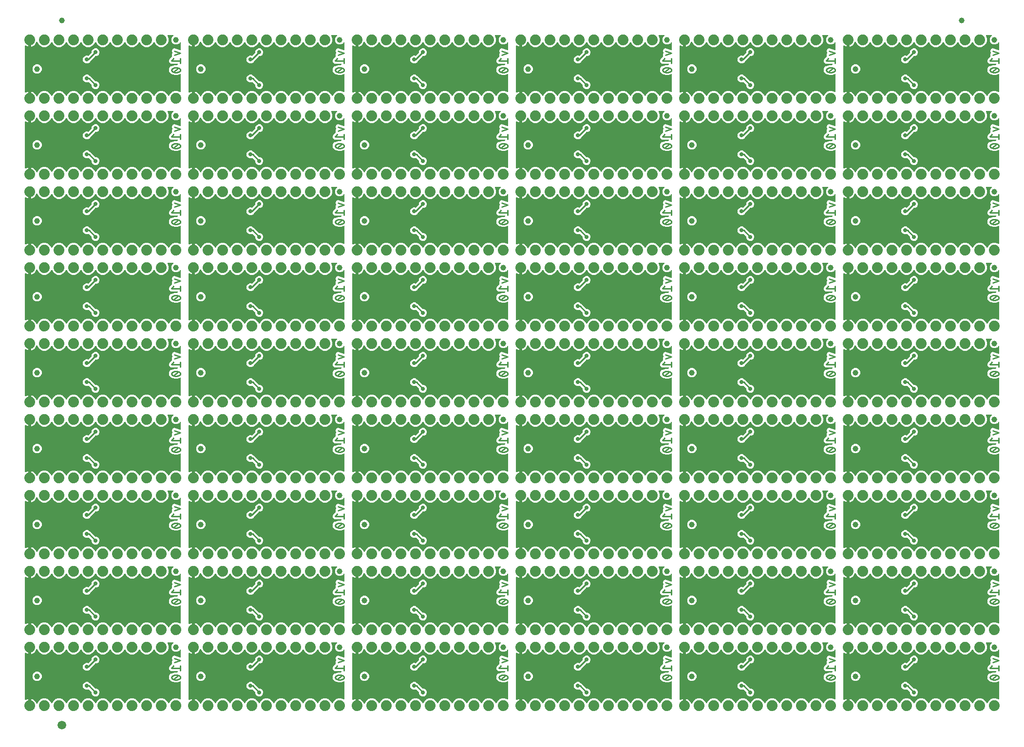
<source format=gbl>
G04 EAGLE Gerber RS-274X export*
G75*
%MOMM*%
%FSLAX34Y34*%
%LPD*%
%INBottom Copper*%
%IPPOS*%
%AMOC8*
5,1,8,0,0,1.08239X$1,22.5*%
G01*
%ADD10C,0.279400*%
%ADD11C,1.000000*%
%ADD12C,1.879600*%
%ADD13C,1.500000*%
%ADD14C,0.736600*%
%ADD15C,0.660400*%
%ADD16C,0.254000*%

G36*
X1152008Y805196D02*
X1152008Y805196D01*
X1152127Y805203D01*
X1152165Y805216D01*
X1152205Y805221D01*
X1152316Y805265D01*
X1152429Y805301D01*
X1152464Y805323D01*
X1152501Y805338D01*
X1152597Y805408D01*
X1152698Y805471D01*
X1152726Y805501D01*
X1152759Y805525D01*
X1152834Y805616D01*
X1152916Y805703D01*
X1152936Y805738D01*
X1152961Y805770D01*
X1153012Y805877D01*
X1153070Y805982D01*
X1153080Y806021D01*
X1153097Y806057D01*
X1153119Y806174D01*
X1153149Y806289D01*
X1153153Y806350D01*
X1153157Y806370D01*
X1153155Y806390D01*
X1153159Y806450D01*
X1153159Y816865D01*
X1153416Y816825D01*
X1155203Y816244D01*
X1156877Y815391D01*
X1158398Y814286D01*
X1159726Y812958D01*
X1160831Y811437D01*
X1161684Y809763D01*
X1161835Y809298D01*
X1161848Y809271D01*
X1161855Y809242D01*
X1161915Y809128D01*
X1161970Y809010D01*
X1161989Y808987D01*
X1162003Y808961D01*
X1162090Y808865D01*
X1162173Y808765D01*
X1162197Y808748D01*
X1162217Y808726D01*
X1162326Y808654D01*
X1162430Y808578D01*
X1162458Y808567D01*
X1162483Y808551D01*
X1162606Y808509D01*
X1162726Y808461D01*
X1162756Y808457D01*
X1162784Y808448D01*
X1162913Y808437D01*
X1163041Y808421D01*
X1163071Y808425D01*
X1163101Y808422D01*
X1163229Y808445D01*
X1163357Y808461D01*
X1163385Y808472D01*
X1163414Y808477D01*
X1163532Y808530D01*
X1163653Y808578D01*
X1163677Y808595D01*
X1163704Y808607D01*
X1163805Y808688D01*
X1163910Y808764D01*
X1163929Y808787D01*
X1163953Y808806D01*
X1164031Y808910D01*
X1164113Y809009D01*
X1164126Y809036D01*
X1164144Y809060D01*
X1164215Y809205D01*
X1165468Y812230D01*
X1168970Y815732D01*
X1173544Y817627D01*
X1178496Y817627D01*
X1183070Y815732D01*
X1186572Y812230D01*
X1187547Y809875D01*
X1187616Y809755D01*
X1187681Y809632D01*
X1187695Y809617D01*
X1187705Y809599D01*
X1187802Y809499D01*
X1187895Y809396D01*
X1187912Y809385D01*
X1187926Y809371D01*
X1188045Y809298D01*
X1188161Y809222D01*
X1188180Y809215D01*
X1188197Y809204D01*
X1188330Y809163D01*
X1188462Y809118D01*
X1188482Y809117D01*
X1188501Y809111D01*
X1188640Y809104D01*
X1188779Y809093D01*
X1188799Y809097D01*
X1188819Y809096D01*
X1188955Y809124D01*
X1189092Y809148D01*
X1189111Y809156D01*
X1189130Y809160D01*
X1189256Y809221D01*
X1189382Y809278D01*
X1189398Y809291D01*
X1189416Y809300D01*
X1189522Y809390D01*
X1189630Y809477D01*
X1189643Y809493D01*
X1189658Y809506D01*
X1189738Y809620D01*
X1189822Y809731D01*
X1189834Y809756D01*
X1189841Y809766D01*
X1189848Y809785D01*
X1189893Y809875D01*
X1190868Y812231D01*
X1194370Y815732D01*
X1198944Y817627D01*
X1203896Y817627D01*
X1208470Y815732D01*
X1211972Y812230D01*
X1212947Y809875D01*
X1213016Y809755D01*
X1213081Y809632D01*
X1213095Y809617D01*
X1213105Y809599D01*
X1213202Y809499D01*
X1213295Y809396D01*
X1213312Y809385D01*
X1213326Y809371D01*
X1213445Y809298D01*
X1213561Y809222D01*
X1213580Y809215D01*
X1213597Y809204D01*
X1213730Y809163D01*
X1213862Y809118D01*
X1213882Y809117D01*
X1213901Y809111D01*
X1214040Y809104D01*
X1214179Y809093D01*
X1214199Y809097D01*
X1214219Y809096D01*
X1214355Y809124D01*
X1214492Y809148D01*
X1214511Y809156D01*
X1214530Y809160D01*
X1214656Y809221D01*
X1214782Y809278D01*
X1214798Y809291D01*
X1214816Y809300D01*
X1214922Y809390D01*
X1215030Y809477D01*
X1215043Y809493D01*
X1215058Y809506D01*
X1215138Y809620D01*
X1215222Y809731D01*
X1215234Y809756D01*
X1215241Y809766D01*
X1215248Y809785D01*
X1215293Y809875D01*
X1216268Y812231D01*
X1219770Y815732D01*
X1224344Y817627D01*
X1229296Y817627D01*
X1233870Y815732D01*
X1237372Y812230D01*
X1238347Y809875D01*
X1238416Y809755D01*
X1238481Y809632D01*
X1238495Y809617D01*
X1238505Y809599D01*
X1238602Y809499D01*
X1238695Y809396D01*
X1238712Y809385D01*
X1238726Y809371D01*
X1238845Y809298D01*
X1238961Y809222D01*
X1238980Y809215D01*
X1238997Y809204D01*
X1239130Y809163D01*
X1239262Y809118D01*
X1239282Y809117D01*
X1239301Y809111D01*
X1239440Y809104D01*
X1239579Y809093D01*
X1239599Y809097D01*
X1239619Y809096D01*
X1239755Y809124D01*
X1239892Y809148D01*
X1239911Y809156D01*
X1239930Y809160D01*
X1240056Y809221D01*
X1240182Y809278D01*
X1240198Y809291D01*
X1240216Y809300D01*
X1240322Y809390D01*
X1240430Y809477D01*
X1240443Y809493D01*
X1240458Y809506D01*
X1240538Y809620D01*
X1240622Y809731D01*
X1240634Y809756D01*
X1240641Y809766D01*
X1240648Y809785D01*
X1240693Y809875D01*
X1241668Y812231D01*
X1245170Y815732D01*
X1249744Y817627D01*
X1254696Y817627D01*
X1259270Y815732D01*
X1262772Y812230D01*
X1263747Y809875D01*
X1263816Y809755D01*
X1263881Y809632D01*
X1263895Y809617D01*
X1263905Y809599D01*
X1264002Y809499D01*
X1264095Y809396D01*
X1264112Y809385D01*
X1264126Y809371D01*
X1264245Y809298D01*
X1264361Y809222D01*
X1264380Y809215D01*
X1264397Y809204D01*
X1264530Y809163D01*
X1264662Y809118D01*
X1264682Y809117D01*
X1264701Y809111D01*
X1264840Y809104D01*
X1264979Y809093D01*
X1264999Y809097D01*
X1265019Y809096D01*
X1265155Y809124D01*
X1265292Y809148D01*
X1265311Y809156D01*
X1265330Y809160D01*
X1265456Y809221D01*
X1265582Y809278D01*
X1265598Y809291D01*
X1265616Y809300D01*
X1265722Y809390D01*
X1265830Y809477D01*
X1265843Y809493D01*
X1265858Y809506D01*
X1265938Y809620D01*
X1266022Y809731D01*
X1266034Y809756D01*
X1266041Y809766D01*
X1266048Y809785D01*
X1266093Y809875D01*
X1267068Y812231D01*
X1270570Y815732D01*
X1275144Y817627D01*
X1280096Y817627D01*
X1284670Y815732D01*
X1288172Y812230D01*
X1289147Y809875D01*
X1289216Y809755D01*
X1289281Y809632D01*
X1289295Y809617D01*
X1289305Y809599D01*
X1289402Y809499D01*
X1289495Y809396D01*
X1289512Y809385D01*
X1289526Y809371D01*
X1289645Y809298D01*
X1289761Y809222D01*
X1289780Y809215D01*
X1289797Y809204D01*
X1289930Y809163D01*
X1290062Y809118D01*
X1290082Y809117D01*
X1290101Y809111D01*
X1290240Y809104D01*
X1290379Y809093D01*
X1290399Y809097D01*
X1290419Y809096D01*
X1290555Y809124D01*
X1290692Y809148D01*
X1290711Y809156D01*
X1290730Y809160D01*
X1290856Y809221D01*
X1290982Y809278D01*
X1290998Y809291D01*
X1291016Y809300D01*
X1291122Y809390D01*
X1291230Y809477D01*
X1291243Y809493D01*
X1291258Y809506D01*
X1291338Y809620D01*
X1291422Y809731D01*
X1291434Y809756D01*
X1291441Y809766D01*
X1291448Y809785D01*
X1291493Y809875D01*
X1292468Y812231D01*
X1295970Y815732D01*
X1300544Y817627D01*
X1305496Y817627D01*
X1310070Y815732D01*
X1313572Y812230D01*
X1314547Y809875D01*
X1314616Y809755D01*
X1314681Y809632D01*
X1314695Y809617D01*
X1314705Y809599D01*
X1314802Y809499D01*
X1314895Y809396D01*
X1314912Y809385D01*
X1314926Y809371D01*
X1315045Y809298D01*
X1315161Y809222D01*
X1315180Y809215D01*
X1315197Y809204D01*
X1315330Y809163D01*
X1315462Y809118D01*
X1315482Y809117D01*
X1315501Y809111D01*
X1315640Y809104D01*
X1315779Y809093D01*
X1315799Y809097D01*
X1315819Y809096D01*
X1315955Y809124D01*
X1316092Y809148D01*
X1316111Y809156D01*
X1316130Y809160D01*
X1316256Y809221D01*
X1316382Y809278D01*
X1316398Y809291D01*
X1316416Y809300D01*
X1316522Y809390D01*
X1316630Y809477D01*
X1316643Y809493D01*
X1316658Y809506D01*
X1316738Y809620D01*
X1316822Y809731D01*
X1316834Y809756D01*
X1316841Y809766D01*
X1316848Y809785D01*
X1316893Y809875D01*
X1317868Y812231D01*
X1321370Y815732D01*
X1325944Y817627D01*
X1330896Y817627D01*
X1335470Y815732D01*
X1338972Y812230D01*
X1339947Y809875D01*
X1340016Y809755D01*
X1340081Y809632D01*
X1340095Y809617D01*
X1340105Y809599D01*
X1340202Y809499D01*
X1340295Y809396D01*
X1340312Y809385D01*
X1340326Y809371D01*
X1340445Y809298D01*
X1340561Y809222D01*
X1340580Y809215D01*
X1340597Y809204D01*
X1340730Y809163D01*
X1340862Y809118D01*
X1340882Y809117D01*
X1340901Y809111D01*
X1341040Y809104D01*
X1341179Y809093D01*
X1341199Y809097D01*
X1341219Y809096D01*
X1341355Y809124D01*
X1341492Y809148D01*
X1341511Y809156D01*
X1341530Y809160D01*
X1341656Y809221D01*
X1341782Y809278D01*
X1341798Y809291D01*
X1341816Y809300D01*
X1341922Y809390D01*
X1342030Y809477D01*
X1342043Y809493D01*
X1342058Y809506D01*
X1342138Y809620D01*
X1342222Y809731D01*
X1342234Y809756D01*
X1342241Y809766D01*
X1342248Y809785D01*
X1342293Y809875D01*
X1343268Y812231D01*
X1346770Y815732D01*
X1351344Y817627D01*
X1356296Y817627D01*
X1360870Y815732D01*
X1364372Y812230D01*
X1365347Y809875D01*
X1365416Y809755D01*
X1365481Y809632D01*
X1365495Y809617D01*
X1365505Y809599D01*
X1365602Y809499D01*
X1365695Y809396D01*
X1365712Y809385D01*
X1365726Y809371D01*
X1365845Y809298D01*
X1365961Y809222D01*
X1365980Y809215D01*
X1365997Y809204D01*
X1366130Y809163D01*
X1366262Y809118D01*
X1366282Y809117D01*
X1366301Y809111D01*
X1366440Y809104D01*
X1366579Y809093D01*
X1366599Y809097D01*
X1366619Y809096D01*
X1366755Y809124D01*
X1366892Y809148D01*
X1366911Y809156D01*
X1366930Y809160D01*
X1367056Y809221D01*
X1367182Y809278D01*
X1367198Y809291D01*
X1367216Y809300D01*
X1367322Y809390D01*
X1367430Y809477D01*
X1367443Y809493D01*
X1367458Y809506D01*
X1367538Y809620D01*
X1367622Y809731D01*
X1367634Y809756D01*
X1367641Y809766D01*
X1367648Y809785D01*
X1367693Y809875D01*
X1368668Y812231D01*
X1372170Y815732D01*
X1376744Y817627D01*
X1381696Y817627D01*
X1386270Y815732D01*
X1389772Y812230D01*
X1390747Y809875D01*
X1390816Y809755D01*
X1390881Y809632D01*
X1390895Y809617D01*
X1390905Y809599D01*
X1391002Y809499D01*
X1391095Y809396D01*
X1391112Y809385D01*
X1391126Y809371D01*
X1391245Y809298D01*
X1391361Y809222D01*
X1391380Y809215D01*
X1391397Y809204D01*
X1391530Y809163D01*
X1391662Y809118D01*
X1391682Y809117D01*
X1391701Y809111D01*
X1391840Y809104D01*
X1391979Y809093D01*
X1391999Y809097D01*
X1392019Y809096D01*
X1392155Y809124D01*
X1392292Y809148D01*
X1392311Y809156D01*
X1392330Y809160D01*
X1392456Y809221D01*
X1392582Y809278D01*
X1392598Y809291D01*
X1392616Y809300D01*
X1392722Y809390D01*
X1392830Y809477D01*
X1392843Y809493D01*
X1392858Y809506D01*
X1392938Y809620D01*
X1393022Y809731D01*
X1393034Y809756D01*
X1393041Y809766D01*
X1393048Y809785D01*
X1393093Y809875D01*
X1394068Y812231D01*
X1397570Y815732D01*
X1402144Y817627D01*
X1407096Y817627D01*
X1411500Y815802D01*
X1411548Y815789D01*
X1411593Y815768D01*
X1411701Y815747D01*
X1411807Y815718D01*
X1411857Y815718D01*
X1411906Y815708D01*
X1412015Y815715D01*
X1412125Y815713D01*
X1412173Y815725D01*
X1412223Y815728D01*
X1412327Y815762D01*
X1412434Y815787D01*
X1412478Y815811D01*
X1412525Y815826D01*
X1412618Y815885D01*
X1412715Y815936D01*
X1412752Y815970D01*
X1412794Y815996D01*
X1412869Y816076D01*
X1412951Y816150D01*
X1412978Y816192D01*
X1413012Y816228D01*
X1413065Y816324D01*
X1413125Y816416D01*
X1413142Y816463D01*
X1413166Y816506D01*
X1413193Y816613D01*
X1413229Y816717D01*
X1413233Y816766D01*
X1413245Y816814D01*
X1413255Y816975D01*
X1413255Y845928D01*
X1413244Y846015D01*
X1413243Y846103D01*
X1413224Y846172D01*
X1413215Y846243D01*
X1413183Y846325D01*
X1413160Y846410D01*
X1413125Y846472D01*
X1413098Y846539D01*
X1413047Y846610D01*
X1413003Y846687D01*
X1412953Y846738D01*
X1412912Y846796D01*
X1412844Y846852D01*
X1412782Y846916D01*
X1412722Y846953D01*
X1412667Y846999D01*
X1412587Y847036D01*
X1412512Y847083D01*
X1412443Y847104D01*
X1412379Y847134D01*
X1412292Y847151D01*
X1412208Y847177D01*
X1412137Y847181D01*
X1412067Y847194D01*
X1411978Y847189D01*
X1411890Y847193D01*
X1411820Y847179D01*
X1411749Y847174D01*
X1411665Y847147D01*
X1411579Y847130D01*
X1411459Y847081D01*
X1411447Y847076D01*
X1411442Y847073D01*
X1411430Y847068D01*
X1410260Y846498D01*
X1406795Y845699D01*
X1406687Y845659D01*
X1406615Y845638D01*
X1402627Y845638D01*
X1402599Y845653D01*
X1402534Y845672D01*
X1402514Y845681D01*
X1402496Y845684D01*
X1402445Y845699D01*
X1398980Y846498D01*
X1398887Y846543D01*
X1398758Y846587D01*
X1398630Y846636D01*
X1398599Y846642D01*
X1398586Y846646D01*
X1398565Y846647D01*
X1398471Y846664D01*
X1398136Y846701D01*
X1398041Y846820D01*
X1398012Y846848D01*
X1397988Y846882D01*
X1397898Y846959D01*
X1397813Y847041D01*
X1397777Y847062D01*
X1397746Y847088D01*
X1397606Y847168D01*
X1397577Y847182D01*
X1397573Y847183D01*
X1397541Y847197D01*
X1397537Y847199D01*
X1397532Y847200D01*
X1397433Y847242D01*
X1395485Y847910D01*
X1392681Y851835D01*
X1392681Y856658D01*
X1395485Y860584D01*
X1397433Y861252D01*
X1397437Y861254D01*
X1397577Y861311D01*
X1398980Y861995D01*
X1402445Y862795D01*
X1402553Y862834D01*
X1402625Y862855D01*
X1406398Y862855D01*
X1406516Y862870D01*
X1406635Y862877D01*
X1406673Y862890D01*
X1406714Y862895D01*
X1406824Y862939D01*
X1406937Y862975D01*
X1406972Y862997D01*
X1407009Y863012D01*
X1407105Y863082D01*
X1407206Y863146D01*
X1407234Y863175D01*
X1407267Y863199D01*
X1407343Y863291D01*
X1407424Y863377D01*
X1407444Y863413D01*
X1407469Y863444D01*
X1407520Y863551D01*
X1407578Y863656D01*
X1407588Y863695D01*
X1407605Y863732D01*
X1407627Y863848D01*
X1407657Y863964D01*
X1407661Y864024D01*
X1407665Y864044D01*
X1407663Y864064D01*
X1407665Y864082D01*
X1407665Y864083D01*
X1407667Y864124D01*
X1407667Y864163D01*
X1407652Y864281D01*
X1407645Y864400D01*
X1407632Y864438D01*
X1407627Y864478D01*
X1407584Y864589D01*
X1407547Y864702D01*
X1407525Y864736D01*
X1407510Y864774D01*
X1407441Y864870D01*
X1407377Y864971D01*
X1407347Y864999D01*
X1407324Y865031D01*
X1407232Y865107D01*
X1407145Y865189D01*
X1407110Y865208D01*
X1407079Y865234D01*
X1406971Y865285D01*
X1406867Y865342D01*
X1406827Y865353D01*
X1406791Y865370D01*
X1406674Y865392D01*
X1406559Y865422D01*
X1406499Y865426D01*
X1406479Y865430D01*
X1406458Y865428D01*
X1406398Y865432D01*
X1397443Y865432D01*
X1397429Y865430D01*
X1397303Y865424D01*
X1395755Y865252D01*
X1395644Y865320D01*
X1395616Y865328D01*
X1395591Y865342D01*
X1395465Y865375D01*
X1395340Y865413D01*
X1395311Y865415D01*
X1395300Y865417D01*
X1394207Y866510D01*
X1394196Y866519D01*
X1394103Y866604D01*
X1392886Y867578D01*
X1392855Y867704D01*
X1392842Y867729D01*
X1392834Y867757D01*
X1392768Y867869D01*
X1392706Y867985D01*
X1392687Y868006D01*
X1392681Y868016D01*
X1392681Y869561D01*
X1392679Y869576D01*
X1392674Y869702D01*
X1392501Y871250D01*
X1392569Y871361D01*
X1392578Y871389D01*
X1392592Y871414D01*
X1392624Y871540D01*
X1392662Y871665D01*
X1392664Y871694D01*
X1392667Y871705D01*
X1393760Y872798D01*
X1393769Y872809D01*
X1393853Y872902D01*
X1397766Y877793D01*
X1397804Y877856D01*
X1397851Y877913D01*
X1397887Y877991D01*
X1397932Y878064D01*
X1397954Y878135D01*
X1397984Y878202D01*
X1398000Y878286D01*
X1398025Y878368D01*
X1398029Y878442D01*
X1398042Y878514D01*
X1398036Y878600D01*
X1398040Y878686D01*
X1398025Y878758D01*
X1398020Y878832D01*
X1397979Y878987D01*
X1397322Y880957D01*
X1398533Y883378D01*
X1398543Y883406D01*
X1398558Y883432D01*
X1398596Y883556D01*
X1398639Y883678D01*
X1398641Y883708D01*
X1398650Y883737D01*
X1398655Y883866D01*
X1398666Y883995D01*
X1398661Y884024D01*
X1398663Y884054D01*
X1398635Y884181D01*
X1398614Y884309D01*
X1398602Y884336D01*
X1398596Y884365D01*
X1398533Y884514D01*
X1397322Y886935D01*
X1398487Y890429D01*
X1401781Y892076D01*
X1411585Y888808D01*
X1411589Y888807D01*
X1411593Y888805D01*
X1411743Y888777D01*
X1411897Y888746D01*
X1411901Y888747D01*
X1411906Y888746D01*
X1412058Y888755D01*
X1412214Y888764D01*
X1412218Y888765D01*
X1412223Y888765D01*
X1412369Y888813D01*
X1412517Y888860D01*
X1412521Y888862D01*
X1412525Y888863D01*
X1412656Y888946D01*
X1412787Y889028D01*
X1412790Y889031D01*
X1412794Y889034D01*
X1412900Y889146D01*
X1413007Y889258D01*
X1413009Y889262D01*
X1413012Y889265D01*
X1413086Y889399D01*
X1413162Y889535D01*
X1413163Y889540D01*
X1413166Y889544D01*
X1413204Y889691D01*
X1413244Y889843D01*
X1413244Y889847D01*
X1413245Y889852D01*
X1413255Y890012D01*
X1413255Y900968D01*
X1413238Y901106D01*
X1413225Y901245D01*
X1413218Y901264D01*
X1413215Y901284D01*
X1413164Y901413D01*
X1413117Y901544D01*
X1413106Y901561D01*
X1413098Y901580D01*
X1413017Y901692D01*
X1412939Y901807D01*
X1412923Y901821D01*
X1412912Y901837D01*
X1412804Y901926D01*
X1412700Y902018D01*
X1412682Y902027D01*
X1412667Y902040D01*
X1412541Y902099D01*
X1412417Y902162D01*
X1412397Y902167D01*
X1412379Y902175D01*
X1412243Y902201D01*
X1412107Y902232D01*
X1412086Y902231D01*
X1412067Y902235D01*
X1411928Y902226D01*
X1411789Y902222D01*
X1411769Y902217D01*
X1411749Y902215D01*
X1411617Y902173D01*
X1411483Y902134D01*
X1411466Y902124D01*
X1411447Y902117D01*
X1411329Y902043D01*
X1411209Y901972D01*
X1411188Y901954D01*
X1411178Y901947D01*
X1411164Y901932D01*
X1411089Y901866D01*
X1409179Y899957D01*
X1406221Y898731D01*
X1403019Y898731D01*
X1400061Y899957D01*
X1397797Y902221D01*
X1396571Y905179D01*
X1396571Y908381D01*
X1397797Y911339D01*
X1399706Y913249D01*
X1399791Y913358D01*
X1399880Y913465D01*
X1399888Y913484D01*
X1399901Y913500D01*
X1399956Y913628D01*
X1400015Y913753D01*
X1400019Y913773D01*
X1400027Y913792D01*
X1400049Y913930D01*
X1400075Y914066D01*
X1400074Y914086D01*
X1400077Y914106D01*
X1400064Y914245D01*
X1400055Y914383D01*
X1400049Y914402D01*
X1400047Y914422D01*
X1400000Y914554D01*
X1399957Y914685D01*
X1399946Y914703D01*
X1399940Y914722D01*
X1399862Y914837D01*
X1399787Y914954D01*
X1399772Y914968D01*
X1399761Y914985D01*
X1399657Y915077D01*
X1399556Y915172D01*
X1399538Y915182D01*
X1399523Y915195D01*
X1399398Y915259D01*
X1399277Y915326D01*
X1399257Y915331D01*
X1399239Y915340D01*
X1399104Y915370D01*
X1398969Y915405D01*
X1398941Y915407D01*
X1398929Y915410D01*
X1398909Y915409D01*
X1398808Y915415D01*
X1391015Y915415D01*
X1390966Y915409D01*
X1390916Y915411D01*
X1390809Y915389D01*
X1390699Y915375D01*
X1390653Y915357D01*
X1390605Y915347D01*
X1390506Y915299D01*
X1390404Y915258D01*
X1390364Y915229D01*
X1390319Y915207D01*
X1390235Y915136D01*
X1390146Y915072D01*
X1390115Y915033D01*
X1390077Y915001D01*
X1390014Y914911D01*
X1389944Y914827D01*
X1389922Y914782D01*
X1389894Y914741D01*
X1389855Y914638D01*
X1389808Y914539D01*
X1389799Y914490D01*
X1389781Y914444D01*
X1389769Y914334D01*
X1389748Y914227D01*
X1389751Y914177D01*
X1389746Y914128D01*
X1389761Y914019D01*
X1389768Y913909D01*
X1389783Y913862D01*
X1389790Y913813D01*
X1389842Y913660D01*
X1391667Y909256D01*
X1391667Y904304D01*
X1389772Y899730D01*
X1386270Y896228D01*
X1381696Y894333D01*
X1376744Y894333D01*
X1372170Y896228D01*
X1368668Y899730D01*
X1367693Y902085D01*
X1367624Y902205D01*
X1367559Y902328D01*
X1367545Y902343D01*
X1367535Y902361D01*
X1367438Y902461D01*
X1367345Y902564D01*
X1367328Y902575D01*
X1367314Y902589D01*
X1367196Y902662D01*
X1367079Y902738D01*
X1367060Y902745D01*
X1367043Y902756D01*
X1366910Y902796D01*
X1366778Y902842D01*
X1366758Y902843D01*
X1366739Y902849D01*
X1366600Y902856D01*
X1366461Y902867D01*
X1366441Y902863D01*
X1366421Y902864D01*
X1366285Y902836D01*
X1366148Y902812D01*
X1366129Y902804D01*
X1366110Y902800D01*
X1365985Y902739D01*
X1365858Y902682D01*
X1365842Y902669D01*
X1365824Y902660D01*
X1365718Y902570D01*
X1365610Y902483D01*
X1365597Y902467D01*
X1365582Y902454D01*
X1365502Y902340D01*
X1365418Y902229D01*
X1365406Y902204D01*
X1365399Y902194D01*
X1365392Y902175D01*
X1365347Y902085D01*
X1364372Y899730D01*
X1360870Y896228D01*
X1356296Y894333D01*
X1351344Y894333D01*
X1346770Y896228D01*
X1343268Y899730D01*
X1342293Y902085D01*
X1342224Y902205D01*
X1342159Y902328D01*
X1342145Y902343D01*
X1342135Y902361D01*
X1342038Y902461D01*
X1341945Y902564D01*
X1341928Y902575D01*
X1341914Y902589D01*
X1341796Y902662D01*
X1341679Y902738D01*
X1341660Y902745D01*
X1341643Y902756D01*
X1341510Y902796D01*
X1341378Y902842D01*
X1341358Y902843D01*
X1341339Y902849D01*
X1341200Y902856D01*
X1341061Y902867D01*
X1341041Y902863D01*
X1341021Y902864D01*
X1340885Y902836D01*
X1340748Y902812D01*
X1340729Y902804D01*
X1340710Y902800D01*
X1340585Y902739D01*
X1340458Y902682D01*
X1340442Y902669D01*
X1340424Y902660D01*
X1340318Y902570D01*
X1340210Y902483D01*
X1340197Y902467D01*
X1340182Y902454D01*
X1340102Y902340D01*
X1340018Y902229D01*
X1340006Y902204D01*
X1339999Y902194D01*
X1339992Y902175D01*
X1339947Y902085D01*
X1338972Y899730D01*
X1335470Y896228D01*
X1330896Y894333D01*
X1325944Y894333D01*
X1321370Y896228D01*
X1317868Y899730D01*
X1316893Y902085D01*
X1316824Y902205D01*
X1316759Y902328D01*
X1316745Y902343D01*
X1316735Y902361D01*
X1316638Y902461D01*
X1316545Y902564D01*
X1316528Y902575D01*
X1316514Y902589D01*
X1316396Y902662D01*
X1316279Y902738D01*
X1316260Y902745D01*
X1316243Y902756D01*
X1316110Y902796D01*
X1315978Y902842D01*
X1315958Y902843D01*
X1315939Y902849D01*
X1315800Y902856D01*
X1315661Y902867D01*
X1315641Y902863D01*
X1315621Y902864D01*
X1315485Y902836D01*
X1315348Y902812D01*
X1315329Y902804D01*
X1315310Y902800D01*
X1315185Y902739D01*
X1315058Y902682D01*
X1315042Y902669D01*
X1315024Y902660D01*
X1314918Y902570D01*
X1314810Y902483D01*
X1314797Y902467D01*
X1314782Y902454D01*
X1314702Y902340D01*
X1314618Y902229D01*
X1314606Y902204D01*
X1314599Y902194D01*
X1314592Y902175D01*
X1314547Y902085D01*
X1313572Y899730D01*
X1310070Y896228D01*
X1305496Y894333D01*
X1300544Y894333D01*
X1295970Y896228D01*
X1292468Y899730D01*
X1291493Y902085D01*
X1291424Y902205D01*
X1291359Y902328D01*
X1291345Y902343D01*
X1291335Y902361D01*
X1291238Y902461D01*
X1291145Y902564D01*
X1291128Y902575D01*
X1291114Y902589D01*
X1290996Y902662D01*
X1290879Y902738D01*
X1290860Y902745D01*
X1290843Y902756D01*
X1290710Y902796D01*
X1290578Y902842D01*
X1290558Y902843D01*
X1290539Y902849D01*
X1290400Y902856D01*
X1290261Y902867D01*
X1290241Y902863D01*
X1290221Y902864D01*
X1290085Y902836D01*
X1289948Y902812D01*
X1289929Y902804D01*
X1289910Y902800D01*
X1289785Y902739D01*
X1289658Y902682D01*
X1289642Y902669D01*
X1289624Y902660D01*
X1289518Y902570D01*
X1289410Y902483D01*
X1289397Y902467D01*
X1289382Y902454D01*
X1289302Y902340D01*
X1289218Y902229D01*
X1289206Y902204D01*
X1289199Y902194D01*
X1289192Y902175D01*
X1289147Y902085D01*
X1288172Y899730D01*
X1284670Y896228D01*
X1280096Y894333D01*
X1275144Y894333D01*
X1270570Y896228D01*
X1267068Y899730D01*
X1266093Y902085D01*
X1266024Y902205D01*
X1265959Y902328D01*
X1265945Y902343D01*
X1265935Y902361D01*
X1265838Y902461D01*
X1265745Y902564D01*
X1265728Y902575D01*
X1265714Y902589D01*
X1265596Y902662D01*
X1265479Y902738D01*
X1265460Y902745D01*
X1265443Y902756D01*
X1265310Y902796D01*
X1265178Y902842D01*
X1265158Y902843D01*
X1265139Y902849D01*
X1265000Y902856D01*
X1264861Y902867D01*
X1264841Y902863D01*
X1264821Y902864D01*
X1264685Y902836D01*
X1264548Y902812D01*
X1264529Y902804D01*
X1264510Y902800D01*
X1264385Y902739D01*
X1264258Y902682D01*
X1264242Y902669D01*
X1264224Y902660D01*
X1264118Y902570D01*
X1264010Y902483D01*
X1263997Y902467D01*
X1263982Y902454D01*
X1263902Y902340D01*
X1263818Y902229D01*
X1263806Y902204D01*
X1263799Y902194D01*
X1263792Y902175D01*
X1263747Y902085D01*
X1262772Y899730D01*
X1259270Y896228D01*
X1254696Y894333D01*
X1249744Y894333D01*
X1245170Y896228D01*
X1241668Y899730D01*
X1240693Y902085D01*
X1240624Y902205D01*
X1240559Y902328D01*
X1240545Y902343D01*
X1240535Y902361D01*
X1240438Y902461D01*
X1240345Y902564D01*
X1240328Y902575D01*
X1240314Y902589D01*
X1240196Y902662D01*
X1240079Y902738D01*
X1240060Y902745D01*
X1240043Y902756D01*
X1239910Y902796D01*
X1239778Y902842D01*
X1239758Y902843D01*
X1239739Y902849D01*
X1239600Y902856D01*
X1239461Y902867D01*
X1239441Y902863D01*
X1239421Y902864D01*
X1239285Y902836D01*
X1239148Y902812D01*
X1239129Y902804D01*
X1239110Y902800D01*
X1238985Y902739D01*
X1238858Y902682D01*
X1238842Y902669D01*
X1238824Y902660D01*
X1238718Y902570D01*
X1238610Y902483D01*
X1238597Y902467D01*
X1238582Y902454D01*
X1238502Y902340D01*
X1238418Y902229D01*
X1238406Y902204D01*
X1238399Y902194D01*
X1238392Y902175D01*
X1238347Y902085D01*
X1237372Y899730D01*
X1233870Y896228D01*
X1229296Y894333D01*
X1224344Y894333D01*
X1219770Y896228D01*
X1216268Y899730D01*
X1215293Y902085D01*
X1215224Y902205D01*
X1215159Y902328D01*
X1215145Y902343D01*
X1215135Y902361D01*
X1215038Y902461D01*
X1214945Y902564D01*
X1214928Y902575D01*
X1214914Y902589D01*
X1214796Y902662D01*
X1214679Y902738D01*
X1214660Y902745D01*
X1214643Y902756D01*
X1214510Y902796D01*
X1214378Y902842D01*
X1214358Y902843D01*
X1214339Y902849D01*
X1214200Y902856D01*
X1214061Y902867D01*
X1214041Y902863D01*
X1214021Y902864D01*
X1213885Y902836D01*
X1213748Y902812D01*
X1213729Y902804D01*
X1213710Y902800D01*
X1213585Y902739D01*
X1213458Y902682D01*
X1213442Y902669D01*
X1213424Y902660D01*
X1213318Y902570D01*
X1213210Y902483D01*
X1213197Y902467D01*
X1213182Y902454D01*
X1213102Y902340D01*
X1213018Y902229D01*
X1213006Y902204D01*
X1212999Y902194D01*
X1212992Y902175D01*
X1212947Y902085D01*
X1211972Y899730D01*
X1208470Y896228D01*
X1203896Y894333D01*
X1198944Y894333D01*
X1194370Y896228D01*
X1190868Y899730D01*
X1189893Y902085D01*
X1189824Y902205D01*
X1189759Y902328D01*
X1189745Y902343D01*
X1189735Y902361D01*
X1189638Y902461D01*
X1189545Y902564D01*
X1189528Y902575D01*
X1189514Y902589D01*
X1189396Y902662D01*
X1189279Y902738D01*
X1189260Y902745D01*
X1189243Y902756D01*
X1189110Y902796D01*
X1188978Y902842D01*
X1188958Y902843D01*
X1188939Y902849D01*
X1188800Y902856D01*
X1188661Y902867D01*
X1188641Y902863D01*
X1188621Y902864D01*
X1188485Y902836D01*
X1188348Y902812D01*
X1188329Y902804D01*
X1188310Y902800D01*
X1188185Y902739D01*
X1188058Y902682D01*
X1188042Y902669D01*
X1188024Y902660D01*
X1187918Y902570D01*
X1187810Y902483D01*
X1187797Y902467D01*
X1187782Y902454D01*
X1187702Y902340D01*
X1187618Y902229D01*
X1187606Y902204D01*
X1187599Y902194D01*
X1187592Y902175D01*
X1187547Y902085D01*
X1186572Y899730D01*
X1183070Y896228D01*
X1178496Y894333D01*
X1173544Y894333D01*
X1168970Y896228D01*
X1165468Y899730D01*
X1164215Y902755D01*
X1164200Y902781D01*
X1164191Y902810D01*
X1164121Y902919D01*
X1164057Y903032D01*
X1164036Y903053D01*
X1164020Y903078D01*
X1163926Y903167D01*
X1163836Y903260D01*
X1163810Y903276D01*
X1163789Y903296D01*
X1163675Y903359D01*
X1163565Y903426D01*
X1163536Y903435D01*
X1163510Y903449D01*
X1163385Y903482D01*
X1163261Y903520D01*
X1163231Y903521D01*
X1163202Y903529D01*
X1163072Y903529D01*
X1162943Y903535D01*
X1162914Y903529D01*
X1162884Y903529D01*
X1162759Y903497D01*
X1162632Y903471D01*
X1162605Y903458D01*
X1162576Y903450D01*
X1162463Y903388D01*
X1162346Y903331D01*
X1162323Y903312D01*
X1162297Y903297D01*
X1162203Y903209D01*
X1162104Y903125D01*
X1162087Y903100D01*
X1162065Y903080D01*
X1161996Y902971D01*
X1161921Y902865D01*
X1161910Y902837D01*
X1161894Y902811D01*
X1161835Y902662D01*
X1161684Y902197D01*
X1160831Y900523D01*
X1159726Y899002D01*
X1158398Y897674D01*
X1156877Y896569D01*
X1155203Y895716D01*
X1153416Y895135D01*
X1153159Y895095D01*
X1153159Y905510D01*
X1153144Y905628D01*
X1153137Y905747D01*
X1153124Y905785D01*
X1153119Y905825D01*
X1153076Y905936D01*
X1153039Y906049D01*
X1153017Y906083D01*
X1153002Y906121D01*
X1152932Y906217D01*
X1152869Y906318D01*
X1152839Y906346D01*
X1152815Y906378D01*
X1152724Y906454D01*
X1152637Y906536D01*
X1152602Y906555D01*
X1152571Y906581D01*
X1152463Y906632D01*
X1152359Y906689D01*
X1152319Y906700D01*
X1152283Y906717D01*
X1152166Y906739D01*
X1152051Y906769D01*
X1151990Y906773D01*
X1151970Y906777D01*
X1151950Y906775D01*
X1151890Y906779D01*
X1149350Y906779D01*
X1149232Y906764D01*
X1149113Y906757D01*
X1149075Y906744D01*
X1149034Y906739D01*
X1148924Y906695D01*
X1148811Y906659D01*
X1148776Y906637D01*
X1148739Y906622D01*
X1148643Y906552D01*
X1148542Y906489D01*
X1148514Y906459D01*
X1148481Y906435D01*
X1148406Y906344D01*
X1148324Y906257D01*
X1148304Y906222D01*
X1148279Y906190D01*
X1148228Y906083D01*
X1148170Y905978D01*
X1148160Y905939D01*
X1148143Y905903D01*
X1148121Y905786D01*
X1148091Y905671D01*
X1148087Y905610D01*
X1148083Y905590D01*
X1148085Y905570D01*
X1148081Y905510D01*
X1148081Y895095D01*
X1147824Y895135D01*
X1146037Y895716D01*
X1144363Y896569D01*
X1144000Y896833D01*
X1143965Y896852D01*
X1143935Y896877D01*
X1143826Y896928D01*
X1143721Y896986D01*
X1143683Y896996D01*
X1143647Y897013D01*
X1143529Y897035D01*
X1143413Y897065D01*
X1143374Y897065D01*
X1143334Y897072D01*
X1143215Y897065D01*
X1143095Y897065D01*
X1143057Y897055D01*
X1143017Y897053D01*
X1142903Y897016D01*
X1142787Y896986D01*
X1142752Y896967D01*
X1142715Y896955D01*
X1142614Y896891D01*
X1142509Y896833D01*
X1142479Y896806D01*
X1142446Y896785D01*
X1142364Y896697D01*
X1142277Y896615D01*
X1142255Y896582D01*
X1142228Y896553D01*
X1142170Y896448D01*
X1142106Y896347D01*
X1142094Y896309D01*
X1142074Y896274D01*
X1142045Y896159D01*
X1142007Y896045D01*
X1142005Y896005D01*
X1141995Y895966D01*
X1141985Y895806D01*
X1141985Y816154D01*
X1141990Y816115D01*
X1141987Y816075D01*
X1142010Y815957D01*
X1142025Y815839D01*
X1142039Y815802D01*
X1142047Y815763D01*
X1142098Y815654D01*
X1142142Y815543D01*
X1142165Y815511D01*
X1142182Y815475D01*
X1142258Y815383D01*
X1142328Y815286D01*
X1142359Y815260D01*
X1142384Y815230D01*
X1142481Y815159D01*
X1142573Y815083D01*
X1142609Y815066D01*
X1142642Y815042D01*
X1142753Y814998D01*
X1142861Y814947D01*
X1142900Y814940D01*
X1142937Y814925D01*
X1143056Y814910D01*
X1143173Y814888D01*
X1143213Y814890D01*
X1143253Y814885D01*
X1143372Y814900D01*
X1143491Y814907D01*
X1143529Y814920D01*
X1143568Y814925D01*
X1143680Y814968D01*
X1143793Y815005D01*
X1143827Y815027D01*
X1143864Y815041D01*
X1144000Y815127D01*
X1144363Y815391D01*
X1146037Y816244D01*
X1147824Y816825D01*
X1148081Y816865D01*
X1148081Y806450D01*
X1148096Y806332D01*
X1148103Y806213D01*
X1148116Y806175D01*
X1148121Y806135D01*
X1148164Y806024D01*
X1148201Y805911D01*
X1148223Y805877D01*
X1148238Y805839D01*
X1148308Y805743D01*
X1148371Y805642D01*
X1148401Y805614D01*
X1148424Y805582D01*
X1148516Y805506D01*
X1148603Y805424D01*
X1148638Y805405D01*
X1148669Y805379D01*
X1148777Y805328D01*
X1148881Y805271D01*
X1148921Y805260D01*
X1148957Y805243D01*
X1149074Y805221D01*
X1149189Y805191D01*
X1149250Y805187D01*
X1149270Y805183D01*
X1149290Y805185D01*
X1149350Y805181D01*
X1151890Y805181D01*
X1152008Y805196D01*
G37*
G36*
X1152008Y12716D02*
X1152008Y12716D01*
X1152127Y12723D01*
X1152165Y12736D01*
X1152205Y12741D01*
X1152316Y12785D01*
X1152429Y12821D01*
X1152464Y12843D01*
X1152501Y12858D01*
X1152597Y12928D01*
X1152698Y12991D01*
X1152726Y13021D01*
X1152759Y13045D01*
X1152834Y13136D01*
X1152916Y13223D01*
X1152936Y13258D01*
X1152961Y13290D01*
X1153012Y13397D01*
X1153070Y13502D01*
X1153080Y13541D01*
X1153097Y13577D01*
X1153119Y13694D01*
X1153149Y13809D01*
X1153153Y13870D01*
X1153157Y13890D01*
X1153155Y13910D01*
X1153159Y13970D01*
X1153159Y24385D01*
X1153416Y24345D01*
X1155203Y23764D01*
X1156877Y22911D01*
X1158398Y21806D01*
X1159726Y20478D01*
X1160831Y18957D01*
X1161684Y17283D01*
X1161835Y16818D01*
X1161848Y16791D01*
X1161855Y16762D01*
X1161915Y16648D01*
X1161970Y16530D01*
X1161989Y16507D01*
X1162003Y16481D01*
X1162090Y16385D01*
X1162173Y16285D01*
X1162197Y16268D01*
X1162217Y16246D01*
X1162326Y16174D01*
X1162430Y16098D01*
X1162458Y16087D01*
X1162483Y16071D01*
X1162606Y16029D01*
X1162726Y15981D01*
X1162756Y15977D01*
X1162784Y15968D01*
X1162913Y15957D01*
X1163041Y15941D01*
X1163071Y15945D01*
X1163101Y15942D01*
X1163229Y15965D01*
X1163357Y15981D01*
X1163385Y15992D01*
X1163414Y15997D01*
X1163532Y16050D01*
X1163653Y16098D01*
X1163677Y16115D01*
X1163704Y16127D01*
X1163805Y16208D01*
X1163910Y16284D01*
X1163929Y16307D01*
X1163953Y16326D01*
X1164031Y16430D01*
X1164113Y16529D01*
X1164126Y16556D01*
X1164144Y16580D01*
X1164215Y16725D01*
X1165468Y19750D01*
X1168970Y23252D01*
X1173544Y25147D01*
X1178496Y25147D01*
X1183070Y23252D01*
X1186572Y19750D01*
X1187547Y17395D01*
X1187616Y17275D01*
X1187681Y17152D01*
X1187695Y17137D01*
X1187705Y17119D01*
X1187802Y17019D01*
X1187895Y16916D01*
X1187912Y16905D01*
X1187926Y16891D01*
X1188045Y16818D01*
X1188161Y16742D01*
X1188180Y16735D01*
X1188197Y16724D01*
X1188330Y16683D01*
X1188462Y16638D01*
X1188482Y16637D01*
X1188501Y16631D01*
X1188640Y16624D01*
X1188779Y16613D01*
X1188799Y16617D01*
X1188819Y16616D01*
X1188955Y16644D01*
X1189092Y16668D01*
X1189111Y16676D01*
X1189130Y16680D01*
X1189256Y16741D01*
X1189382Y16798D01*
X1189398Y16811D01*
X1189416Y16820D01*
X1189522Y16910D01*
X1189630Y16997D01*
X1189643Y17013D01*
X1189658Y17026D01*
X1189738Y17140D01*
X1189822Y17251D01*
X1189834Y17276D01*
X1189841Y17286D01*
X1189848Y17305D01*
X1189893Y17395D01*
X1190868Y19751D01*
X1194370Y23252D01*
X1198944Y25147D01*
X1203896Y25147D01*
X1208470Y23252D01*
X1211972Y19750D01*
X1212947Y17395D01*
X1213016Y17275D01*
X1213081Y17152D01*
X1213095Y17137D01*
X1213105Y17119D01*
X1213202Y17019D01*
X1213295Y16916D01*
X1213312Y16905D01*
X1213326Y16891D01*
X1213445Y16818D01*
X1213561Y16742D01*
X1213580Y16735D01*
X1213597Y16724D01*
X1213730Y16683D01*
X1213862Y16638D01*
X1213882Y16637D01*
X1213901Y16631D01*
X1214040Y16624D01*
X1214179Y16613D01*
X1214199Y16617D01*
X1214219Y16616D01*
X1214355Y16644D01*
X1214492Y16668D01*
X1214511Y16676D01*
X1214530Y16680D01*
X1214656Y16741D01*
X1214782Y16798D01*
X1214798Y16811D01*
X1214816Y16820D01*
X1214922Y16910D01*
X1215030Y16997D01*
X1215043Y17013D01*
X1215058Y17026D01*
X1215138Y17140D01*
X1215222Y17251D01*
X1215234Y17276D01*
X1215241Y17286D01*
X1215248Y17305D01*
X1215293Y17395D01*
X1216268Y19751D01*
X1219770Y23252D01*
X1224344Y25147D01*
X1229296Y25147D01*
X1233870Y23252D01*
X1237372Y19750D01*
X1238347Y17395D01*
X1238416Y17275D01*
X1238481Y17152D01*
X1238495Y17137D01*
X1238505Y17119D01*
X1238602Y17019D01*
X1238695Y16916D01*
X1238712Y16905D01*
X1238726Y16891D01*
X1238845Y16818D01*
X1238961Y16742D01*
X1238980Y16735D01*
X1238997Y16724D01*
X1239130Y16683D01*
X1239262Y16638D01*
X1239282Y16637D01*
X1239301Y16631D01*
X1239440Y16624D01*
X1239579Y16613D01*
X1239599Y16617D01*
X1239619Y16616D01*
X1239755Y16644D01*
X1239892Y16668D01*
X1239911Y16676D01*
X1239930Y16680D01*
X1240056Y16741D01*
X1240182Y16798D01*
X1240198Y16811D01*
X1240216Y16820D01*
X1240322Y16910D01*
X1240430Y16997D01*
X1240443Y17013D01*
X1240458Y17026D01*
X1240538Y17140D01*
X1240622Y17251D01*
X1240634Y17276D01*
X1240641Y17286D01*
X1240648Y17305D01*
X1240693Y17395D01*
X1241668Y19751D01*
X1245170Y23252D01*
X1249744Y25147D01*
X1254696Y25147D01*
X1259270Y23252D01*
X1262772Y19750D01*
X1263747Y17395D01*
X1263816Y17275D01*
X1263881Y17152D01*
X1263895Y17137D01*
X1263905Y17119D01*
X1264002Y17019D01*
X1264095Y16916D01*
X1264112Y16905D01*
X1264126Y16891D01*
X1264245Y16818D01*
X1264361Y16742D01*
X1264380Y16735D01*
X1264397Y16724D01*
X1264530Y16683D01*
X1264662Y16638D01*
X1264682Y16637D01*
X1264701Y16631D01*
X1264840Y16624D01*
X1264979Y16613D01*
X1264999Y16617D01*
X1265019Y16616D01*
X1265155Y16644D01*
X1265292Y16668D01*
X1265311Y16676D01*
X1265330Y16680D01*
X1265456Y16741D01*
X1265582Y16798D01*
X1265598Y16811D01*
X1265616Y16820D01*
X1265722Y16910D01*
X1265830Y16997D01*
X1265843Y17013D01*
X1265858Y17026D01*
X1265938Y17140D01*
X1266022Y17251D01*
X1266034Y17276D01*
X1266041Y17286D01*
X1266048Y17305D01*
X1266093Y17395D01*
X1267068Y19751D01*
X1270570Y23252D01*
X1275144Y25147D01*
X1280096Y25147D01*
X1284670Y23252D01*
X1288172Y19750D01*
X1289147Y17395D01*
X1289216Y17275D01*
X1289281Y17152D01*
X1289295Y17137D01*
X1289305Y17119D01*
X1289402Y17019D01*
X1289495Y16916D01*
X1289512Y16905D01*
X1289526Y16891D01*
X1289645Y16818D01*
X1289761Y16742D01*
X1289780Y16735D01*
X1289797Y16724D01*
X1289930Y16683D01*
X1290062Y16638D01*
X1290082Y16637D01*
X1290101Y16631D01*
X1290240Y16624D01*
X1290379Y16613D01*
X1290399Y16617D01*
X1290419Y16616D01*
X1290555Y16644D01*
X1290692Y16668D01*
X1290711Y16676D01*
X1290730Y16680D01*
X1290856Y16741D01*
X1290982Y16798D01*
X1290998Y16811D01*
X1291016Y16820D01*
X1291122Y16910D01*
X1291230Y16997D01*
X1291243Y17013D01*
X1291258Y17026D01*
X1291338Y17140D01*
X1291422Y17251D01*
X1291434Y17276D01*
X1291441Y17286D01*
X1291448Y17305D01*
X1291493Y17395D01*
X1292468Y19751D01*
X1295970Y23252D01*
X1300544Y25147D01*
X1305496Y25147D01*
X1310070Y23252D01*
X1313572Y19750D01*
X1314547Y17395D01*
X1314616Y17275D01*
X1314681Y17152D01*
X1314695Y17137D01*
X1314705Y17119D01*
X1314802Y17019D01*
X1314895Y16916D01*
X1314912Y16905D01*
X1314926Y16891D01*
X1315045Y16818D01*
X1315161Y16742D01*
X1315180Y16735D01*
X1315197Y16724D01*
X1315330Y16683D01*
X1315462Y16638D01*
X1315482Y16637D01*
X1315501Y16631D01*
X1315640Y16624D01*
X1315779Y16613D01*
X1315799Y16617D01*
X1315819Y16616D01*
X1315955Y16644D01*
X1316092Y16668D01*
X1316111Y16676D01*
X1316130Y16680D01*
X1316256Y16741D01*
X1316382Y16798D01*
X1316398Y16811D01*
X1316416Y16820D01*
X1316522Y16910D01*
X1316630Y16997D01*
X1316643Y17013D01*
X1316658Y17026D01*
X1316738Y17140D01*
X1316822Y17251D01*
X1316834Y17276D01*
X1316841Y17286D01*
X1316848Y17305D01*
X1316893Y17395D01*
X1317868Y19751D01*
X1321370Y23252D01*
X1325944Y25147D01*
X1330896Y25147D01*
X1335470Y23252D01*
X1338972Y19750D01*
X1339947Y17395D01*
X1340016Y17275D01*
X1340081Y17152D01*
X1340095Y17137D01*
X1340105Y17119D01*
X1340202Y17019D01*
X1340295Y16916D01*
X1340312Y16905D01*
X1340326Y16891D01*
X1340445Y16818D01*
X1340561Y16742D01*
X1340580Y16735D01*
X1340597Y16724D01*
X1340730Y16683D01*
X1340862Y16638D01*
X1340882Y16637D01*
X1340901Y16631D01*
X1341040Y16624D01*
X1341179Y16613D01*
X1341199Y16617D01*
X1341219Y16616D01*
X1341355Y16644D01*
X1341492Y16668D01*
X1341511Y16676D01*
X1341530Y16680D01*
X1341656Y16741D01*
X1341782Y16798D01*
X1341798Y16811D01*
X1341816Y16820D01*
X1341922Y16910D01*
X1342030Y16997D01*
X1342043Y17013D01*
X1342058Y17026D01*
X1342138Y17140D01*
X1342222Y17251D01*
X1342234Y17276D01*
X1342241Y17286D01*
X1342248Y17305D01*
X1342293Y17395D01*
X1343268Y19751D01*
X1346770Y23252D01*
X1351344Y25147D01*
X1356296Y25147D01*
X1360870Y23252D01*
X1364372Y19750D01*
X1365347Y17395D01*
X1365416Y17275D01*
X1365481Y17152D01*
X1365495Y17137D01*
X1365505Y17119D01*
X1365602Y17019D01*
X1365695Y16916D01*
X1365712Y16905D01*
X1365726Y16891D01*
X1365845Y16818D01*
X1365961Y16742D01*
X1365980Y16735D01*
X1365997Y16724D01*
X1366130Y16683D01*
X1366262Y16638D01*
X1366282Y16637D01*
X1366301Y16631D01*
X1366440Y16624D01*
X1366579Y16613D01*
X1366599Y16617D01*
X1366619Y16616D01*
X1366755Y16644D01*
X1366892Y16668D01*
X1366911Y16676D01*
X1366930Y16680D01*
X1367056Y16741D01*
X1367182Y16798D01*
X1367198Y16811D01*
X1367216Y16820D01*
X1367322Y16910D01*
X1367430Y16997D01*
X1367443Y17013D01*
X1367458Y17026D01*
X1367538Y17140D01*
X1367622Y17251D01*
X1367634Y17276D01*
X1367641Y17286D01*
X1367648Y17305D01*
X1367693Y17395D01*
X1368668Y19751D01*
X1372170Y23252D01*
X1376744Y25147D01*
X1381696Y25147D01*
X1386270Y23252D01*
X1389772Y19750D01*
X1390747Y17395D01*
X1390816Y17275D01*
X1390881Y17152D01*
X1390895Y17137D01*
X1390905Y17119D01*
X1391002Y17019D01*
X1391095Y16916D01*
X1391112Y16905D01*
X1391126Y16891D01*
X1391245Y16818D01*
X1391361Y16742D01*
X1391380Y16735D01*
X1391397Y16724D01*
X1391530Y16683D01*
X1391662Y16638D01*
X1391682Y16637D01*
X1391701Y16631D01*
X1391840Y16624D01*
X1391979Y16613D01*
X1391999Y16617D01*
X1392019Y16616D01*
X1392155Y16644D01*
X1392292Y16668D01*
X1392311Y16676D01*
X1392330Y16680D01*
X1392456Y16741D01*
X1392582Y16798D01*
X1392598Y16811D01*
X1392616Y16820D01*
X1392722Y16910D01*
X1392830Y16997D01*
X1392843Y17013D01*
X1392858Y17026D01*
X1392938Y17140D01*
X1393022Y17251D01*
X1393034Y17276D01*
X1393041Y17286D01*
X1393048Y17305D01*
X1393093Y17395D01*
X1394068Y19751D01*
X1397570Y23252D01*
X1402144Y25147D01*
X1407096Y25147D01*
X1411500Y23322D01*
X1411548Y23309D01*
X1411593Y23288D01*
X1411701Y23267D01*
X1411807Y23238D01*
X1411857Y23238D01*
X1411906Y23228D01*
X1412015Y23235D01*
X1412125Y23233D01*
X1412173Y23245D01*
X1412223Y23248D01*
X1412327Y23282D01*
X1412434Y23307D01*
X1412478Y23331D01*
X1412525Y23346D01*
X1412618Y23405D01*
X1412715Y23456D01*
X1412752Y23490D01*
X1412794Y23516D01*
X1412869Y23596D01*
X1412951Y23670D01*
X1412978Y23712D01*
X1413012Y23748D01*
X1413065Y23844D01*
X1413125Y23936D01*
X1413142Y23983D01*
X1413166Y24026D01*
X1413193Y24133D01*
X1413229Y24237D01*
X1413233Y24286D01*
X1413245Y24334D01*
X1413255Y24495D01*
X1413255Y53448D01*
X1413244Y53535D01*
X1413243Y53623D01*
X1413224Y53692D01*
X1413215Y53763D01*
X1413183Y53845D01*
X1413160Y53930D01*
X1413125Y53992D01*
X1413098Y54059D01*
X1413047Y54130D01*
X1413003Y54207D01*
X1412953Y54258D01*
X1412912Y54316D01*
X1412844Y54372D01*
X1412782Y54436D01*
X1412722Y54473D01*
X1412667Y54519D01*
X1412587Y54556D01*
X1412512Y54603D01*
X1412443Y54624D01*
X1412379Y54654D01*
X1412292Y54671D01*
X1412208Y54697D01*
X1412137Y54701D01*
X1412067Y54714D01*
X1411978Y54709D01*
X1411890Y54713D01*
X1411820Y54699D01*
X1411749Y54694D01*
X1411665Y54667D01*
X1411579Y54650D01*
X1411459Y54601D01*
X1411447Y54596D01*
X1411442Y54593D01*
X1411430Y54588D01*
X1410260Y54018D01*
X1406795Y53219D01*
X1406687Y53179D01*
X1406615Y53158D01*
X1402627Y53158D01*
X1402599Y53173D01*
X1402534Y53192D01*
X1402514Y53201D01*
X1402496Y53204D01*
X1402445Y53219D01*
X1398980Y54018D01*
X1398887Y54063D01*
X1398758Y54107D01*
X1398630Y54156D01*
X1398599Y54162D01*
X1398586Y54166D01*
X1398565Y54167D01*
X1398471Y54184D01*
X1398136Y54221D01*
X1398041Y54340D01*
X1398012Y54368D01*
X1397988Y54402D01*
X1397898Y54479D01*
X1397813Y54561D01*
X1397777Y54582D01*
X1397746Y54608D01*
X1397606Y54688D01*
X1397577Y54702D01*
X1397573Y54703D01*
X1397541Y54717D01*
X1397537Y54719D01*
X1397532Y54720D01*
X1397433Y54762D01*
X1395485Y55430D01*
X1392681Y59355D01*
X1392681Y64178D01*
X1395485Y68104D01*
X1397433Y68772D01*
X1397437Y68774D01*
X1397577Y68831D01*
X1398980Y69515D01*
X1402445Y70315D01*
X1402553Y70354D01*
X1402625Y70375D01*
X1406398Y70375D01*
X1406516Y70390D01*
X1406635Y70397D01*
X1406673Y70410D01*
X1406714Y70415D01*
X1406824Y70459D01*
X1406937Y70495D01*
X1406972Y70517D01*
X1407009Y70532D01*
X1407105Y70602D01*
X1407206Y70666D01*
X1407234Y70695D01*
X1407267Y70719D01*
X1407343Y70811D01*
X1407424Y70897D01*
X1407444Y70933D01*
X1407469Y70964D01*
X1407520Y71071D01*
X1407578Y71176D01*
X1407588Y71215D01*
X1407605Y71252D01*
X1407627Y71368D01*
X1407657Y71484D01*
X1407661Y71544D01*
X1407665Y71564D01*
X1407663Y71584D01*
X1407665Y71602D01*
X1407665Y71603D01*
X1407667Y71644D01*
X1407667Y71683D01*
X1407652Y71801D01*
X1407645Y71920D01*
X1407632Y71958D01*
X1407627Y71998D01*
X1407584Y72109D01*
X1407547Y72222D01*
X1407525Y72256D01*
X1407510Y72294D01*
X1407441Y72390D01*
X1407377Y72491D01*
X1407347Y72519D01*
X1407324Y72551D01*
X1407232Y72627D01*
X1407145Y72709D01*
X1407110Y72728D01*
X1407079Y72754D01*
X1406971Y72805D01*
X1406867Y72862D01*
X1406827Y72873D01*
X1406791Y72890D01*
X1406674Y72912D01*
X1406559Y72942D01*
X1406499Y72946D01*
X1406479Y72950D01*
X1406458Y72948D01*
X1406398Y72952D01*
X1397443Y72952D01*
X1397429Y72950D01*
X1397303Y72944D01*
X1395755Y72772D01*
X1395644Y72840D01*
X1395616Y72848D01*
X1395591Y72862D01*
X1395465Y72895D01*
X1395340Y72933D01*
X1395311Y72935D01*
X1395300Y72937D01*
X1394207Y74030D01*
X1394196Y74039D01*
X1394103Y74124D01*
X1392886Y75098D01*
X1392855Y75224D01*
X1392842Y75249D01*
X1392834Y75277D01*
X1392768Y75389D01*
X1392706Y75505D01*
X1392687Y75526D01*
X1392681Y75536D01*
X1392681Y77081D01*
X1392679Y77096D01*
X1392674Y77222D01*
X1392501Y78770D01*
X1392569Y78881D01*
X1392578Y78909D01*
X1392592Y78934D01*
X1392624Y79060D01*
X1392662Y79185D01*
X1392664Y79214D01*
X1392667Y79225D01*
X1393760Y80318D01*
X1393769Y80329D01*
X1393853Y80422D01*
X1397766Y85313D01*
X1397804Y85376D01*
X1397851Y85433D01*
X1397887Y85511D01*
X1397932Y85584D01*
X1397954Y85655D01*
X1397984Y85722D01*
X1398000Y85806D01*
X1398025Y85888D01*
X1398029Y85962D01*
X1398042Y86034D01*
X1398036Y86120D01*
X1398040Y86206D01*
X1398025Y86278D01*
X1398020Y86352D01*
X1397979Y86507D01*
X1397322Y88477D01*
X1398533Y90898D01*
X1398543Y90926D01*
X1398558Y90952D01*
X1398596Y91076D01*
X1398639Y91198D01*
X1398641Y91228D01*
X1398650Y91257D01*
X1398655Y91386D01*
X1398666Y91515D01*
X1398661Y91544D01*
X1398663Y91574D01*
X1398635Y91701D01*
X1398614Y91829D01*
X1398602Y91856D01*
X1398596Y91885D01*
X1398533Y92034D01*
X1397322Y94455D01*
X1398487Y97949D01*
X1401781Y99596D01*
X1411585Y96328D01*
X1411589Y96327D01*
X1411593Y96325D01*
X1411743Y96297D01*
X1411897Y96266D01*
X1411901Y96267D01*
X1411906Y96266D01*
X1412058Y96275D01*
X1412214Y96284D01*
X1412218Y96285D01*
X1412223Y96285D01*
X1412369Y96333D01*
X1412517Y96380D01*
X1412521Y96382D01*
X1412525Y96383D01*
X1412656Y96466D01*
X1412787Y96548D01*
X1412790Y96551D01*
X1412794Y96554D01*
X1412900Y96666D01*
X1413007Y96778D01*
X1413009Y96782D01*
X1413012Y96785D01*
X1413086Y96919D01*
X1413162Y97055D01*
X1413163Y97060D01*
X1413166Y97064D01*
X1413204Y97211D01*
X1413244Y97363D01*
X1413244Y97367D01*
X1413245Y97372D01*
X1413255Y97532D01*
X1413255Y108488D01*
X1413238Y108626D01*
X1413225Y108765D01*
X1413218Y108784D01*
X1413215Y108804D01*
X1413164Y108933D01*
X1413117Y109064D01*
X1413106Y109081D01*
X1413098Y109100D01*
X1413017Y109212D01*
X1412939Y109327D01*
X1412923Y109341D01*
X1412912Y109357D01*
X1412804Y109446D01*
X1412700Y109538D01*
X1412682Y109547D01*
X1412667Y109560D01*
X1412541Y109619D01*
X1412417Y109682D01*
X1412397Y109687D01*
X1412379Y109695D01*
X1412243Y109721D01*
X1412107Y109752D01*
X1412086Y109751D01*
X1412067Y109755D01*
X1411928Y109746D01*
X1411789Y109742D01*
X1411769Y109737D01*
X1411749Y109735D01*
X1411617Y109693D01*
X1411483Y109654D01*
X1411466Y109644D01*
X1411447Y109637D01*
X1411329Y109563D01*
X1411209Y109492D01*
X1411188Y109474D01*
X1411178Y109467D01*
X1411164Y109452D01*
X1411089Y109386D01*
X1409179Y107477D01*
X1406221Y106251D01*
X1403019Y106251D01*
X1400061Y107477D01*
X1397797Y109741D01*
X1396571Y112699D01*
X1396571Y115901D01*
X1397797Y118859D01*
X1399706Y120769D01*
X1399791Y120878D01*
X1399880Y120985D01*
X1399888Y121004D01*
X1399901Y121020D01*
X1399956Y121148D01*
X1400015Y121273D01*
X1400019Y121293D01*
X1400027Y121312D01*
X1400049Y121450D01*
X1400075Y121586D01*
X1400074Y121606D01*
X1400077Y121626D01*
X1400064Y121765D01*
X1400055Y121903D01*
X1400049Y121922D01*
X1400047Y121942D01*
X1400000Y122074D01*
X1399957Y122205D01*
X1399946Y122223D01*
X1399940Y122242D01*
X1399862Y122357D01*
X1399787Y122474D01*
X1399772Y122488D01*
X1399761Y122505D01*
X1399657Y122597D01*
X1399556Y122692D01*
X1399538Y122702D01*
X1399523Y122715D01*
X1399398Y122779D01*
X1399277Y122846D01*
X1399257Y122851D01*
X1399239Y122860D01*
X1399104Y122890D01*
X1398969Y122925D01*
X1398941Y122927D01*
X1398929Y122930D01*
X1398909Y122929D01*
X1398808Y122935D01*
X1391015Y122935D01*
X1390966Y122929D01*
X1390916Y122931D01*
X1390809Y122909D01*
X1390699Y122895D01*
X1390653Y122877D01*
X1390605Y122867D01*
X1390506Y122819D01*
X1390404Y122778D01*
X1390364Y122749D01*
X1390319Y122727D01*
X1390235Y122656D01*
X1390146Y122592D01*
X1390115Y122553D01*
X1390077Y122521D01*
X1390014Y122431D01*
X1389944Y122347D01*
X1389922Y122302D01*
X1389894Y122261D01*
X1389855Y122158D01*
X1389808Y122059D01*
X1389799Y122010D01*
X1389781Y121964D01*
X1389769Y121854D01*
X1389748Y121747D01*
X1389751Y121697D01*
X1389746Y121648D01*
X1389761Y121539D01*
X1389768Y121429D01*
X1389783Y121382D01*
X1389790Y121333D01*
X1389842Y121180D01*
X1391667Y116776D01*
X1391667Y111824D01*
X1389772Y107250D01*
X1386270Y103748D01*
X1381696Y101853D01*
X1376744Y101853D01*
X1372170Y103748D01*
X1368668Y107250D01*
X1367693Y109605D01*
X1367624Y109725D01*
X1367559Y109848D01*
X1367545Y109863D01*
X1367535Y109881D01*
X1367438Y109981D01*
X1367345Y110084D01*
X1367328Y110095D01*
X1367314Y110109D01*
X1367196Y110182D01*
X1367079Y110258D01*
X1367060Y110265D01*
X1367043Y110276D01*
X1366910Y110316D01*
X1366778Y110362D01*
X1366758Y110363D01*
X1366739Y110369D01*
X1366600Y110376D01*
X1366461Y110387D01*
X1366441Y110383D01*
X1366421Y110384D01*
X1366285Y110356D01*
X1366148Y110332D01*
X1366129Y110324D01*
X1366110Y110320D01*
X1365985Y110259D01*
X1365858Y110202D01*
X1365842Y110189D01*
X1365824Y110180D01*
X1365718Y110090D01*
X1365610Y110003D01*
X1365597Y109987D01*
X1365582Y109974D01*
X1365502Y109860D01*
X1365418Y109749D01*
X1365406Y109724D01*
X1365399Y109714D01*
X1365392Y109695D01*
X1365347Y109605D01*
X1364372Y107250D01*
X1360870Y103748D01*
X1356296Y101853D01*
X1351344Y101853D01*
X1346770Y103748D01*
X1343268Y107250D01*
X1342293Y109605D01*
X1342224Y109725D01*
X1342159Y109848D01*
X1342145Y109863D01*
X1342135Y109881D01*
X1342038Y109981D01*
X1341945Y110084D01*
X1341928Y110095D01*
X1341914Y110109D01*
X1341796Y110182D01*
X1341679Y110258D01*
X1341660Y110265D01*
X1341643Y110276D01*
X1341510Y110316D01*
X1341378Y110362D01*
X1341358Y110363D01*
X1341339Y110369D01*
X1341200Y110376D01*
X1341061Y110387D01*
X1341041Y110383D01*
X1341021Y110384D01*
X1340885Y110356D01*
X1340748Y110332D01*
X1340729Y110324D01*
X1340710Y110320D01*
X1340585Y110259D01*
X1340458Y110202D01*
X1340442Y110189D01*
X1340424Y110180D01*
X1340318Y110090D01*
X1340210Y110003D01*
X1340197Y109987D01*
X1340182Y109974D01*
X1340102Y109860D01*
X1340018Y109749D01*
X1340006Y109724D01*
X1339999Y109714D01*
X1339992Y109695D01*
X1339947Y109605D01*
X1338972Y107250D01*
X1335470Y103748D01*
X1330896Y101853D01*
X1325944Y101853D01*
X1321370Y103748D01*
X1317868Y107250D01*
X1316893Y109605D01*
X1316824Y109725D01*
X1316759Y109848D01*
X1316745Y109863D01*
X1316735Y109881D01*
X1316638Y109981D01*
X1316545Y110084D01*
X1316528Y110095D01*
X1316514Y110109D01*
X1316396Y110182D01*
X1316279Y110258D01*
X1316260Y110265D01*
X1316243Y110276D01*
X1316110Y110316D01*
X1315978Y110362D01*
X1315958Y110363D01*
X1315939Y110369D01*
X1315800Y110376D01*
X1315661Y110387D01*
X1315641Y110383D01*
X1315621Y110384D01*
X1315485Y110356D01*
X1315348Y110332D01*
X1315329Y110324D01*
X1315310Y110320D01*
X1315185Y110259D01*
X1315058Y110202D01*
X1315042Y110189D01*
X1315024Y110180D01*
X1314918Y110090D01*
X1314810Y110003D01*
X1314797Y109987D01*
X1314782Y109974D01*
X1314702Y109860D01*
X1314618Y109749D01*
X1314606Y109724D01*
X1314599Y109714D01*
X1314592Y109695D01*
X1314547Y109605D01*
X1313572Y107250D01*
X1310070Y103748D01*
X1305496Y101853D01*
X1300544Y101853D01*
X1295970Y103748D01*
X1292468Y107250D01*
X1291493Y109605D01*
X1291424Y109725D01*
X1291359Y109848D01*
X1291345Y109863D01*
X1291335Y109881D01*
X1291238Y109981D01*
X1291145Y110084D01*
X1291128Y110095D01*
X1291114Y110109D01*
X1290996Y110182D01*
X1290879Y110258D01*
X1290860Y110265D01*
X1290843Y110276D01*
X1290710Y110316D01*
X1290578Y110362D01*
X1290558Y110363D01*
X1290539Y110369D01*
X1290400Y110376D01*
X1290261Y110387D01*
X1290241Y110383D01*
X1290221Y110384D01*
X1290085Y110356D01*
X1289948Y110332D01*
X1289929Y110324D01*
X1289910Y110320D01*
X1289785Y110259D01*
X1289658Y110202D01*
X1289642Y110189D01*
X1289624Y110180D01*
X1289518Y110090D01*
X1289410Y110003D01*
X1289397Y109987D01*
X1289382Y109974D01*
X1289302Y109860D01*
X1289218Y109749D01*
X1289206Y109724D01*
X1289199Y109714D01*
X1289192Y109695D01*
X1289147Y109605D01*
X1288172Y107250D01*
X1284670Y103748D01*
X1280096Y101853D01*
X1275144Y101853D01*
X1270570Y103748D01*
X1267068Y107250D01*
X1266093Y109605D01*
X1266024Y109725D01*
X1265959Y109848D01*
X1265945Y109863D01*
X1265935Y109881D01*
X1265838Y109981D01*
X1265745Y110084D01*
X1265728Y110095D01*
X1265714Y110109D01*
X1265596Y110182D01*
X1265479Y110258D01*
X1265460Y110265D01*
X1265443Y110276D01*
X1265310Y110316D01*
X1265178Y110362D01*
X1265158Y110363D01*
X1265139Y110369D01*
X1265000Y110376D01*
X1264861Y110387D01*
X1264841Y110383D01*
X1264821Y110384D01*
X1264685Y110356D01*
X1264548Y110332D01*
X1264529Y110324D01*
X1264510Y110320D01*
X1264385Y110259D01*
X1264258Y110202D01*
X1264242Y110189D01*
X1264224Y110180D01*
X1264118Y110090D01*
X1264010Y110003D01*
X1263997Y109987D01*
X1263982Y109974D01*
X1263902Y109860D01*
X1263818Y109749D01*
X1263806Y109724D01*
X1263799Y109714D01*
X1263792Y109695D01*
X1263747Y109605D01*
X1262772Y107250D01*
X1259270Y103748D01*
X1254696Y101853D01*
X1249744Y101853D01*
X1245170Y103748D01*
X1241668Y107250D01*
X1240693Y109605D01*
X1240624Y109725D01*
X1240559Y109848D01*
X1240545Y109863D01*
X1240535Y109881D01*
X1240438Y109981D01*
X1240345Y110084D01*
X1240328Y110095D01*
X1240314Y110109D01*
X1240196Y110182D01*
X1240079Y110258D01*
X1240060Y110265D01*
X1240043Y110276D01*
X1239910Y110316D01*
X1239778Y110362D01*
X1239758Y110363D01*
X1239739Y110369D01*
X1239600Y110376D01*
X1239461Y110387D01*
X1239441Y110383D01*
X1239421Y110384D01*
X1239285Y110356D01*
X1239148Y110332D01*
X1239129Y110324D01*
X1239110Y110320D01*
X1238985Y110259D01*
X1238858Y110202D01*
X1238842Y110189D01*
X1238824Y110180D01*
X1238718Y110090D01*
X1238610Y110003D01*
X1238597Y109987D01*
X1238582Y109974D01*
X1238502Y109860D01*
X1238418Y109749D01*
X1238406Y109724D01*
X1238399Y109714D01*
X1238392Y109695D01*
X1238347Y109605D01*
X1237372Y107250D01*
X1233870Y103748D01*
X1229296Y101853D01*
X1224344Y101853D01*
X1219770Y103748D01*
X1216268Y107250D01*
X1215293Y109605D01*
X1215224Y109725D01*
X1215159Y109848D01*
X1215145Y109863D01*
X1215135Y109881D01*
X1215038Y109981D01*
X1214945Y110084D01*
X1214928Y110095D01*
X1214914Y110109D01*
X1214796Y110182D01*
X1214679Y110258D01*
X1214660Y110265D01*
X1214643Y110276D01*
X1214510Y110316D01*
X1214378Y110362D01*
X1214358Y110363D01*
X1214339Y110369D01*
X1214200Y110376D01*
X1214061Y110387D01*
X1214041Y110383D01*
X1214021Y110384D01*
X1213885Y110356D01*
X1213748Y110332D01*
X1213729Y110324D01*
X1213710Y110320D01*
X1213585Y110259D01*
X1213458Y110202D01*
X1213442Y110189D01*
X1213424Y110180D01*
X1213318Y110090D01*
X1213210Y110003D01*
X1213197Y109987D01*
X1213182Y109974D01*
X1213102Y109860D01*
X1213018Y109749D01*
X1213006Y109724D01*
X1212999Y109714D01*
X1212992Y109695D01*
X1212947Y109605D01*
X1211972Y107250D01*
X1208470Y103748D01*
X1203896Y101853D01*
X1198944Y101853D01*
X1194370Y103748D01*
X1190868Y107250D01*
X1189893Y109605D01*
X1189824Y109725D01*
X1189759Y109848D01*
X1189745Y109863D01*
X1189735Y109881D01*
X1189638Y109981D01*
X1189545Y110084D01*
X1189528Y110095D01*
X1189514Y110109D01*
X1189396Y110182D01*
X1189279Y110258D01*
X1189260Y110265D01*
X1189243Y110276D01*
X1189110Y110316D01*
X1188978Y110362D01*
X1188958Y110363D01*
X1188939Y110369D01*
X1188800Y110376D01*
X1188661Y110387D01*
X1188641Y110383D01*
X1188621Y110384D01*
X1188485Y110356D01*
X1188348Y110332D01*
X1188329Y110324D01*
X1188310Y110320D01*
X1188185Y110259D01*
X1188058Y110202D01*
X1188042Y110189D01*
X1188024Y110180D01*
X1187918Y110090D01*
X1187810Y110003D01*
X1187797Y109987D01*
X1187782Y109974D01*
X1187702Y109860D01*
X1187618Y109749D01*
X1187606Y109724D01*
X1187599Y109714D01*
X1187592Y109695D01*
X1187547Y109605D01*
X1186572Y107250D01*
X1183070Y103748D01*
X1178496Y101853D01*
X1173544Y101853D01*
X1168970Y103748D01*
X1165468Y107250D01*
X1164215Y110275D01*
X1164200Y110301D01*
X1164191Y110330D01*
X1164121Y110439D01*
X1164057Y110552D01*
X1164036Y110573D01*
X1164020Y110598D01*
X1163926Y110687D01*
X1163836Y110780D01*
X1163810Y110796D01*
X1163789Y110816D01*
X1163675Y110879D01*
X1163565Y110946D01*
X1163536Y110955D01*
X1163510Y110969D01*
X1163385Y111002D01*
X1163261Y111040D01*
X1163231Y111041D01*
X1163202Y111049D01*
X1163072Y111049D01*
X1162943Y111055D01*
X1162914Y111049D01*
X1162884Y111049D01*
X1162759Y111017D01*
X1162632Y110991D01*
X1162605Y110978D01*
X1162576Y110970D01*
X1162463Y110908D01*
X1162346Y110851D01*
X1162323Y110832D01*
X1162297Y110817D01*
X1162203Y110729D01*
X1162104Y110645D01*
X1162087Y110620D01*
X1162065Y110600D01*
X1161996Y110491D01*
X1161921Y110385D01*
X1161910Y110357D01*
X1161894Y110331D01*
X1161835Y110182D01*
X1161684Y109717D01*
X1160831Y108043D01*
X1159726Y106522D01*
X1158398Y105194D01*
X1156877Y104089D01*
X1155203Y103236D01*
X1153416Y102655D01*
X1153159Y102615D01*
X1153159Y113030D01*
X1153144Y113148D01*
X1153137Y113267D01*
X1153124Y113305D01*
X1153119Y113345D01*
X1153076Y113456D01*
X1153039Y113569D01*
X1153017Y113603D01*
X1153002Y113641D01*
X1152932Y113737D01*
X1152869Y113838D01*
X1152839Y113866D01*
X1152815Y113898D01*
X1152724Y113974D01*
X1152637Y114056D01*
X1152602Y114075D01*
X1152571Y114101D01*
X1152463Y114152D01*
X1152359Y114209D01*
X1152319Y114220D01*
X1152283Y114237D01*
X1152166Y114259D01*
X1152051Y114289D01*
X1151990Y114293D01*
X1151970Y114297D01*
X1151950Y114295D01*
X1151890Y114299D01*
X1149350Y114299D01*
X1149232Y114284D01*
X1149113Y114277D01*
X1149075Y114264D01*
X1149034Y114259D01*
X1148924Y114215D01*
X1148811Y114179D01*
X1148776Y114157D01*
X1148739Y114142D01*
X1148643Y114072D01*
X1148542Y114009D01*
X1148514Y113979D01*
X1148481Y113955D01*
X1148406Y113864D01*
X1148324Y113777D01*
X1148304Y113742D01*
X1148279Y113710D01*
X1148228Y113603D01*
X1148170Y113498D01*
X1148160Y113459D01*
X1148143Y113423D01*
X1148121Y113306D01*
X1148091Y113191D01*
X1148087Y113130D01*
X1148083Y113110D01*
X1148085Y113090D01*
X1148081Y113030D01*
X1148081Y102615D01*
X1147824Y102655D01*
X1146037Y103236D01*
X1144363Y104089D01*
X1144000Y104353D01*
X1143965Y104372D01*
X1143935Y104397D01*
X1143826Y104448D01*
X1143721Y104506D01*
X1143683Y104516D01*
X1143647Y104533D01*
X1143529Y104555D01*
X1143413Y104585D01*
X1143374Y104585D01*
X1143334Y104592D01*
X1143215Y104585D01*
X1143095Y104585D01*
X1143057Y104575D01*
X1143017Y104573D01*
X1142903Y104536D01*
X1142787Y104506D01*
X1142752Y104487D01*
X1142715Y104475D01*
X1142614Y104411D01*
X1142509Y104353D01*
X1142479Y104326D01*
X1142446Y104305D01*
X1142364Y104217D01*
X1142277Y104135D01*
X1142255Y104102D01*
X1142228Y104073D01*
X1142170Y103968D01*
X1142106Y103867D01*
X1142094Y103829D01*
X1142074Y103794D01*
X1142045Y103679D01*
X1142007Y103565D01*
X1142005Y103525D01*
X1141995Y103486D01*
X1141985Y103326D01*
X1141985Y23674D01*
X1141990Y23635D01*
X1141987Y23595D01*
X1142010Y23477D01*
X1142025Y23359D01*
X1142039Y23322D01*
X1142047Y23283D01*
X1142098Y23174D01*
X1142142Y23063D01*
X1142165Y23031D01*
X1142182Y22995D01*
X1142258Y22903D01*
X1142328Y22806D01*
X1142359Y22780D01*
X1142384Y22750D01*
X1142481Y22679D01*
X1142573Y22603D01*
X1142609Y22586D01*
X1142642Y22562D01*
X1142753Y22518D01*
X1142861Y22467D01*
X1142900Y22460D01*
X1142937Y22445D01*
X1143056Y22430D01*
X1143173Y22408D01*
X1143213Y22410D01*
X1143253Y22405D01*
X1143372Y22420D01*
X1143491Y22427D01*
X1143529Y22440D01*
X1143568Y22445D01*
X1143680Y22488D01*
X1143793Y22525D01*
X1143827Y22547D01*
X1143864Y22561D01*
X1144000Y22647D01*
X1144363Y22911D01*
X1146037Y23764D01*
X1147824Y24345D01*
X1148081Y24385D01*
X1148081Y13970D01*
X1148096Y13852D01*
X1148103Y13733D01*
X1148116Y13695D01*
X1148121Y13655D01*
X1148164Y13544D01*
X1148201Y13431D01*
X1148223Y13397D01*
X1148238Y13359D01*
X1148308Y13263D01*
X1148371Y13162D01*
X1148401Y13134D01*
X1148424Y13102D01*
X1148516Y13026D01*
X1148603Y12944D01*
X1148638Y12925D01*
X1148669Y12899D01*
X1148777Y12848D01*
X1148881Y12791D01*
X1148921Y12780D01*
X1148957Y12763D01*
X1149074Y12741D01*
X1149189Y12711D01*
X1149250Y12707D01*
X1149270Y12703D01*
X1149290Y12705D01*
X1149350Y12701D01*
X1151890Y12701D01*
X1152008Y12716D01*
G37*
G36*
X867528Y1069356D02*
X867528Y1069356D01*
X867647Y1069363D01*
X867685Y1069376D01*
X867725Y1069381D01*
X867836Y1069425D01*
X867949Y1069461D01*
X867984Y1069483D01*
X868021Y1069498D01*
X868117Y1069568D01*
X868218Y1069631D01*
X868246Y1069661D01*
X868279Y1069685D01*
X868354Y1069776D01*
X868436Y1069863D01*
X868456Y1069898D01*
X868481Y1069930D01*
X868532Y1070037D01*
X868590Y1070142D01*
X868600Y1070181D01*
X868617Y1070217D01*
X868639Y1070334D01*
X868669Y1070449D01*
X868673Y1070510D01*
X868677Y1070530D01*
X868675Y1070550D01*
X868679Y1070610D01*
X868679Y1081025D01*
X868936Y1080985D01*
X870723Y1080404D01*
X872397Y1079551D01*
X873918Y1078446D01*
X875246Y1077118D01*
X876351Y1075597D01*
X877204Y1073923D01*
X877355Y1073458D01*
X877368Y1073431D01*
X877375Y1073402D01*
X877435Y1073288D01*
X877490Y1073170D01*
X877509Y1073147D01*
X877523Y1073121D01*
X877610Y1073025D01*
X877693Y1072925D01*
X877717Y1072908D01*
X877737Y1072886D01*
X877846Y1072814D01*
X877950Y1072738D01*
X877978Y1072727D01*
X878003Y1072711D01*
X878126Y1072669D01*
X878246Y1072621D01*
X878276Y1072617D01*
X878304Y1072608D01*
X878433Y1072597D01*
X878561Y1072581D01*
X878591Y1072585D01*
X878621Y1072582D01*
X878749Y1072605D01*
X878877Y1072621D01*
X878905Y1072632D01*
X878934Y1072637D01*
X879052Y1072690D01*
X879173Y1072738D01*
X879197Y1072755D01*
X879224Y1072767D01*
X879325Y1072848D01*
X879430Y1072924D01*
X879449Y1072947D01*
X879473Y1072966D01*
X879551Y1073070D01*
X879633Y1073169D01*
X879646Y1073196D01*
X879664Y1073220D01*
X879735Y1073365D01*
X880988Y1076390D01*
X884490Y1079892D01*
X889064Y1081787D01*
X894016Y1081787D01*
X898590Y1079892D01*
X902092Y1076390D01*
X903067Y1074035D01*
X903136Y1073915D01*
X903201Y1073792D01*
X903215Y1073777D01*
X903225Y1073759D01*
X903322Y1073659D01*
X903415Y1073556D01*
X903432Y1073545D01*
X903446Y1073531D01*
X903565Y1073458D01*
X903681Y1073382D01*
X903700Y1073375D01*
X903717Y1073364D01*
X903850Y1073323D01*
X903982Y1073278D01*
X904002Y1073277D01*
X904021Y1073271D01*
X904160Y1073264D01*
X904299Y1073253D01*
X904319Y1073257D01*
X904339Y1073256D01*
X904475Y1073284D01*
X904612Y1073308D01*
X904631Y1073316D01*
X904650Y1073320D01*
X904776Y1073381D01*
X904902Y1073438D01*
X904918Y1073451D01*
X904936Y1073460D01*
X905042Y1073550D01*
X905150Y1073637D01*
X905163Y1073653D01*
X905178Y1073666D01*
X905258Y1073780D01*
X905342Y1073891D01*
X905354Y1073916D01*
X905361Y1073926D01*
X905368Y1073945D01*
X905413Y1074035D01*
X906388Y1076391D01*
X909890Y1079892D01*
X914464Y1081787D01*
X919416Y1081787D01*
X923990Y1079892D01*
X927492Y1076390D01*
X928467Y1074035D01*
X928536Y1073915D01*
X928601Y1073792D01*
X928615Y1073777D01*
X928625Y1073759D01*
X928722Y1073659D01*
X928815Y1073556D01*
X928832Y1073545D01*
X928846Y1073531D01*
X928965Y1073458D01*
X929081Y1073382D01*
X929100Y1073375D01*
X929117Y1073364D01*
X929250Y1073323D01*
X929382Y1073278D01*
X929402Y1073277D01*
X929421Y1073271D01*
X929560Y1073264D01*
X929699Y1073253D01*
X929719Y1073257D01*
X929739Y1073256D01*
X929875Y1073284D01*
X930012Y1073308D01*
X930031Y1073316D01*
X930050Y1073320D01*
X930176Y1073381D01*
X930302Y1073438D01*
X930318Y1073451D01*
X930336Y1073460D01*
X930442Y1073550D01*
X930550Y1073637D01*
X930563Y1073653D01*
X930578Y1073666D01*
X930658Y1073780D01*
X930742Y1073891D01*
X930754Y1073916D01*
X930761Y1073926D01*
X930768Y1073945D01*
X930813Y1074035D01*
X931788Y1076391D01*
X935290Y1079892D01*
X939864Y1081787D01*
X944816Y1081787D01*
X949390Y1079892D01*
X952892Y1076390D01*
X953867Y1074035D01*
X953936Y1073915D01*
X954001Y1073792D01*
X954015Y1073777D01*
X954025Y1073759D01*
X954122Y1073659D01*
X954215Y1073556D01*
X954232Y1073545D01*
X954246Y1073531D01*
X954365Y1073458D01*
X954481Y1073382D01*
X954500Y1073375D01*
X954517Y1073364D01*
X954650Y1073323D01*
X954782Y1073278D01*
X954802Y1073277D01*
X954821Y1073271D01*
X954960Y1073264D01*
X955099Y1073253D01*
X955119Y1073257D01*
X955139Y1073256D01*
X955275Y1073284D01*
X955412Y1073308D01*
X955431Y1073316D01*
X955450Y1073320D01*
X955576Y1073381D01*
X955702Y1073438D01*
X955718Y1073451D01*
X955736Y1073460D01*
X955842Y1073550D01*
X955950Y1073637D01*
X955963Y1073653D01*
X955978Y1073666D01*
X956058Y1073780D01*
X956142Y1073891D01*
X956154Y1073916D01*
X956161Y1073926D01*
X956168Y1073945D01*
X956213Y1074035D01*
X957188Y1076391D01*
X960690Y1079892D01*
X965264Y1081787D01*
X970216Y1081787D01*
X974790Y1079892D01*
X978292Y1076390D01*
X979267Y1074035D01*
X979336Y1073915D01*
X979401Y1073792D01*
X979415Y1073777D01*
X979425Y1073759D01*
X979522Y1073659D01*
X979615Y1073556D01*
X979632Y1073545D01*
X979646Y1073531D01*
X979765Y1073458D01*
X979881Y1073382D01*
X979900Y1073375D01*
X979917Y1073364D01*
X980050Y1073323D01*
X980182Y1073278D01*
X980202Y1073277D01*
X980221Y1073271D01*
X980360Y1073264D01*
X980499Y1073253D01*
X980519Y1073257D01*
X980539Y1073256D01*
X980675Y1073284D01*
X980812Y1073308D01*
X980831Y1073316D01*
X980850Y1073320D01*
X980976Y1073381D01*
X981102Y1073438D01*
X981118Y1073451D01*
X981136Y1073460D01*
X981242Y1073550D01*
X981350Y1073637D01*
X981363Y1073653D01*
X981378Y1073666D01*
X981458Y1073780D01*
X981542Y1073891D01*
X981554Y1073916D01*
X981561Y1073926D01*
X981568Y1073945D01*
X981613Y1074035D01*
X982588Y1076391D01*
X986090Y1079892D01*
X990664Y1081787D01*
X995616Y1081787D01*
X1000190Y1079892D01*
X1003692Y1076390D01*
X1004667Y1074035D01*
X1004736Y1073915D01*
X1004801Y1073792D01*
X1004815Y1073777D01*
X1004825Y1073759D01*
X1004922Y1073659D01*
X1005015Y1073556D01*
X1005032Y1073545D01*
X1005046Y1073531D01*
X1005165Y1073458D01*
X1005281Y1073382D01*
X1005300Y1073375D01*
X1005317Y1073364D01*
X1005450Y1073323D01*
X1005582Y1073278D01*
X1005602Y1073277D01*
X1005621Y1073271D01*
X1005760Y1073264D01*
X1005899Y1073253D01*
X1005919Y1073257D01*
X1005939Y1073256D01*
X1006075Y1073284D01*
X1006212Y1073308D01*
X1006231Y1073316D01*
X1006250Y1073320D01*
X1006376Y1073381D01*
X1006502Y1073438D01*
X1006518Y1073451D01*
X1006536Y1073460D01*
X1006642Y1073550D01*
X1006750Y1073637D01*
X1006763Y1073653D01*
X1006778Y1073666D01*
X1006858Y1073780D01*
X1006942Y1073891D01*
X1006954Y1073916D01*
X1006961Y1073926D01*
X1006968Y1073945D01*
X1007013Y1074035D01*
X1007988Y1076391D01*
X1011490Y1079892D01*
X1016064Y1081787D01*
X1021016Y1081787D01*
X1025590Y1079892D01*
X1029092Y1076390D01*
X1030067Y1074035D01*
X1030136Y1073915D01*
X1030201Y1073792D01*
X1030215Y1073777D01*
X1030225Y1073759D01*
X1030322Y1073659D01*
X1030415Y1073556D01*
X1030432Y1073545D01*
X1030446Y1073531D01*
X1030565Y1073458D01*
X1030681Y1073382D01*
X1030700Y1073375D01*
X1030717Y1073364D01*
X1030850Y1073323D01*
X1030982Y1073278D01*
X1031002Y1073277D01*
X1031021Y1073271D01*
X1031160Y1073264D01*
X1031299Y1073253D01*
X1031319Y1073257D01*
X1031339Y1073256D01*
X1031475Y1073284D01*
X1031612Y1073308D01*
X1031631Y1073316D01*
X1031650Y1073320D01*
X1031776Y1073381D01*
X1031902Y1073438D01*
X1031918Y1073451D01*
X1031936Y1073460D01*
X1032042Y1073550D01*
X1032150Y1073637D01*
X1032163Y1073653D01*
X1032178Y1073666D01*
X1032258Y1073780D01*
X1032342Y1073891D01*
X1032354Y1073916D01*
X1032361Y1073926D01*
X1032368Y1073945D01*
X1032413Y1074035D01*
X1033388Y1076391D01*
X1036890Y1079892D01*
X1041464Y1081787D01*
X1046416Y1081787D01*
X1050990Y1079892D01*
X1054492Y1076390D01*
X1055467Y1074035D01*
X1055536Y1073915D01*
X1055601Y1073792D01*
X1055615Y1073777D01*
X1055625Y1073759D01*
X1055722Y1073659D01*
X1055815Y1073556D01*
X1055832Y1073545D01*
X1055846Y1073531D01*
X1055965Y1073458D01*
X1056081Y1073382D01*
X1056100Y1073375D01*
X1056117Y1073364D01*
X1056250Y1073323D01*
X1056382Y1073278D01*
X1056402Y1073277D01*
X1056421Y1073271D01*
X1056560Y1073264D01*
X1056699Y1073253D01*
X1056719Y1073257D01*
X1056739Y1073256D01*
X1056875Y1073284D01*
X1057012Y1073308D01*
X1057031Y1073316D01*
X1057050Y1073320D01*
X1057176Y1073381D01*
X1057302Y1073438D01*
X1057318Y1073451D01*
X1057336Y1073460D01*
X1057442Y1073550D01*
X1057550Y1073637D01*
X1057563Y1073653D01*
X1057578Y1073666D01*
X1057658Y1073780D01*
X1057742Y1073891D01*
X1057754Y1073916D01*
X1057761Y1073926D01*
X1057768Y1073945D01*
X1057813Y1074035D01*
X1058788Y1076391D01*
X1062290Y1079892D01*
X1066864Y1081787D01*
X1071816Y1081787D01*
X1076390Y1079892D01*
X1079892Y1076390D01*
X1080867Y1074035D01*
X1080936Y1073915D01*
X1081001Y1073792D01*
X1081015Y1073777D01*
X1081025Y1073759D01*
X1081122Y1073659D01*
X1081215Y1073556D01*
X1081232Y1073545D01*
X1081246Y1073531D01*
X1081365Y1073458D01*
X1081481Y1073382D01*
X1081500Y1073375D01*
X1081517Y1073364D01*
X1081650Y1073323D01*
X1081782Y1073278D01*
X1081802Y1073277D01*
X1081821Y1073271D01*
X1081960Y1073264D01*
X1082099Y1073253D01*
X1082119Y1073257D01*
X1082139Y1073256D01*
X1082275Y1073284D01*
X1082412Y1073308D01*
X1082431Y1073316D01*
X1082450Y1073320D01*
X1082576Y1073381D01*
X1082702Y1073438D01*
X1082718Y1073451D01*
X1082736Y1073460D01*
X1082842Y1073550D01*
X1082950Y1073637D01*
X1082963Y1073653D01*
X1082978Y1073666D01*
X1083058Y1073780D01*
X1083142Y1073891D01*
X1083154Y1073916D01*
X1083161Y1073926D01*
X1083168Y1073945D01*
X1083213Y1074035D01*
X1084188Y1076391D01*
X1087690Y1079892D01*
X1092264Y1081787D01*
X1097216Y1081787D01*
X1101790Y1079892D01*
X1105292Y1076390D01*
X1106267Y1074035D01*
X1106336Y1073915D01*
X1106401Y1073792D01*
X1106415Y1073777D01*
X1106425Y1073759D01*
X1106522Y1073659D01*
X1106615Y1073556D01*
X1106632Y1073545D01*
X1106646Y1073531D01*
X1106765Y1073458D01*
X1106881Y1073382D01*
X1106900Y1073375D01*
X1106917Y1073364D01*
X1107050Y1073323D01*
X1107182Y1073278D01*
X1107202Y1073277D01*
X1107221Y1073271D01*
X1107360Y1073264D01*
X1107499Y1073253D01*
X1107519Y1073257D01*
X1107539Y1073256D01*
X1107675Y1073284D01*
X1107812Y1073308D01*
X1107831Y1073316D01*
X1107850Y1073320D01*
X1107976Y1073381D01*
X1108102Y1073438D01*
X1108118Y1073451D01*
X1108136Y1073460D01*
X1108242Y1073550D01*
X1108350Y1073637D01*
X1108363Y1073653D01*
X1108378Y1073666D01*
X1108458Y1073780D01*
X1108542Y1073891D01*
X1108554Y1073916D01*
X1108561Y1073926D01*
X1108568Y1073945D01*
X1108613Y1074035D01*
X1109588Y1076391D01*
X1113090Y1079892D01*
X1117664Y1081787D01*
X1122616Y1081787D01*
X1127020Y1079962D01*
X1127068Y1079949D01*
X1127113Y1079928D01*
X1127221Y1079907D01*
X1127327Y1079878D01*
X1127377Y1079878D01*
X1127426Y1079868D01*
X1127535Y1079875D01*
X1127645Y1079873D01*
X1127693Y1079885D01*
X1127743Y1079888D01*
X1127847Y1079922D01*
X1127954Y1079947D01*
X1127998Y1079971D01*
X1128045Y1079986D01*
X1128138Y1080045D01*
X1128235Y1080096D01*
X1128272Y1080130D01*
X1128314Y1080156D01*
X1128389Y1080236D01*
X1128471Y1080310D01*
X1128498Y1080352D01*
X1128532Y1080388D01*
X1128585Y1080484D01*
X1128645Y1080576D01*
X1128662Y1080623D01*
X1128686Y1080666D01*
X1128713Y1080773D01*
X1128749Y1080877D01*
X1128753Y1080926D01*
X1128765Y1080974D01*
X1128775Y1081135D01*
X1128775Y1110088D01*
X1128764Y1110175D01*
X1128763Y1110263D01*
X1128744Y1110332D01*
X1128735Y1110403D01*
X1128703Y1110485D01*
X1128680Y1110570D01*
X1128645Y1110632D01*
X1128618Y1110699D01*
X1128567Y1110770D01*
X1128523Y1110847D01*
X1128473Y1110898D01*
X1128432Y1110956D01*
X1128364Y1111012D01*
X1128302Y1111076D01*
X1128242Y1111113D01*
X1128187Y1111159D01*
X1128107Y1111196D01*
X1128032Y1111243D01*
X1127963Y1111264D01*
X1127899Y1111294D01*
X1127812Y1111311D01*
X1127728Y1111337D01*
X1127657Y1111341D01*
X1127587Y1111354D01*
X1127498Y1111349D01*
X1127410Y1111353D01*
X1127340Y1111339D01*
X1127269Y1111334D01*
X1127185Y1111307D01*
X1127099Y1111290D01*
X1126979Y1111241D01*
X1126967Y1111236D01*
X1126962Y1111233D01*
X1126950Y1111228D01*
X1125780Y1110658D01*
X1122315Y1109859D01*
X1122207Y1109819D01*
X1122135Y1109798D01*
X1118147Y1109798D01*
X1118119Y1109813D01*
X1118054Y1109832D01*
X1118034Y1109841D01*
X1118016Y1109844D01*
X1117965Y1109859D01*
X1114500Y1110658D01*
X1114407Y1110703D01*
X1114278Y1110748D01*
X1114150Y1110796D01*
X1114119Y1110802D01*
X1114106Y1110806D01*
X1114085Y1110807D01*
X1113991Y1110824D01*
X1113656Y1110861D01*
X1113561Y1110980D01*
X1113532Y1111009D01*
X1113508Y1111042D01*
X1113418Y1111119D01*
X1113333Y1111201D01*
X1113297Y1111222D01*
X1113266Y1111249D01*
X1113126Y1111328D01*
X1113102Y1111340D01*
X1113101Y1111340D01*
X1113097Y1111342D01*
X1113093Y1111344D01*
X1113061Y1111357D01*
X1113057Y1111359D01*
X1113052Y1111360D01*
X1112953Y1111402D01*
X1111005Y1112070D01*
X1108201Y1115995D01*
X1108201Y1120819D01*
X1111005Y1124744D01*
X1112953Y1125412D01*
X1112957Y1125414D01*
X1113097Y1125471D01*
X1114500Y1126155D01*
X1117965Y1126955D01*
X1118073Y1126994D01*
X1118145Y1127015D01*
X1121918Y1127015D01*
X1122036Y1127030D01*
X1122155Y1127037D01*
X1122193Y1127050D01*
X1122234Y1127055D01*
X1122344Y1127099D01*
X1122457Y1127135D01*
X1122492Y1127157D01*
X1122529Y1127172D01*
X1122625Y1127242D01*
X1122726Y1127306D01*
X1122754Y1127335D01*
X1122787Y1127359D01*
X1122863Y1127451D01*
X1122944Y1127537D01*
X1122964Y1127573D01*
X1122989Y1127604D01*
X1123040Y1127711D01*
X1123098Y1127816D01*
X1123108Y1127855D01*
X1123125Y1127892D01*
X1123147Y1128008D01*
X1123177Y1128124D01*
X1123181Y1128184D01*
X1123185Y1128204D01*
X1123183Y1128224D01*
X1123185Y1128242D01*
X1123185Y1128243D01*
X1123187Y1128284D01*
X1123187Y1128323D01*
X1123172Y1128441D01*
X1123165Y1128560D01*
X1123152Y1128598D01*
X1123147Y1128638D01*
X1123104Y1128749D01*
X1123067Y1128862D01*
X1123045Y1128896D01*
X1123030Y1128934D01*
X1122961Y1129030D01*
X1122897Y1129131D01*
X1122867Y1129159D01*
X1122844Y1129191D01*
X1122752Y1129267D01*
X1122665Y1129349D01*
X1122630Y1129368D01*
X1122599Y1129394D01*
X1122491Y1129445D01*
X1122387Y1129502D01*
X1122347Y1129513D01*
X1122311Y1129530D01*
X1122194Y1129552D01*
X1122079Y1129582D01*
X1122019Y1129586D01*
X1121999Y1129590D01*
X1121978Y1129588D01*
X1121918Y1129592D01*
X1112964Y1129592D01*
X1112949Y1129590D01*
X1112823Y1129584D01*
X1111274Y1129412D01*
X1111164Y1129480D01*
X1111136Y1129488D01*
X1111111Y1129502D01*
X1110985Y1129535D01*
X1110860Y1129573D01*
X1110831Y1129575D01*
X1110820Y1129577D01*
X1109727Y1130670D01*
X1109716Y1130679D01*
X1109623Y1130764D01*
X1108406Y1131738D01*
X1108375Y1131864D01*
X1108362Y1131889D01*
X1108354Y1131917D01*
X1108288Y1132029D01*
X1108226Y1132145D01*
X1108207Y1132166D01*
X1108201Y1132176D01*
X1108201Y1133721D01*
X1108199Y1133736D01*
X1108194Y1133861D01*
X1108021Y1135410D01*
X1108089Y1135521D01*
X1108098Y1135549D01*
X1108112Y1135574D01*
X1108144Y1135700D01*
X1108182Y1135825D01*
X1108184Y1135854D01*
X1108187Y1135865D01*
X1109280Y1136958D01*
X1109289Y1136969D01*
X1109373Y1137062D01*
X1113286Y1141953D01*
X1113324Y1142016D01*
X1113371Y1142073D01*
X1113407Y1142151D01*
X1113452Y1142224D01*
X1113474Y1142295D01*
X1113504Y1142362D01*
X1113520Y1142446D01*
X1113545Y1142528D01*
X1113549Y1142602D01*
X1113562Y1142674D01*
X1113556Y1142760D01*
X1113560Y1142846D01*
X1113545Y1142918D01*
X1113540Y1142992D01*
X1113499Y1143147D01*
X1112842Y1145117D01*
X1114053Y1147538D01*
X1114063Y1147566D01*
X1114078Y1147592D01*
X1114116Y1147716D01*
X1114159Y1147838D01*
X1114161Y1147868D01*
X1114170Y1147897D01*
X1114175Y1148026D01*
X1114186Y1148155D01*
X1114181Y1148184D01*
X1114183Y1148214D01*
X1114155Y1148341D01*
X1114134Y1148469D01*
X1114122Y1148496D01*
X1114116Y1148525D01*
X1114053Y1148674D01*
X1112842Y1151095D01*
X1114007Y1154589D01*
X1117301Y1156236D01*
X1127105Y1152968D01*
X1127109Y1152967D01*
X1127113Y1152965D01*
X1127263Y1152937D01*
X1127417Y1152906D01*
X1127421Y1152907D01*
X1127426Y1152906D01*
X1127578Y1152915D01*
X1127734Y1152924D01*
X1127738Y1152925D01*
X1127743Y1152925D01*
X1127889Y1152973D01*
X1128037Y1153020D01*
X1128041Y1153022D01*
X1128045Y1153023D01*
X1128176Y1153106D01*
X1128307Y1153188D01*
X1128310Y1153191D01*
X1128314Y1153194D01*
X1128420Y1153306D01*
X1128527Y1153418D01*
X1128529Y1153422D01*
X1128532Y1153425D01*
X1128606Y1153559D01*
X1128682Y1153695D01*
X1128683Y1153700D01*
X1128686Y1153704D01*
X1128724Y1153851D01*
X1128764Y1154003D01*
X1128764Y1154007D01*
X1128765Y1154012D01*
X1128775Y1154172D01*
X1128775Y1165128D01*
X1128758Y1165266D01*
X1128745Y1165405D01*
X1128738Y1165424D01*
X1128735Y1165444D01*
X1128684Y1165573D01*
X1128637Y1165704D01*
X1128626Y1165721D01*
X1128618Y1165740D01*
X1128537Y1165852D01*
X1128459Y1165967D01*
X1128443Y1165981D01*
X1128432Y1165997D01*
X1128324Y1166086D01*
X1128220Y1166178D01*
X1128202Y1166187D01*
X1128187Y1166200D01*
X1128061Y1166259D01*
X1127937Y1166322D01*
X1127917Y1166327D01*
X1127899Y1166335D01*
X1127763Y1166361D01*
X1127627Y1166392D01*
X1127606Y1166391D01*
X1127587Y1166395D01*
X1127448Y1166386D01*
X1127309Y1166382D01*
X1127289Y1166377D01*
X1127269Y1166375D01*
X1127137Y1166333D01*
X1127003Y1166294D01*
X1126986Y1166284D01*
X1126967Y1166277D01*
X1126849Y1166203D01*
X1126729Y1166132D01*
X1126708Y1166114D01*
X1126698Y1166107D01*
X1126684Y1166092D01*
X1126609Y1166026D01*
X1124699Y1164117D01*
X1121741Y1162891D01*
X1118539Y1162891D01*
X1115581Y1164117D01*
X1113317Y1166381D01*
X1112091Y1169339D01*
X1112091Y1172541D01*
X1113317Y1175499D01*
X1115226Y1177409D01*
X1115311Y1177518D01*
X1115400Y1177625D01*
X1115408Y1177644D01*
X1115421Y1177660D01*
X1115476Y1177788D01*
X1115535Y1177913D01*
X1115539Y1177933D01*
X1115547Y1177952D01*
X1115569Y1178090D01*
X1115595Y1178226D01*
X1115594Y1178246D01*
X1115597Y1178266D01*
X1115584Y1178405D01*
X1115575Y1178543D01*
X1115569Y1178562D01*
X1115567Y1178582D01*
X1115520Y1178714D01*
X1115477Y1178845D01*
X1115466Y1178863D01*
X1115460Y1178882D01*
X1115382Y1178997D01*
X1115307Y1179114D01*
X1115292Y1179128D01*
X1115281Y1179145D01*
X1115177Y1179237D01*
X1115076Y1179332D01*
X1115058Y1179342D01*
X1115043Y1179355D01*
X1114918Y1179419D01*
X1114797Y1179486D01*
X1114777Y1179491D01*
X1114759Y1179500D01*
X1114624Y1179530D01*
X1114489Y1179565D01*
X1114461Y1179567D01*
X1114449Y1179570D01*
X1114429Y1179569D01*
X1114328Y1179575D01*
X1106535Y1179575D01*
X1106486Y1179569D01*
X1106436Y1179571D01*
X1106329Y1179549D01*
X1106219Y1179535D01*
X1106173Y1179517D01*
X1106125Y1179507D01*
X1106026Y1179459D01*
X1105924Y1179418D01*
X1105884Y1179389D01*
X1105839Y1179367D01*
X1105755Y1179296D01*
X1105666Y1179232D01*
X1105635Y1179193D01*
X1105597Y1179161D01*
X1105534Y1179071D01*
X1105464Y1178987D01*
X1105442Y1178942D01*
X1105414Y1178901D01*
X1105375Y1178798D01*
X1105328Y1178699D01*
X1105319Y1178650D01*
X1105301Y1178604D01*
X1105289Y1178494D01*
X1105268Y1178387D01*
X1105271Y1178337D01*
X1105266Y1178288D01*
X1105281Y1178179D01*
X1105288Y1178069D01*
X1105303Y1178022D01*
X1105310Y1177973D01*
X1105362Y1177820D01*
X1107187Y1173416D01*
X1107187Y1168464D01*
X1105292Y1163890D01*
X1101790Y1160388D01*
X1097216Y1158493D01*
X1092264Y1158493D01*
X1087690Y1160388D01*
X1084188Y1163890D01*
X1083213Y1166245D01*
X1083144Y1166365D01*
X1083079Y1166488D01*
X1083065Y1166503D01*
X1083055Y1166521D01*
X1082958Y1166621D01*
X1082865Y1166724D01*
X1082848Y1166735D01*
X1082834Y1166749D01*
X1082716Y1166822D01*
X1082599Y1166898D01*
X1082580Y1166905D01*
X1082563Y1166916D01*
X1082430Y1166956D01*
X1082298Y1167002D01*
X1082278Y1167003D01*
X1082259Y1167009D01*
X1082120Y1167016D01*
X1081981Y1167027D01*
X1081961Y1167023D01*
X1081941Y1167024D01*
X1081805Y1166996D01*
X1081668Y1166972D01*
X1081649Y1166964D01*
X1081630Y1166960D01*
X1081505Y1166899D01*
X1081378Y1166842D01*
X1081362Y1166829D01*
X1081344Y1166820D01*
X1081238Y1166730D01*
X1081130Y1166643D01*
X1081117Y1166627D01*
X1081102Y1166614D01*
X1081022Y1166500D01*
X1080938Y1166389D01*
X1080926Y1166364D01*
X1080919Y1166354D01*
X1080912Y1166335D01*
X1080867Y1166245D01*
X1079892Y1163890D01*
X1076390Y1160388D01*
X1071816Y1158493D01*
X1066864Y1158493D01*
X1062290Y1160388D01*
X1058788Y1163890D01*
X1057813Y1166245D01*
X1057744Y1166365D01*
X1057679Y1166488D01*
X1057665Y1166503D01*
X1057655Y1166521D01*
X1057558Y1166621D01*
X1057465Y1166724D01*
X1057448Y1166735D01*
X1057434Y1166749D01*
X1057316Y1166822D01*
X1057199Y1166898D01*
X1057180Y1166905D01*
X1057163Y1166916D01*
X1057030Y1166956D01*
X1056898Y1167002D01*
X1056878Y1167003D01*
X1056859Y1167009D01*
X1056720Y1167016D01*
X1056581Y1167027D01*
X1056561Y1167023D01*
X1056541Y1167024D01*
X1056405Y1166996D01*
X1056268Y1166972D01*
X1056249Y1166964D01*
X1056230Y1166960D01*
X1056105Y1166899D01*
X1055978Y1166842D01*
X1055962Y1166829D01*
X1055944Y1166820D01*
X1055838Y1166730D01*
X1055730Y1166643D01*
X1055717Y1166627D01*
X1055702Y1166614D01*
X1055622Y1166500D01*
X1055538Y1166389D01*
X1055526Y1166364D01*
X1055519Y1166354D01*
X1055512Y1166335D01*
X1055467Y1166245D01*
X1054492Y1163890D01*
X1050990Y1160388D01*
X1046416Y1158493D01*
X1041464Y1158493D01*
X1036890Y1160388D01*
X1033388Y1163890D01*
X1032413Y1166245D01*
X1032344Y1166365D01*
X1032279Y1166488D01*
X1032265Y1166503D01*
X1032255Y1166521D01*
X1032158Y1166621D01*
X1032065Y1166724D01*
X1032048Y1166735D01*
X1032034Y1166749D01*
X1031916Y1166822D01*
X1031799Y1166898D01*
X1031780Y1166905D01*
X1031763Y1166916D01*
X1031630Y1166956D01*
X1031498Y1167002D01*
X1031478Y1167003D01*
X1031459Y1167009D01*
X1031320Y1167016D01*
X1031181Y1167027D01*
X1031161Y1167023D01*
X1031141Y1167024D01*
X1031005Y1166996D01*
X1030868Y1166972D01*
X1030849Y1166964D01*
X1030830Y1166960D01*
X1030705Y1166899D01*
X1030578Y1166842D01*
X1030562Y1166829D01*
X1030544Y1166820D01*
X1030438Y1166730D01*
X1030330Y1166643D01*
X1030317Y1166627D01*
X1030302Y1166614D01*
X1030222Y1166500D01*
X1030138Y1166389D01*
X1030126Y1166364D01*
X1030119Y1166354D01*
X1030112Y1166335D01*
X1030067Y1166245D01*
X1029092Y1163890D01*
X1025590Y1160388D01*
X1021016Y1158493D01*
X1016064Y1158493D01*
X1011490Y1160388D01*
X1007988Y1163890D01*
X1007013Y1166245D01*
X1006944Y1166365D01*
X1006879Y1166488D01*
X1006865Y1166503D01*
X1006855Y1166521D01*
X1006758Y1166621D01*
X1006665Y1166724D01*
X1006648Y1166735D01*
X1006634Y1166749D01*
X1006516Y1166822D01*
X1006399Y1166898D01*
X1006380Y1166905D01*
X1006363Y1166916D01*
X1006230Y1166956D01*
X1006098Y1167002D01*
X1006078Y1167003D01*
X1006059Y1167009D01*
X1005920Y1167016D01*
X1005781Y1167027D01*
X1005761Y1167023D01*
X1005741Y1167024D01*
X1005605Y1166996D01*
X1005468Y1166972D01*
X1005449Y1166964D01*
X1005430Y1166960D01*
X1005305Y1166899D01*
X1005178Y1166842D01*
X1005162Y1166829D01*
X1005144Y1166820D01*
X1005038Y1166730D01*
X1004930Y1166643D01*
X1004917Y1166627D01*
X1004902Y1166614D01*
X1004822Y1166500D01*
X1004738Y1166389D01*
X1004726Y1166364D01*
X1004719Y1166354D01*
X1004712Y1166335D01*
X1004667Y1166245D01*
X1003692Y1163890D01*
X1000190Y1160388D01*
X995616Y1158493D01*
X990664Y1158493D01*
X986090Y1160388D01*
X982588Y1163890D01*
X981613Y1166245D01*
X981544Y1166365D01*
X981479Y1166488D01*
X981465Y1166503D01*
X981455Y1166521D01*
X981358Y1166621D01*
X981265Y1166724D01*
X981248Y1166735D01*
X981234Y1166749D01*
X981116Y1166822D01*
X980999Y1166898D01*
X980980Y1166905D01*
X980963Y1166916D01*
X980830Y1166956D01*
X980698Y1167002D01*
X980678Y1167003D01*
X980659Y1167009D01*
X980520Y1167016D01*
X980381Y1167027D01*
X980361Y1167023D01*
X980341Y1167024D01*
X980205Y1166996D01*
X980068Y1166972D01*
X980049Y1166964D01*
X980030Y1166960D01*
X979905Y1166899D01*
X979778Y1166842D01*
X979762Y1166829D01*
X979744Y1166820D01*
X979638Y1166730D01*
X979530Y1166643D01*
X979517Y1166627D01*
X979502Y1166614D01*
X979422Y1166500D01*
X979338Y1166389D01*
X979326Y1166364D01*
X979319Y1166354D01*
X979312Y1166335D01*
X979267Y1166245D01*
X978292Y1163890D01*
X974790Y1160388D01*
X970216Y1158493D01*
X965264Y1158493D01*
X960690Y1160388D01*
X957188Y1163890D01*
X956213Y1166245D01*
X956144Y1166365D01*
X956079Y1166488D01*
X956065Y1166503D01*
X956055Y1166521D01*
X955958Y1166621D01*
X955865Y1166724D01*
X955848Y1166735D01*
X955834Y1166749D01*
X955716Y1166822D01*
X955599Y1166898D01*
X955580Y1166905D01*
X955563Y1166916D01*
X955430Y1166956D01*
X955298Y1167002D01*
X955278Y1167003D01*
X955259Y1167009D01*
X955120Y1167016D01*
X954981Y1167027D01*
X954961Y1167023D01*
X954941Y1167024D01*
X954805Y1166996D01*
X954668Y1166972D01*
X954649Y1166964D01*
X954630Y1166960D01*
X954505Y1166899D01*
X954378Y1166842D01*
X954362Y1166829D01*
X954344Y1166820D01*
X954238Y1166730D01*
X954130Y1166643D01*
X954117Y1166627D01*
X954102Y1166614D01*
X954022Y1166500D01*
X953938Y1166389D01*
X953926Y1166364D01*
X953919Y1166354D01*
X953912Y1166335D01*
X953867Y1166245D01*
X952892Y1163890D01*
X949390Y1160388D01*
X944816Y1158493D01*
X939864Y1158493D01*
X935290Y1160388D01*
X931788Y1163890D01*
X930813Y1166245D01*
X930744Y1166365D01*
X930679Y1166488D01*
X930665Y1166503D01*
X930655Y1166521D01*
X930558Y1166621D01*
X930465Y1166724D01*
X930448Y1166735D01*
X930434Y1166749D01*
X930316Y1166822D01*
X930199Y1166898D01*
X930180Y1166905D01*
X930163Y1166916D01*
X930030Y1166956D01*
X929898Y1167002D01*
X929878Y1167003D01*
X929859Y1167009D01*
X929720Y1167016D01*
X929581Y1167027D01*
X929561Y1167023D01*
X929541Y1167024D01*
X929405Y1166996D01*
X929268Y1166972D01*
X929249Y1166964D01*
X929230Y1166960D01*
X929105Y1166899D01*
X928978Y1166842D01*
X928962Y1166829D01*
X928944Y1166820D01*
X928838Y1166730D01*
X928730Y1166643D01*
X928717Y1166627D01*
X928702Y1166614D01*
X928622Y1166500D01*
X928538Y1166389D01*
X928526Y1166364D01*
X928519Y1166354D01*
X928512Y1166335D01*
X928467Y1166245D01*
X927492Y1163890D01*
X923990Y1160388D01*
X919416Y1158493D01*
X914464Y1158493D01*
X909890Y1160388D01*
X906388Y1163890D01*
X905413Y1166245D01*
X905344Y1166365D01*
X905279Y1166488D01*
X905265Y1166503D01*
X905255Y1166521D01*
X905158Y1166621D01*
X905065Y1166724D01*
X905048Y1166735D01*
X905034Y1166749D01*
X904916Y1166822D01*
X904799Y1166898D01*
X904780Y1166905D01*
X904763Y1166916D01*
X904630Y1166956D01*
X904498Y1167002D01*
X904478Y1167003D01*
X904459Y1167009D01*
X904320Y1167016D01*
X904181Y1167027D01*
X904161Y1167023D01*
X904141Y1167024D01*
X904005Y1166996D01*
X903868Y1166972D01*
X903849Y1166964D01*
X903830Y1166960D01*
X903705Y1166899D01*
X903578Y1166842D01*
X903562Y1166829D01*
X903544Y1166820D01*
X903438Y1166730D01*
X903330Y1166643D01*
X903317Y1166627D01*
X903302Y1166614D01*
X903222Y1166500D01*
X903138Y1166389D01*
X903126Y1166364D01*
X903119Y1166354D01*
X903112Y1166335D01*
X903067Y1166245D01*
X902092Y1163890D01*
X898590Y1160388D01*
X894016Y1158493D01*
X889064Y1158493D01*
X884490Y1160388D01*
X880988Y1163890D01*
X879735Y1166915D01*
X879720Y1166941D01*
X879711Y1166970D01*
X879641Y1167079D01*
X879577Y1167192D01*
X879556Y1167213D01*
X879540Y1167238D01*
X879446Y1167327D01*
X879356Y1167420D01*
X879330Y1167436D01*
X879309Y1167456D01*
X879195Y1167519D01*
X879085Y1167586D01*
X879056Y1167595D01*
X879030Y1167609D01*
X878905Y1167642D01*
X878781Y1167680D01*
X878751Y1167681D01*
X878722Y1167689D01*
X878592Y1167689D01*
X878463Y1167695D01*
X878434Y1167689D01*
X878404Y1167689D01*
X878279Y1167657D01*
X878152Y1167631D01*
X878125Y1167618D01*
X878096Y1167610D01*
X877983Y1167548D01*
X877866Y1167491D01*
X877843Y1167472D01*
X877817Y1167457D01*
X877723Y1167369D01*
X877624Y1167285D01*
X877607Y1167260D01*
X877585Y1167240D01*
X877516Y1167131D01*
X877441Y1167025D01*
X877430Y1166997D01*
X877414Y1166971D01*
X877355Y1166822D01*
X877204Y1166357D01*
X876351Y1164683D01*
X875246Y1163162D01*
X873918Y1161834D01*
X872397Y1160729D01*
X870723Y1159876D01*
X868936Y1159295D01*
X868679Y1159255D01*
X868679Y1169670D01*
X868664Y1169788D01*
X868657Y1169907D01*
X868644Y1169945D01*
X868639Y1169985D01*
X868596Y1170096D01*
X868559Y1170209D01*
X868537Y1170243D01*
X868522Y1170281D01*
X868452Y1170377D01*
X868389Y1170478D01*
X868359Y1170506D01*
X868335Y1170538D01*
X868244Y1170614D01*
X868157Y1170696D01*
X868122Y1170715D01*
X868091Y1170741D01*
X867983Y1170792D01*
X867879Y1170849D01*
X867839Y1170860D01*
X867803Y1170877D01*
X867686Y1170899D01*
X867571Y1170929D01*
X867510Y1170933D01*
X867490Y1170937D01*
X867470Y1170935D01*
X867410Y1170939D01*
X864870Y1170939D01*
X864752Y1170924D01*
X864633Y1170917D01*
X864595Y1170904D01*
X864554Y1170899D01*
X864444Y1170855D01*
X864331Y1170819D01*
X864296Y1170797D01*
X864259Y1170782D01*
X864163Y1170712D01*
X864062Y1170649D01*
X864034Y1170619D01*
X864001Y1170595D01*
X863926Y1170504D01*
X863844Y1170417D01*
X863824Y1170382D01*
X863799Y1170350D01*
X863748Y1170243D01*
X863690Y1170138D01*
X863680Y1170099D01*
X863663Y1170063D01*
X863641Y1169946D01*
X863611Y1169831D01*
X863607Y1169770D01*
X863603Y1169750D01*
X863605Y1169730D01*
X863601Y1169670D01*
X863601Y1159255D01*
X863344Y1159295D01*
X861557Y1159876D01*
X859883Y1160729D01*
X859520Y1160993D01*
X859485Y1161012D01*
X859455Y1161037D01*
X859346Y1161088D01*
X859241Y1161146D01*
X859203Y1161156D01*
X859167Y1161173D01*
X859049Y1161195D01*
X858933Y1161225D01*
X858894Y1161225D01*
X858854Y1161232D01*
X858735Y1161225D01*
X858615Y1161225D01*
X858577Y1161215D01*
X858537Y1161213D01*
X858423Y1161176D01*
X858307Y1161146D01*
X858272Y1161127D01*
X858235Y1161115D01*
X858134Y1161051D01*
X858029Y1160993D01*
X857999Y1160966D01*
X857966Y1160945D01*
X857884Y1160857D01*
X857797Y1160775D01*
X857775Y1160742D01*
X857748Y1160713D01*
X857690Y1160608D01*
X857626Y1160507D01*
X857614Y1160469D01*
X857594Y1160434D01*
X857565Y1160319D01*
X857527Y1160205D01*
X857525Y1160165D01*
X857515Y1160126D01*
X857505Y1159966D01*
X857505Y1080314D01*
X857510Y1080275D01*
X857507Y1080235D01*
X857530Y1080117D01*
X857545Y1079999D01*
X857559Y1079962D01*
X857567Y1079923D01*
X857618Y1079814D01*
X857662Y1079703D01*
X857685Y1079671D01*
X857702Y1079635D01*
X857778Y1079543D01*
X857848Y1079446D01*
X857879Y1079420D01*
X857904Y1079390D01*
X858001Y1079319D01*
X858093Y1079243D01*
X858129Y1079226D01*
X858162Y1079202D01*
X858273Y1079158D01*
X858381Y1079107D01*
X858420Y1079100D01*
X858457Y1079085D01*
X858576Y1079070D01*
X858693Y1079048D01*
X858733Y1079050D01*
X858773Y1079045D01*
X858892Y1079060D01*
X859011Y1079067D01*
X859049Y1079080D01*
X859088Y1079085D01*
X859200Y1079128D01*
X859313Y1079165D01*
X859347Y1079187D01*
X859384Y1079201D01*
X859520Y1079287D01*
X859883Y1079551D01*
X861557Y1080404D01*
X863344Y1080985D01*
X863601Y1081025D01*
X863601Y1070610D01*
X863616Y1070492D01*
X863623Y1070373D01*
X863636Y1070335D01*
X863641Y1070295D01*
X863684Y1070184D01*
X863721Y1070071D01*
X863743Y1070037D01*
X863758Y1069999D01*
X863828Y1069903D01*
X863891Y1069802D01*
X863921Y1069774D01*
X863944Y1069742D01*
X864036Y1069666D01*
X864123Y1069584D01*
X864158Y1069565D01*
X864189Y1069539D01*
X864297Y1069488D01*
X864401Y1069431D01*
X864441Y1069420D01*
X864477Y1069403D01*
X864594Y1069381D01*
X864709Y1069351D01*
X864770Y1069347D01*
X864790Y1069343D01*
X864810Y1069345D01*
X864870Y1069341D01*
X867410Y1069341D01*
X867528Y1069356D01*
G37*
G36*
X867528Y276876D02*
X867528Y276876D01*
X867647Y276883D01*
X867685Y276896D01*
X867725Y276901D01*
X867836Y276945D01*
X867949Y276981D01*
X867984Y277003D01*
X868021Y277018D01*
X868117Y277088D01*
X868218Y277151D01*
X868246Y277181D01*
X868279Y277205D01*
X868354Y277296D01*
X868436Y277383D01*
X868456Y277418D01*
X868481Y277450D01*
X868532Y277557D01*
X868590Y277662D01*
X868600Y277701D01*
X868617Y277737D01*
X868639Y277854D01*
X868669Y277969D01*
X868673Y278030D01*
X868677Y278050D01*
X868675Y278070D01*
X868679Y278130D01*
X868679Y288545D01*
X868936Y288505D01*
X870723Y287924D01*
X872397Y287071D01*
X873918Y285966D01*
X875246Y284638D01*
X876351Y283117D01*
X877204Y281443D01*
X877355Y280978D01*
X877368Y280951D01*
X877375Y280922D01*
X877435Y280808D01*
X877490Y280690D01*
X877509Y280667D01*
X877523Y280641D01*
X877610Y280545D01*
X877693Y280445D01*
X877717Y280428D01*
X877737Y280406D01*
X877846Y280334D01*
X877950Y280258D01*
X877978Y280247D01*
X878003Y280231D01*
X878126Y280189D01*
X878246Y280141D01*
X878276Y280137D01*
X878304Y280128D01*
X878433Y280117D01*
X878561Y280101D01*
X878591Y280105D01*
X878621Y280102D01*
X878749Y280125D01*
X878877Y280141D01*
X878905Y280152D01*
X878934Y280157D01*
X879052Y280210D01*
X879173Y280258D01*
X879197Y280275D01*
X879224Y280287D01*
X879325Y280368D01*
X879430Y280444D01*
X879449Y280467D01*
X879473Y280486D01*
X879551Y280590D01*
X879633Y280689D01*
X879646Y280716D01*
X879664Y280740D01*
X879735Y280885D01*
X880988Y283910D01*
X884490Y287412D01*
X889064Y289307D01*
X894016Y289307D01*
X898590Y287412D01*
X902092Y283910D01*
X903067Y281555D01*
X903136Y281435D01*
X903201Y281312D01*
X903215Y281297D01*
X903225Y281279D01*
X903322Y281179D01*
X903415Y281076D01*
X903432Y281065D01*
X903446Y281051D01*
X903565Y280978D01*
X903681Y280902D01*
X903700Y280895D01*
X903717Y280884D01*
X903850Y280843D01*
X903982Y280798D01*
X904002Y280797D01*
X904021Y280791D01*
X904160Y280784D01*
X904299Y280773D01*
X904319Y280777D01*
X904339Y280776D01*
X904475Y280804D01*
X904612Y280828D01*
X904631Y280836D01*
X904650Y280840D01*
X904776Y280901D01*
X904902Y280958D01*
X904918Y280971D01*
X904936Y280980D01*
X905042Y281070D01*
X905150Y281157D01*
X905163Y281173D01*
X905178Y281186D01*
X905258Y281300D01*
X905342Y281411D01*
X905354Y281436D01*
X905361Y281446D01*
X905368Y281465D01*
X905413Y281555D01*
X906388Y283911D01*
X909890Y287412D01*
X914464Y289307D01*
X919416Y289307D01*
X923990Y287412D01*
X927492Y283910D01*
X928467Y281555D01*
X928536Y281435D01*
X928601Y281312D01*
X928615Y281297D01*
X928625Y281279D01*
X928722Y281179D01*
X928815Y281076D01*
X928832Y281065D01*
X928846Y281051D01*
X928965Y280978D01*
X929081Y280902D01*
X929100Y280895D01*
X929117Y280884D01*
X929250Y280843D01*
X929382Y280798D01*
X929402Y280797D01*
X929421Y280791D01*
X929560Y280784D01*
X929699Y280773D01*
X929719Y280777D01*
X929739Y280776D01*
X929875Y280804D01*
X930012Y280828D01*
X930031Y280836D01*
X930050Y280840D01*
X930176Y280901D01*
X930302Y280958D01*
X930318Y280971D01*
X930336Y280980D01*
X930442Y281070D01*
X930550Y281157D01*
X930563Y281173D01*
X930578Y281186D01*
X930658Y281300D01*
X930742Y281411D01*
X930754Y281436D01*
X930761Y281446D01*
X930768Y281465D01*
X930813Y281555D01*
X931788Y283911D01*
X935290Y287412D01*
X939864Y289307D01*
X944816Y289307D01*
X949390Y287412D01*
X952892Y283910D01*
X953867Y281555D01*
X953936Y281435D01*
X954001Y281312D01*
X954015Y281297D01*
X954025Y281279D01*
X954122Y281179D01*
X954215Y281076D01*
X954232Y281065D01*
X954246Y281051D01*
X954365Y280978D01*
X954481Y280902D01*
X954500Y280895D01*
X954517Y280884D01*
X954650Y280843D01*
X954782Y280798D01*
X954802Y280797D01*
X954821Y280791D01*
X954960Y280784D01*
X955099Y280773D01*
X955119Y280777D01*
X955139Y280776D01*
X955275Y280804D01*
X955412Y280828D01*
X955431Y280836D01*
X955450Y280840D01*
X955576Y280901D01*
X955702Y280958D01*
X955718Y280971D01*
X955736Y280980D01*
X955842Y281070D01*
X955950Y281157D01*
X955963Y281173D01*
X955978Y281186D01*
X956058Y281300D01*
X956142Y281411D01*
X956154Y281436D01*
X956161Y281446D01*
X956168Y281465D01*
X956213Y281555D01*
X957188Y283911D01*
X960690Y287412D01*
X965264Y289307D01*
X970216Y289307D01*
X974790Y287412D01*
X978292Y283910D01*
X979267Y281555D01*
X979336Y281435D01*
X979401Y281312D01*
X979415Y281297D01*
X979425Y281279D01*
X979522Y281179D01*
X979615Y281076D01*
X979632Y281065D01*
X979646Y281051D01*
X979765Y280978D01*
X979881Y280902D01*
X979900Y280895D01*
X979917Y280884D01*
X980050Y280843D01*
X980182Y280798D01*
X980202Y280797D01*
X980221Y280791D01*
X980360Y280784D01*
X980499Y280773D01*
X980519Y280777D01*
X980539Y280776D01*
X980675Y280804D01*
X980812Y280828D01*
X980831Y280836D01*
X980850Y280840D01*
X980976Y280901D01*
X981102Y280958D01*
X981118Y280971D01*
X981136Y280980D01*
X981242Y281070D01*
X981350Y281157D01*
X981363Y281173D01*
X981378Y281186D01*
X981458Y281300D01*
X981542Y281411D01*
X981554Y281436D01*
X981561Y281446D01*
X981568Y281465D01*
X981613Y281555D01*
X982588Y283911D01*
X986090Y287412D01*
X990664Y289307D01*
X995616Y289307D01*
X1000190Y287412D01*
X1003692Y283910D01*
X1004667Y281555D01*
X1004736Y281435D01*
X1004801Y281312D01*
X1004815Y281297D01*
X1004825Y281279D01*
X1004922Y281179D01*
X1005015Y281076D01*
X1005032Y281065D01*
X1005046Y281051D01*
X1005165Y280978D01*
X1005281Y280902D01*
X1005300Y280895D01*
X1005317Y280884D01*
X1005450Y280843D01*
X1005582Y280798D01*
X1005602Y280797D01*
X1005621Y280791D01*
X1005760Y280784D01*
X1005899Y280773D01*
X1005919Y280777D01*
X1005939Y280776D01*
X1006075Y280804D01*
X1006212Y280828D01*
X1006231Y280836D01*
X1006250Y280840D01*
X1006376Y280901D01*
X1006502Y280958D01*
X1006518Y280971D01*
X1006536Y280980D01*
X1006642Y281070D01*
X1006750Y281157D01*
X1006763Y281173D01*
X1006778Y281186D01*
X1006858Y281300D01*
X1006942Y281411D01*
X1006954Y281436D01*
X1006961Y281446D01*
X1006968Y281465D01*
X1007013Y281555D01*
X1007988Y283911D01*
X1011490Y287412D01*
X1016064Y289307D01*
X1021016Y289307D01*
X1025590Y287412D01*
X1029092Y283910D01*
X1030067Y281555D01*
X1030136Y281435D01*
X1030201Y281312D01*
X1030215Y281297D01*
X1030225Y281279D01*
X1030322Y281179D01*
X1030415Y281076D01*
X1030432Y281065D01*
X1030446Y281051D01*
X1030565Y280978D01*
X1030681Y280902D01*
X1030700Y280895D01*
X1030717Y280884D01*
X1030850Y280843D01*
X1030982Y280798D01*
X1031002Y280797D01*
X1031021Y280791D01*
X1031160Y280784D01*
X1031299Y280773D01*
X1031319Y280777D01*
X1031339Y280776D01*
X1031475Y280804D01*
X1031612Y280828D01*
X1031631Y280836D01*
X1031650Y280840D01*
X1031776Y280901D01*
X1031902Y280958D01*
X1031918Y280971D01*
X1031936Y280980D01*
X1032042Y281070D01*
X1032150Y281157D01*
X1032163Y281173D01*
X1032178Y281186D01*
X1032258Y281300D01*
X1032342Y281411D01*
X1032354Y281436D01*
X1032361Y281446D01*
X1032368Y281465D01*
X1032413Y281555D01*
X1033388Y283911D01*
X1036890Y287412D01*
X1041464Y289307D01*
X1046416Y289307D01*
X1050990Y287412D01*
X1054492Y283910D01*
X1055467Y281555D01*
X1055536Y281435D01*
X1055601Y281312D01*
X1055615Y281297D01*
X1055625Y281279D01*
X1055722Y281179D01*
X1055815Y281076D01*
X1055832Y281065D01*
X1055846Y281051D01*
X1055965Y280978D01*
X1056081Y280902D01*
X1056100Y280895D01*
X1056117Y280884D01*
X1056250Y280843D01*
X1056382Y280798D01*
X1056402Y280797D01*
X1056421Y280791D01*
X1056560Y280784D01*
X1056699Y280773D01*
X1056719Y280777D01*
X1056739Y280776D01*
X1056875Y280804D01*
X1057012Y280828D01*
X1057031Y280836D01*
X1057050Y280840D01*
X1057176Y280901D01*
X1057302Y280958D01*
X1057318Y280971D01*
X1057336Y280980D01*
X1057442Y281070D01*
X1057550Y281157D01*
X1057563Y281173D01*
X1057578Y281186D01*
X1057658Y281300D01*
X1057742Y281411D01*
X1057754Y281436D01*
X1057761Y281446D01*
X1057768Y281465D01*
X1057813Y281555D01*
X1058788Y283911D01*
X1062290Y287412D01*
X1066864Y289307D01*
X1071816Y289307D01*
X1076390Y287412D01*
X1079892Y283910D01*
X1080867Y281555D01*
X1080936Y281435D01*
X1081001Y281312D01*
X1081015Y281297D01*
X1081025Y281279D01*
X1081122Y281179D01*
X1081215Y281076D01*
X1081232Y281065D01*
X1081246Y281051D01*
X1081365Y280978D01*
X1081481Y280902D01*
X1081500Y280895D01*
X1081517Y280884D01*
X1081650Y280843D01*
X1081782Y280798D01*
X1081802Y280797D01*
X1081821Y280791D01*
X1081960Y280784D01*
X1082099Y280773D01*
X1082119Y280777D01*
X1082139Y280776D01*
X1082275Y280804D01*
X1082412Y280828D01*
X1082431Y280836D01*
X1082450Y280840D01*
X1082576Y280901D01*
X1082702Y280958D01*
X1082718Y280971D01*
X1082736Y280980D01*
X1082842Y281070D01*
X1082950Y281157D01*
X1082963Y281173D01*
X1082978Y281186D01*
X1083058Y281300D01*
X1083142Y281411D01*
X1083154Y281436D01*
X1083161Y281446D01*
X1083168Y281465D01*
X1083213Y281555D01*
X1084188Y283911D01*
X1087690Y287412D01*
X1092264Y289307D01*
X1097216Y289307D01*
X1101790Y287412D01*
X1105292Y283910D01*
X1106267Y281555D01*
X1106336Y281435D01*
X1106401Y281312D01*
X1106415Y281297D01*
X1106425Y281279D01*
X1106522Y281179D01*
X1106615Y281076D01*
X1106632Y281065D01*
X1106646Y281051D01*
X1106765Y280978D01*
X1106881Y280902D01*
X1106900Y280895D01*
X1106917Y280884D01*
X1107050Y280843D01*
X1107182Y280798D01*
X1107202Y280797D01*
X1107221Y280791D01*
X1107360Y280784D01*
X1107499Y280773D01*
X1107519Y280777D01*
X1107539Y280776D01*
X1107675Y280804D01*
X1107812Y280828D01*
X1107831Y280836D01*
X1107850Y280840D01*
X1107976Y280901D01*
X1108102Y280958D01*
X1108118Y280971D01*
X1108136Y280980D01*
X1108242Y281070D01*
X1108350Y281157D01*
X1108363Y281173D01*
X1108378Y281186D01*
X1108458Y281300D01*
X1108542Y281411D01*
X1108554Y281436D01*
X1108561Y281446D01*
X1108568Y281465D01*
X1108613Y281555D01*
X1109588Y283911D01*
X1113090Y287412D01*
X1117664Y289307D01*
X1122616Y289307D01*
X1127020Y287482D01*
X1127068Y287469D01*
X1127113Y287448D01*
X1127221Y287427D01*
X1127327Y287398D01*
X1127377Y287398D01*
X1127426Y287388D01*
X1127535Y287395D01*
X1127645Y287393D01*
X1127693Y287405D01*
X1127743Y287408D01*
X1127847Y287442D01*
X1127954Y287467D01*
X1127998Y287491D01*
X1128045Y287506D01*
X1128138Y287565D01*
X1128235Y287616D01*
X1128272Y287650D01*
X1128314Y287676D01*
X1128389Y287756D01*
X1128471Y287830D01*
X1128498Y287872D01*
X1128532Y287908D01*
X1128585Y288004D01*
X1128645Y288096D01*
X1128662Y288143D01*
X1128686Y288186D01*
X1128713Y288293D01*
X1128749Y288397D01*
X1128753Y288446D01*
X1128765Y288494D01*
X1128775Y288655D01*
X1128775Y317608D01*
X1128764Y317695D01*
X1128763Y317783D01*
X1128744Y317852D01*
X1128735Y317923D01*
X1128703Y318005D01*
X1128680Y318090D01*
X1128645Y318152D01*
X1128618Y318219D01*
X1128567Y318290D01*
X1128523Y318367D01*
X1128473Y318418D01*
X1128432Y318476D01*
X1128364Y318532D01*
X1128302Y318596D01*
X1128242Y318633D01*
X1128187Y318679D01*
X1128107Y318716D01*
X1128032Y318763D01*
X1127963Y318784D01*
X1127899Y318814D01*
X1127812Y318831D01*
X1127728Y318857D01*
X1127657Y318861D01*
X1127587Y318874D01*
X1127498Y318869D01*
X1127410Y318873D01*
X1127340Y318859D01*
X1127269Y318854D01*
X1127185Y318827D01*
X1127099Y318810D01*
X1126979Y318761D01*
X1126967Y318756D01*
X1126962Y318753D01*
X1126950Y318748D01*
X1125780Y318178D01*
X1122315Y317379D01*
X1122207Y317339D01*
X1122135Y317318D01*
X1118147Y317318D01*
X1118119Y317333D01*
X1118054Y317352D01*
X1118034Y317361D01*
X1118016Y317364D01*
X1117965Y317379D01*
X1114500Y318178D01*
X1114407Y318223D01*
X1114278Y318268D01*
X1114150Y318316D01*
X1114119Y318322D01*
X1114106Y318326D01*
X1114085Y318327D01*
X1113991Y318344D01*
X1113656Y318381D01*
X1113561Y318500D01*
X1113532Y318529D01*
X1113508Y318562D01*
X1113418Y318639D01*
X1113333Y318721D01*
X1113297Y318742D01*
X1113266Y318769D01*
X1113126Y318848D01*
X1113102Y318860D01*
X1113101Y318860D01*
X1113097Y318862D01*
X1113093Y318864D01*
X1113061Y318877D01*
X1113057Y318879D01*
X1113052Y318880D01*
X1112953Y318922D01*
X1111005Y319590D01*
X1108201Y323515D01*
X1108201Y328339D01*
X1111005Y332264D01*
X1112953Y332932D01*
X1112957Y332934D01*
X1113097Y332991D01*
X1114500Y333675D01*
X1117965Y334475D01*
X1118073Y334514D01*
X1118145Y334535D01*
X1121918Y334535D01*
X1122036Y334550D01*
X1122155Y334557D01*
X1122193Y334570D01*
X1122234Y334575D01*
X1122344Y334619D01*
X1122457Y334655D01*
X1122492Y334677D01*
X1122529Y334692D01*
X1122625Y334762D01*
X1122726Y334826D01*
X1122754Y334855D01*
X1122787Y334879D01*
X1122863Y334971D01*
X1122944Y335057D01*
X1122964Y335093D01*
X1122989Y335124D01*
X1123040Y335231D01*
X1123098Y335336D01*
X1123108Y335375D01*
X1123125Y335412D01*
X1123147Y335528D01*
X1123177Y335644D01*
X1123181Y335704D01*
X1123185Y335724D01*
X1123183Y335744D01*
X1123185Y335762D01*
X1123185Y335763D01*
X1123187Y335804D01*
X1123187Y335843D01*
X1123172Y335961D01*
X1123165Y336080D01*
X1123152Y336118D01*
X1123147Y336158D01*
X1123104Y336269D01*
X1123067Y336382D01*
X1123045Y336416D01*
X1123030Y336454D01*
X1122961Y336550D01*
X1122897Y336651D01*
X1122867Y336679D01*
X1122844Y336711D01*
X1122752Y336787D01*
X1122665Y336869D01*
X1122630Y336888D01*
X1122599Y336914D01*
X1122491Y336965D01*
X1122387Y337022D01*
X1122347Y337033D01*
X1122311Y337050D01*
X1122194Y337072D01*
X1122079Y337102D01*
X1122019Y337106D01*
X1121999Y337110D01*
X1121978Y337108D01*
X1121918Y337112D01*
X1112964Y337112D01*
X1112949Y337110D01*
X1112823Y337104D01*
X1111274Y336932D01*
X1111164Y337000D01*
X1111136Y337008D01*
X1111111Y337022D01*
X1110985Y337055D01*
X1110860Y337093D01*
X1110831Y337095D01*
X1110820Y337097D01*
X1109727Y338190D01*
X1109716Y338199D01*
X1109623Y338284D01*
X1108406Y339258D01*
X1108375Y339384D01*
X1108362Y339409D01*
X1108354Y339437D01*
X1108288Y339549D01*
X1108226Y339665D01*
X1108207Y339686D01*
X1108201Y339696D01*
X1108201Y341241D01*
X1108199Y341256D01*
X1108194Y341381D01*
X1108021Y342930D01*
X1108089Y343041D01*
X1108098Y343069D01*
X1108112Y343094D01*
X1108144Y343220D01*
X1108182Y343345D01*
X1108184Y343374D01*
X1108187Y343385D01*
X1109280Y344478D01*
X1109289Y344489D01*
X1109373Y344582D01*
X1113286Y349473D01*
X1113324Y349536D01*
X1113371Y349593D01*
X1113407Y349671D01*
X1113452Y349744D01*
X1113474Y349815D01*
X1113504Y349882D01*
X1113520Y349966D01*
X1113545Y350048D01*
X1113549Y350122D01*
X1113562Y350194D01*
X1113556Y350280D01*
X1113560Y350366D01*
X1113545Y350438D01*
X1113540Y350512D01*
X1113499Y350667D01*
X1112842Y352637D01*
X1114053Y355058D01*
X1114063Y355086D01*
X1114078Y355112D01*
X1114116Y355236D01*
X1114159Y355358D01*
X1114161Y355388D01*
X1114170Y355417D01*
X1114175Y355546D01*
X1114186Y355675D01*
X1114181Y355704D01*
X1114183Y355734D01*
X1114155Y355861D01*
X1114134Y355989D01*
X1114122Y356016D01*
X1114116Y356045D01*
X1114053Y356194D01*
X1112842Y358615D01*
X1114007Y362109D01*
X1117301Y363756D01*
X1127105Y360488D01*
X1127109Y360487D01*
X1127113Y360485D01*
X1127263Y360457D01*
X1127417Y360426D01*
X1127421Y360427D01*
X1127426Y360426D01*
X1127578Y360435D01*
X1127734Y360444D01*
X1127738Y360445D01*
X1127743Y360445D01*
X1127889Y360493D01*
X1128037Y360540D01*
X1128041Y360542D01*
X1128045Y360543D01*
X1128176Y360626D01*
X1128307Y360708D01*
X1128310Y360711D01*
X1128314Y360714D01*
X1128420Y360826D01*
X1128527Y360938D01*
X1128529Y360942D01*
X1128532Y360945D01*
X1128606Y361079D01*
X1128682Y361215D01*
X1128683Y361220D01*
X1128686Y361224D01*
X1128724Y361371D01*
X1128764Y361523D01*
X1128764Y361527D01*
X1128765Y361532D01*
X1128775Y361692D01*
X1128775Y372648D01*
X1128758Y372786D01*
X1128745Y372925D01*
X1128738Y372944D01*
X1128735Y372964D01*
X1128684Y373093D01*
X1128637Y373224D01*
X1128626Y373241D01*
X1128618Y373260D01*
X1128537Y373372D01*
X1128459Y373487D01*
X1128443Y373501D01*
X1128432Y373517D01*
X1128324Y373606D01*
X1128220Y373698D01*
X1128202Y373707D01*
X1128187Y373720D01*
X1128061Y373779D01*
X1127937Y373842D01*
X1127917Y373847D01*
X1127899Y373855D01*
X1127763Y373881D01*
X1127627Y373912D01*
X1127606Y373911D01*
X1127587Y373915D01*
X1127448Y373906D01*
X1127309Y373902D01*
X1127289Y373897D01*
X1127269Y373895D01*
X1127137Y373853D01*
X1127003Y373814D01*
X1126986Y373804D01*
X1126967Y373797D01*
X1126849Y373723D01*
X1126729Y373652D01*
X1126708Y373634D01*
X1126698Y373627D01*
X1126684Y373612D01*
X1126609Y373546D01*
X1124699Y371637D01*
X1121741Y370411D01*
X1118539Y370411D01*
X1115581Y371637D01*
X1113317Y373901D01*
X1112091Y376859D01*
X1112091Y380061D01*
X1113317Y383019D01*
X1115226Y384929D01*
X1115311Y385038D01*
X1115400Y385145D01*
X1115408Y385164D01*
X1115421Y385180D01*
X1115476Y385308D01*
X1115535Y385433D01*
X1115539Y385453D01*
X1115547Y385472D01*
X1115569Y385610D01*
X1115595Y385746D01*
X1115594Y385766D01*
X1115597Y385786D01*
X1115584Y385925D01*
X1115575Y386063D01*
X1115569Y386082D01*
X1115567Y386102D01*
X1115520Y386234D01*
X1115477Y386365D01*
X1115466Y386383D01*
X1115460Y386402D01*
X1115382Y386517D01*
X1115307Y386634D01*
X1115292Y386648D01*
X1115281Y386665D01*
X1115177Y386757D01*
X1115076Y386852D01*
X1115058Y386862D01*
X1115043Y386875D01*
X1114918Y386939D01*
X1114797Y387006D01*
X1114777Y387011D01*
X1114759Y387020D01*
X1114624Y387050D01*
X1114489Y387085D01*
X1114461Y387087D01*
X1114449Y387090D01*
X1114429Y387089D01*
X1114328Y387095D01*
X1106535Y387095D01*
X1106486Y387089D01*
X1106436Y387091D01*
X1106329Y387069D01*
X1106219Y387055D01*
X1106173Y387037D01*
X1106125Y387027D01*
X1106026Y386979D01*
X1105924Y386938D01*
X1105884Y386909D01*
X1105839Y386887D01*
X1105755Y386816D01*
X1105666Y386752D01*
X1105635Y386713D01*
X1105597Y386681D01*
X1105534Y386591D01*
X1105464Y386507D01*
X1105442Y386462D01*
X1105414Y386421D01*
X1105375Y386318D01*
X1105328Y386219D01*
X1105319Y386170D01*
X1105301Y386124D01*
X1105289Y386014D01*
X1105268Y385907D01*
X1105271Y385857D01*
X1105266Y385808D01*
X1105281Y385699D01*
X1105288Y385589D01*
X1105303Y385542D01*
X1105310Y385493D01*
X1105362Y385340D01*
X1107187Y380936D01*
X1107187Y375984D01*
X1105292Y371410D01*
X1101790Y367908D01*
X1097216Y366013D01*
X1092264Y366013D01*
X1087690Y367908D01*
X1084188Y371410D01*
X1083213Y373765D01*
X1083144Y373885D01*
X1083079Y374008D01*
X1083065Y374023D01*
X1083055Y374041D01*
X1082958Y374141D01*
X1082865Y374244D01*
X1082848Y374255D01*
X1082834Y374269D01*
X1082716Y374342D01*
X1082599Y374418D01*
X1082580Y374425D01*
X1082563Y374436D01*
X1082430Y374476D01*
X1082298Y374522D01*
X1082278Y374523D01*
X1082259Y374529D01*
X1082120Y374536D01*
X1081981Y374547D01*
X1081961Y374543D01*
X1081941Y374544D01*
X1081805Y374516D01*
X1081668Y374492D01*
X1081649Y374484D01*
X1081630Y374480D01*
X1081505Y374419D01*
X1081378Y374362D01*
X1081362Y374349D01*
X1081344Y374340D01*
X1081238Y374250D01*
X1081130Y374163D01*
X1081117Y374147D01*
X1081102Y374134D01*
X1081022Y374020D01*
X1080938Y373909D01*
X1080926Y373884D01*
X1080919Y373874D01*
X1080912Y373855D01*
X1080867Y373765D01*
X1079892Y371410D01*
X1076390Y367908D01*
X1071816Y366013D01*
X1066864Y366013D01*
X1062290Y367908D01*
X1058788Y371410D01*
X1057813Y373765D01*
X1057744Y373885D01*
X1057679Y374008D01*
X1057665Y374023D01*
X1057655Y374041D01*
X1057558Y374141D01*
X1057465Y374244D01*
X1057448Y374255D01*
X1057434Y374269D01*
X1057316Y374342D01*
X1057199Y374418D01*
X1057180Y374425D01*
X1057163Y374436D01*
X1057030Y374476D01*
X1056898Y374522D01*
X1056878Y374523D01*
X1056859Y374529D01*
X1056720Y374536D01*
X1056581Y374547D01*
X1056561Y374543D01*
X1056541Y374544D01*
X1056405Y374516D01*
X1056268Y374492D01*
X1056249Y374484D01*
X1056230Y374480D01*
X1056105Y374419D01*
X1055978Y374362D01*
X1055962Y374349D01*
X1055944Y374340D01*
X1055838Y374250D01*
X1055730Y374163D01*
X1055717Y374147D01*
X1055702Y374134D01*
X1055622Y374020D01*
X1055538Y373909D01*
X1055526Y373884D01*
X1055519Y373874D01*
X1055512Y373855D01*
X1055467Y373765D01*
X1054492Y371410D01*
X1050990Y367908D01*
X1046416Y366013D01*
X1041464Y366013D01*
X1036890Y367908D01*
X1033388Y371410D01*
X1032413Y373765D01*
X1032344Y373885D01*
X1032279Y374008D01*
X1032265Y374023D01*
X1032255Y374041D01*
X1032158Y374141D01*
X1032065Y374244D01*
X1032048Y374255D01*
X1032034Y374269D01*
X1031916Y374342D01*
X1031799Y374418D01*
X1031780Y374425D01*
X1031763Y374436D01*
X1031630Y374476D01*
X1031498Y374522D01*
X1031478Y374523D01*
X1031459Y374529D01*
X1031320Y374536D01*
X1031181Y374547D01*
X1031161Y374543D01*
X1031141Y374544D01*
X1031005Y374516D01*
X1030868Y374492D01*
X1030849Y374484D01*
X1030830Y374480D01*
X1030705Y374419D01*
X1030578Y374362D01*
X1030562Y374349D01*
X1030544Y374340D01*
X1030438Y374250D01*
X1030330Y374163D01*
X1030317Y374147D01*
X1030302Y374134D01*
X1030222Y374020D01*
X1030138Y373909D01*
X1030126Y373884D01*
X1030119Y373874D01*
X1030112Y373855D01*
X1030067Y373765D01*
X1029092Y371410D01*
X1025590Y367908D01*
X1021016Y366013D01*
X1016064Y366013D01*
X1011490Y367908D01*
X1007988Y371410D01*
X1007013Y373765D01*
X1006944Y373885D01*
X1006879Y374008D01*
X1006865Y374023D01*
X1006855Y374041D01*
X1006758Y374141D01*
X1006665Y374244D01*
X1006648Y374255D01*
X1006634Y374269D01*
X1006516Y374342D01*
X1006399Y374418D01*
X1006380Y374425D01*
X1006363Y374436D01*
X1006230Y374476D01*
X1006098Y374522D01*
X1006078Y374523D01*
X1006059Y374529D01*
X1005920Y374536D01*
X1005781Y374547D01*
X1005761Y374543D01*
X1005741Y374544D01*
X1005605Y374516D01*
X1005468Y374492D01*
X1005449Y374484D01*
X1005430Y374480D01*
X1005305Y374419D01*
X1005178Y374362D01*
X1005162Y374349D01*
X1005144Y374340D01*
X1005038Y374250D01*
X1004930Y374163D01*
X1004917Y374147D01*
X1004902Y374134D01*
X1004822Y374020D01*
X1004738Y373909D01*
X1004726Y373884D01*
X1004719Y373874D01*
X1004712Y373855D01*
X1004667Y373765D01*
X1003692Y371410D01*
X1000190Y367908D01*
X995616Y366013D01*
X990664Y366013D01*
X986090Y367908D01*
X982588Y371410D01*
X981613Y373765D01*
X981544Y373885D01*
X981479Y374008D01*
X981465Y374023D01*
X981455Y374041D01*
X981358Y374141D01*
X981265Y374244D01*
X981248Y374255D01*
X981234Y374269D01*
X981116Y374342D01*
X980999Y374418D01*
X980980Y374425D01*
X980963Y374436D01*
X980830Y374476D01*
X980698Y374522D01*
X980678Y374523D01*
X980659Y374529D01*
X980520Y374536D01*
X980381Y374547D01*
X980361Y374543D01*
X980341Y374544D01*
X980205Y374516D01*
X980068Y374492D01*
X980049Y374484D01*
X980030Y374480D01*
X979905Y374419D01*
X979778Y374362D01*
X979762Y374349D01*
X979744Y374340D01*
X979638Y374250D01*
X979530Y374163D01*
X979517Y374147D01*
X979502Y374134D01*
X979422Y374020D01*
X979338Y373909D01*
X979326Y373884D01*
X979319Y373874D01*
X979312Y373855D01*
X979267Y373765D01*
X978292Y371410D01*
X974790Y367908D01*
X970216Y366013D01*
X965264Y366013D01*
X960690Y367908D01*
X957188Y371410D01*
X956213Y373765D01*
X956144Y373885D01*
X956079Y374008D01*
X956065Y374023D01*
X956055Y374041D01*
X955958Y374141D01*
X955865Y374244D01*
X955848Y374255D01*
X955834Y374269D01*
X955716Y374342D01*
X955599Y374418D01*
X955580Y374425D01*
X955563Y374436D01*
X955430Y374476D01*
X955298Y374522D01*
X955278Y374523D01*
X955259Y374529D01*
X955120Y374536D01*
X954981Y374547D01*
X954961Y374543D01*
X954941Y374544D01*
X954805Y374516D01*
X954668Y374492D01*
X954649Y374484D01*
X954630Y374480D01*
X954505Y374419D01*
X954378Y374362D01*
X954362Y374349D01*
X954344Y374340D01*
X954238Y374250D01*
X954130Y374163D01*
X954117Y374147D01*
X954102Y374134D01*
X954022Y374020D01*
X953938Y373909D01*
X953926Y373884D01*
X953919Y373874D01*
X953912Y373855D01*
X953867Y373765D01*
X952892Y371410D01*
X949390Y367908D01*
X944816Y366013D01*
X939864Y366013D01*
X935290Y367908D01*
X931788Y371410D01*
X930813Y373765D01*
X930744Y373885D01*
X930679Y374008D01*
X930665Y374023D01*
X930655Y374041D01*
X930558Y374141D01*
X930465Y374244D01*
X930448Y374255D01*
X930434Y374269D01*
X930316Y374342D01*
X930199Y374418D01*
X930180Y374425D01*
X930163Y374436D01*
X930030Y374476D01*
X929898Y374522D01*
X929878Y374523D01*
X929859Y374529D01*
X929720Y374536D01*
X929581Y374547D01*
X929561Y374543D01*
X929541Y374544D01*
X929405Y374516D01*
X929268Y374492D01*
X929249Y374484D01*
X929230Y374480D01*
X929105Y374419D01*
X928978Y374362D01*
X928962Y374349D01*
X928944Y374340D01*
X928838Y374250D01*
X928730Y374163D01*
X928717Y374147D01*
X928702Y374134D01*
X928622Y374020D01*
X928538Y373909D01*
X928526Y373884D01*
X928519Y373874D01*
X928512Y373855D01*
X928467Y373765D01*
X927492Y371410D01*
X923990Y367908D01*
X919416Y366013D01*
X914464Y366013D01*
X909890Y367908D01*
X906388Y371410D01*
X905413Y373765D01*
X905344Y373885D01*
X905279Y374008D01*
X905265Y374023D01*
X905255Y374041D01*
X905158Y374141D01*
X905065Y374244D01*
X905048Y374255D01*
X905034Y374269D01*
X904916Y374342D01*
X904799Y374418D01*
X904780Y374425D01*
X904763Y374436D01*
X904630Y374476D01*
X904498Y374522D01*
X904478Y374523D01*
X904459Y374529D01*
X904320Y374536D01*
X904181Y374547D01*
X904161Y374543D01*
X904141Y374544D01*
X904005Y374516D01*
X903868Y374492D01*
X903849Y374484D01*
X903830Y374480D01*
X903705Y374419D01*
X903578Y374362D01*
X903562Y374349D01*
X903544Y374340D01*
X903438Y374250D01*
X903330Y374163D01*
X903317Y374147D01*
X903302Y374134D01*
X903222Y374020D01*
X903138Y373909D01*
X903126Y373884D01*
X903119Y373874D01*
X903112Y373855D01*
X903067Y373765D01*
X902092Y371410D01*
X898590Y367908D01*
X894016Y366013D01*
X889064Y366013D01*
X884490Y367908D01*
X880988Y371410D01*
X879735Y374435D01*
X879720Y374461D01*
X879711Y374490D01*
X879641Y374599D01*
X879577Y374712D01*
X879556Y374733D01*
X879540Y374758D01*
X879446Y374847D01*
X879356Y374940D01*
X879330Y374956D01*
X879309Y374976D01*
X879195Y375039D01*
X879085Y375106D01*
X879056Y375115D01*
X879030Y375129D01*
X878905Y375162D01*
X878781Y375200D01*
X878751Y375201D01*
X878722Y375209D01*
X878592Y375209D01*
X878463Y375215D01*
X878434Y375209D01*
X878404Y375209D01*
X878279Y375177D01*
X878152Y375151D01*
X878125Y375138D01*
X878096Y375130D01*
X877983Y375068D01*
X877866Y375011D01*
X877843Y374992D01*
X877817Y374977D01*
X877723Y374889D01*
X877624Y374805D01*
X877607Y374780D01*
X877585Y374760D01*
X877516Y374651D01*
X877441Y374545D01*
X877430Y374517D01*
X877414Y374491D01*
X877355Y374342D01*
X877204Y373877D01*
X876351Y372203D01*
X875246Y370682D01*
X873918Y369354D01*
X872397Y368249D01*
X870723Y367396D01*
X868936Y366815D01*
X868679Y366775D01*
X868679Y377190D01*
X868664Y377308D01*
X868657Y377427D01*
X868644Y377465D01*
X868639Y377505D01*
X868596Y377616D01*
X868559Y377729D01*
X868537Y377763D01*
X868522Y377801D01*
X868452Y377897D01*
X868389Y377998D01*
X868359Y378026D01*
X868335Y378058D01*
X868244Y378134D01*
X868157Y378216D01*
X868122Y378235D01*
X868091Y378261D01*
X867983Y378312D01*
X867879Y378369D01*
X867839Y378380D01*
X867803Y378397D01*
X867686Y378419D01*
X867571Y378449D01*
X867510Y378453D01*
X867490Y378457D01*
X867470Y378455D01*
X867410Y378459D01*
X864870Y378459D01*
X864752Y378444D01*
X864633Y378437D01*
X864595Y378424D01*
X864554Y378419D01*
X864444Y378375D01*
X864331Y378339D01*
X864296Y378317D01*
X864259Y378302D01*
X864163Y378232D01*
X864062Y378169D01*
X864034Y378139D01*
X864001Y378115D01*
X863926Y378024D01*
X863844Y377937D01*
X863824Y377902D01*
X863799Y377870D01*
X863748Y377763D01*
X863690Y377658D01*
X863680Y377619D01*
X863663Y377583D01*
X863641Y377466D01*
X863611Y377351D01*
X863607Y377290D01*
X863603Y377270D01*
X863605Y377250D01*
X863601Y377190D01*
X863601Y366775D01*
X863344Y366815D01*
X861557Y367396D01*
X859883Y368249D01*
X859520Y368513D01*
X859485Y368532D01*
X859455Y368557D01*
X859346Y368608D01*
X859241Y368666D01*
X859203Y368676D01*
X859167Y368693D01*
X859049Y368715D01*
X858933Y368745D01*
X858894Y368745D01*
X858854Y368752D01*
X858735Y368745D01*
X858615Y368745D01*
X858577Y368735D01*
X858537Y368733D01*
X858423Y368696D01*
X858307Y368666D01*
X858272Y368647D01*
X858235Y368635D01*
X858134Y368571D01*
X858029Y368513D01*
X857999Y368486D01*
X857966Y368465D01*
X857884Y368377D01*
X857797Y368295D01*
X857775Y368262D01*
X857748Y368233D01*
X857690Y368128D01*
X857626Y368027D01*
X857614Y367989D01*
X857594Y367954D01*
X857565Y367839D01*
X857527Y367725D01*
X857525Y367685D01*
X857515Y367646D01*
X857505Y367486D01*
X857505Y287834D01*
X857510Y287795D01*
X857507Y287755D01*
X857530Y287637D01*
X857545Y287519D01*
X857559Y287482D01*
X857567Y287443D01*
X857618Y287334D01*
X857662Y287223D01*
X857685Y287191D01*
X857702Y287155D01*
X857778Y287063D01*
X857848Y286966D01*
X857879Y286940D01*
X857904Y286910D01*
X858001Y286839D01*
X858093Y286763D01*
X858129Y286746D01*
X858162Y286722D01*
X858273Y286678D01*
X858381Y286627D01*
X858420Y286620D01*
X858457Y286605D01*
X858576Y286590D01*
X858693Y286568D01*
X858733Y286570D01*
X858773Y286565D01*
X858892Y286580D01*
X859011Y286587D01*
X859049Y286600D01*
X859088Y286605D01*
X859200Y286648D01*
X859313Y286685D01*
X859347Y286707D01*
X859384Y286721D01*
X859520Y286807D01*
X859883Y287071D01*
X861557Y287924D01*
X863344Y288505D01*
X863601Y288545D01*
X863601Y278130D01*
X863616Y278012D01*
X863623Y277893D01*
X863636Y277855D01*
X863641Y277815D01*
X863684Y277704D01*
X863721Y277591D01*
X863743Y277557D01*
X863758Y277519D01*
X863828Y277423D01*
X863891Y277322D01*
X863921Y277294D01*
X863944Y277262D01*
X864036Y277186D01*
X864123Y277104D01*
X864158Y277085D01*
X864189Y277059D01*
X864297Y277008D01*
X864401Y276951D01*
X864441Y276940D01*
X864477Y276923D01*
X864594Y276901D01*
X864709Y276871D01*
X864770Y276867D01*
X864790Y276863D01*
X864810Y276865D01*
X864870Y276861D01*
X867410Y276861D01*
X867528Y276876D01*
G37*
G36*
X583048Y541036D02*
X583048Y541036D01*
X583167Y541043D01*
X583205Y541056D01*
X583245Y541061D01*
X583356Y541105D01*
X583469Y541141D01*
X583504Y541163D01*
X583541Y541178D01*
X583637Y541248D01*
X583738Y541311D01*
X583766Y541341D01*
X583799Y541365D01*
X583874Y541456D01*
X583956Y541543D01*
X583976Y541578D01*
X584001Y541610D01*
X584052Y541717D01*
X584110Y541822D01*
X584120Y541861D01*
X584137Y541897D01*
X584159Y542014D01*
X584189Y542129D01*
X584193Y542190D01*
X584197Y542210D01*
X584195Y542230D01*
X584199Y542290D01*
X584199Y552705D01*
X584456Y552665D01*
X586243Y552084D01*
X587917Y551231D01*
X589438Y550126D01*
X590766Y548798D01*
X591871Y547277D01*
X592724Y545603D01*
X592875Y545138D01*
X592888Y545111D01*
X592895Y545082D01*
X592955Y544968D01*
X593010Y544850D01*
X593029Y544827D01*
X593043Y544801D01*
X593130Y544705D01*
X593213Y544605D01*
X593237Y544588D01*
X593257Y544566D01*
X593366Y544494D01*
X593470Y544418D01*
X593498Y544407D01*
X593523Y544391D01*
X593646Y544349D01*
X593766Y544301D01*
X593796Y544297D01*
X593824Y544288D01*
X593953Y544277D01*
X594081Y544261D01*
X594111Y544265D01*
X594141Y544262D01*
X594269Y544285D01*
X594397Y544301D01*
X594425Y544312D01*
X594454Y544317D01*
X594572Y544370D01*
X594693Y544418D01*
X594717Y544435D01*
X594744Y544447D01*
X594845Y544528D01*
X594950Y544604D01*
X594969Y544627D01*
X594993Y544646D01*
X595071Y544750D01*
X595153Y544849D01*
X595166Y544876D01*
X595184Y544900D01*
X595255Y545045D01*
X596508Y548070D01*
X600010Y551572D01*
X604584Y553467D01*
X609536Y553467D01*
X614110Y551572D01*
X617612Y548070D01*
X618587Y545715D01*
X618656Y545595D01*
X618721Y545472D01*
X618735Y545457D01*
X618745Y545439D01*
X618842Y545339D01*
X618935Y545236D01*
X618952Y545225D01*
X618966Y545211D01*
X619085Y545138D01*
X619201Y545062D01*
X619220Y545055D01*
X619237Y545044D01*
X619370Y545003D01*
X619502Y544958D01*
X619522Y544957D01*
X619541Y544951D01*
X619680Y544944D01*
X619819Y544933D01*
X619839Y544937D01*
X619859Y544936D01*
X619995Y544964D01*
X620132Y544988D01*
X620151Y544996D01*
X620170Y545000D01*
X620296Y545061D01*
X620422Y545118D01*
X620438Y545131D01*
X620456Y545140D01*
X620562Y545230D01*
X620670Y545317D01*
X620683Y545333D01*
X620698Y545346D01*
X620778Y545460D01*
X620862Y545571D01*
X620874Y545596D01*
X620881Y545606D01*
X620888Y545625D01*
X620933Y545715D01*
X621908Y548071D01*
X625410Y551572D01*
X629984Y553467D01*
X634936Y553467D01*
X639510Y551572D01*
X643012Y548070D01*
X643987Y545715D01*
X644056Y545595D01*
X644121Y545472D01*
X644135Y545457D01*
X644145Y545439D01*
X644242Y545339D01*
X644335Y545236D01*
X644352Y545225D01*
X644366Y545211D01*
X644485Y545138D01*
X644601Y545062D01*
X644620Y545055D01*
X644637Y545044D01*
X644770Y545003D01*
X644902Y544958D01*
X644922Y544957D01*
X644941Y544951D01*
X645080Y544944D01*
X645219Y544933D01*
X645239Y544937D01*
X645259Y544936D01*
X645395Y544964D01*
X645532Y544988D01*
X645551Y544996D01*
X645570Y545000D01*
X645696Y545061D01*
X645822Y545118D01*
X645838Y545131D01*
X645856Y545140D01*
X645962Y545230D01*
X646070Y545317D01*
X646083Y545333D01*
X646098Y545346D01*
X646178Y545460D01*
X646262Y545571D01*
X646274Y545596D01*
X646281Y545606D01*
X646288Y545625D01*
X646333Y545715D01*
X647308Y548071D01*
X650810Y551572D01*
X655384Y553467D01*
X660336Y553467D01*
X664910Y551572D01*
X668412Y548070D01*
X669387Y545715D01*
X669456Y545595D01*
X669521Y545472D01*
X669535Y545457D01*
X669545Y545439D01*
X669642Y545339D01*
X669735Y545236D01*
X669752Y545225D01*
X669766Y545211D01*
X669885Y545138D01*
X670001Y545062D01*
X670020Y545055D01*
X670037Y545044D01*
X670170Y545003D01*
X670302Y544958D01*
X670322Y544957D01*
X670341Y544951D01*
X670480Y544944D01*
X670619Y544933D01*
X670639Y544937D01*
X670659Y544936D01*
X670795Y544964D01*
X670932Y544988D01*
X670951Y544996D01*
X670970Y545000D01*
X671096Y545061D01*
X671222Y545118D01*
X671238Y545131D01*
X671256Y545140D01*
X671362Y545230D01*
X671470Y545317D01*
X671483Y545333D01*
X671498Y545346D01*
X671578Y545460D01*
X671662Y545571D01*
X671674Y545596D01*
X671681Y545606D01*
X671688Y545625D01*
X671733Y545715D01*
X672708Y548071D01*
X676210Y551572D01*
X680784Y553467D01*
X685736Y553467D01*
X690310Y551572D01*
X693812Y548070D01*
X694787Y545715D01*
X694856Y545595D01*
X694921Y545472D01*
X694935Y545457D01*
X694945Y545439D01*
X695042Y545339D01*
X695135Y545236D01*
X695152Y545225D01*
X695166Y545211D01*
X695285Y545138D01*
X695401Y545062D01*
X695420Y545055D01*
X695437Y545044D01*
X695570Y545003D01*
X695702Y544958D01*
X695722Y544957D01*
X695741Y544951D01*
X695880Y544944D01*
X696019Y544933D01*
X696039Y544937D01*
X696059Y544936D01*
X696195Y544964D01*
X696332Y544988D01*
X696351Y544996D01*
X696370Y545000D01*
X696496Y545061D01*
X696622Y545118D01*
X696638Y545131D01*
X696656Y545140D01*
X696762Y545230D01*
X696870Y545317D01*
X696883Y545333D01*
X696898Y545346D01*
X696978Y545460D01*
X697062Y545571D01*
X697074Y545596D01*
X697081Y545606D01*
X697088Y545625D01*
X697133Y545715D01*
X698108Y548071D01*
X701610Y551572D01*
X706184Y553467D01*
X711136Y553467D01*
X715710Y551572D01*
X719212Y548070D01*
X720187Y545715D01*
X720256Y545595D01*
X720321Y545472D01*
X720335Y545457D01*
X720345Y545439D01*
X720442Y545339D01*
X720535Y545236D01*
X720552Y545225D01*
X720566Y545211D01*
X720685Y545138D01*
X720801Y545062D01*
X720820Y545055D01*
X720837Y545044D01*
X720970Y545003D01*
X721102Y544958D01*
X721122Y544957D01*
X721141Y544951D01*
X721280Y544944D01*
X721419Y544933D01*
X721439Y544937D01*
X721459Y544936D01*
X721595Y544964D01*
X721732Y544988D01*
X721751Y544996D01*
X721770Y545000D01*
X721896Y545061D01*
X722022Y545118D01*
X722038Y545131D01*
X722056Y545140D01*
X722162Y545230D01*
X722270Y545317D01*
X722283Y545333D01*
X722298Y545346D01*
X722378Y545460D01*
X722462Y545571D01*
X722474Y545596D01*
X722481Y545606D01*
X722488Y545625D01*
X722533Y545715D01*
X723508Y548071D01*
X727010Y551572D01*
X731584Y553467D01*
X736536Y553467D01*
X741110Y551572D01*
X744612Y548070D01*
X745587Y545715D01*
X745656Y545595D01*
X745721Y545472D01*
X745735Y545457D01*
X745745Y545439D01*
X745842Y545339D01*
X745935Y545236D01*
X745952Y545225D01*
X745966Y545211D01*
X746085Y545138D01*
X746201Y545062D01*
X746220Y545055D01*
X746237Y545044D01*
X746370Y545003D01*
X746502Y544958D01*
X746522Y544957D01*
X746541Y544951D01*
X746680Y544944D01*
X746819Y544933D01*
X746839Y544937D01*
X746859Y544936D01*
X746995Y544964D01*
X747132Y544988D01*
X747151Y544996D01*
X747170Y545000D01*
X747296Y545061D01*
X747422Y545118D01*
X747438Y545131D01*
X747456Y545140D01*
X747562Y545230D01*
X747670Y545317D01*
X747683Y545333D01*
X747698Y545346D01*
X747778Y545460D01*
X747862Y545571D01*
X747874Y545596D01*
X747881Y545606D01*
X747888Y545625D01*
X747933Y545715D01*
X748908Y548071D01*
X752410Y551572D01*
X756984Y553467D01*
X761936Y553467D01*
X766510Y551572D01*
X770012Y548070D01*
X770987Y545715D01*
X771056Y545595D01*
X771121Y545472D01*
X771135Y545457D01*
X771145Y545439D01*
X771242Y545339D01*
X771335Y545236D01*
X771352Y545225D01*
X771366Y545211D01*
X771485Y545138D01*
X771601Y545062D01*
X771620Y545055D01*
X771637Y545044D01*
X771770Y545003D01*
X771902Y544958D01*
X771922Y544957D01*
X771941Y544951D01*
X772080Y544944D01*
X772219Y544933D01*
X772239Y544937D01*
X772259Y544936D01*
X772395Y544964D01*
X772532Y544988D01*
X772551Y544996D01*
X772570Y545000D01*
X772696Y545061D01*
X772822Y545118D01*
X772838Y545131D01*
X772856Y545140D01*
X772962Y545230D01*
X773070Y545317D01*
X773083Y545333D01*
X773098Y545346D01*
X773178Y545460D01*
X773262Y545571D01*
X773274Y545596D01*
X773281Y545606D01*
X773288Y545625D01*
X773333Y545715D01*
X774308Y548071D01*
X777810Y551572D01*
X782384Y553467D01*
X787336Y553467D01*
X791910Y551572D01*
X795412Y548070D01*
X796387Y545715D01*
X796456Y545595D01*
X796521Y545472D01*
X796535Y545457D01*
X796545Y545439D01*
X796642Y545339D01*
X796735Y545236D01*
X796752Y545225D01*
X796766Y545211D01*
X796885Y545138D01*
X797001Y545062D01*
X797020Y545055D01*
X797037Y545044D01*
X797170Y545003D01*
X797302Y544958D01*
X797322Y544957D01*
X797341Y544951D01*
X797480Y544944D01*
X797619Y544933D01*
X797639Y544937D01*
X797659Y544936D01*
X797795Y544964D01*
X797932Y544988D01*
X797951Y544996D01*
X797970Y545000D01*
X798096Y545061D01*
X798222Y545118D01*
X798238Y545131D01*
X798256Y545140D01*
X798362Y545230D01*
X798470Y545317D01*
X798483Y545333D01*
X798498Y545346D01*
X798578Y545460D01*
X798662Y545571D01*
X798674Y545596D01*
X798681Y545606D01*
X798688Y545625D01*
X798733Y545715D01*
X799708Y548071D01*
X803210Y551572D01*
X807784Y553467D01*
X812736Y553467D01*
X817310Y551572D01*
X820812Y548070D01*
X821787Y545715D01*
X821856Y545595D01*
X821921Y545472D01*
X821935Y545457D01*
X821945Y545439D01*
X822042Y545339D01*
X822135Y545236D01*
X822152Y545225D01*
X822166Y545211D01*
X822285Y545138D01*
X822401Y545062D01*
X822420Y545055D01*
X822437Y545044D01*
X822570Y545003D01*
X822702Y544958D01*
X822722Y544957D01*
X822741Y544951D01*
X822880Y544944D01*
X823019Y544933D01*
X823039Y544937D01*
X823059Y544936D01*
X823195Y544964D01*
X823332Y544988D01*
X823351Y544996D01*
X823370Y545000D01*
X823496Y545061D01*
X823622Y545118D01*
X823638Y545131D01*
X823656Y545140D01*
X823762Y545230D01*
X823870Y545317D01*
X823883Y545333D01*
X823898Y545346D01*
X823978Y545460D01*
X824062Y545571D01*
X824074Y545596D01*
X824081Y545606D01*
X824088Y545625D01*
X824133Y545715D01*
X825108Y548071D01*
X828610Y551572D01*
X833184Y553467D01*
X838136Y553467D01*
X842540Y551642D01*
X842588Y551629D01*
X842633Y551608D01*
X842741Y551587D01*
X842847Y551558D01*
X842897Y551558D01*
X842946Y551548D01*
X843055Y551555D01*
X843165Y551553D01*
X843213Y551565D01*
X843263Y551568D01*
X843367Y551602D01*
X843474Y551627D01*
X843518Y551651D01*
X843565Y551666D01*
X843658Y551725D01*
X843755Y551776D01*
X843792Y551810D01*
X843834Y551836D01*
X843909Y551916D01*
X843991Y551990D01*
X844018Y552032D01*
X844052Y552068D01*
X844105Y552164D01*
X844165Y552256D01*
X844182Y552303D01*
X844206Y552346D01*
X844233Y552453D01*
X844269Y552557D01*
X844273Y552606D01*
X844285Y552654D01*
X844295Y552815D01*
X844295Y581768D01*
X844284Y581855D01*
X844283Y581943D01*
X844264Y582012D01*
X844255Y582083D01*
X844223Y582165D01*
X844200Y582250D01*
X844165Y582312D01*
X844138Y582379D01*
X844087Y582450D01*
X844043Y582527D01*
X843993Y582578D01*
X843952Y582636D01*
X843884Y582692D01*
X843822Y582756D01*
X843762Y582793D01*
X843707Y582839D01*
X843627Y582876D01*
X843552Y582923D01*
X843483Y582944D01*
X843419Y582974D01*
X843332Y582991D01*
X843248Y583017D01*
X843177Y583021D01*
X843107Y583034D01*
X843018Y583029D01*
X842930Y583033D01*
X842860Y583019D01*
X842789Y583014D01*
X842705Y582987D01*
X842619Y582970D01*
X842499Y582921D01*
X842487Y582916D01*
X842482Y582913D01*
X842470Y582908D01*
X841300Y582338D01*
X837835Y581539D01*
X837727Y581499D01*
X837655Y581478D01*
X833667Y581478D01*
X833639Y581492D01*
X833574Y581512D01*
X833554Y581521D01*
X833536Y581524D01*
X833485Y581539D01*
X830020Y582338D01*
X829927Y582383D01*
X829798Y582428D01*
X829670Y582476D01*
X829639Y582482D01*
X829626Y582486D01*
X829605Y582487D01*
X829511Y582504D01*
X829176Y582541D01*
X829081Y582660D01*
X829052Y582688D01*
X829028Y582722D01*
X828938Y582799D01*
X828853Y582881D01*
X828817Y582902D01*
X828786Y582928D01*
X828646Y583008D01*
X828617Y583022D01*
X828613Y583023D01*
X828581Y583037D01*
X828577Y583039D01*
X828572Y583040D01*
X828473Y583082D01*
X826525Y583750D01*
X823721Y587675D01*
X823721Y592499D01*
X826525Y596424D01*
X828473Y597092D01*
X828477Y597094D01*
X828617Y597151D01*
X830020Y597835D01*
X833485Y598635D01*
X833593Y598674D01*
X833665Y598695D01*
X837438Y598695D01*
X837556Y598710D01*
X837675Y598717D01*
X837713Y598730D01*
X837754Y598735D01*
X837864Y598779D01*
X837977Y598815D01*
X838012Y598837D01*
X838049Y598852D01*
X838145Y598922D01*
X838246Y598986D01*
X838274Y599015D01*
X838307Y599039D01*
X838383Y599131D01*
X838464Y599217D01*
X838484Y599253D01*
X838509Y599284D01*
X838560Y599391D01*
X838618Y599496D01*
X838628Y599535D01*
X838645Y599572D01*
X838667Y599688D01*
X838697Y599804D01*
X838701Y599864D01*
X838705Y599884D01*
X838703Y599904D01*
X838705Y599922D01*
X838705Y599923D01*
X838707Y599964D01*
X838707Y600003D01*
X838692Y600121D01*
X838685Y600240D01*
X838672Y600278D01*
X838667Y600318D01*
X838624Y600429D01*
X838587Y600542D01*
X838565Y600576D01*
X838550Y600614D01*
X838481Y600710D01*
X838417Y600811D01*
X838387Y600839D01*
X838364Y600871D01*
X838272Y600947D01*
X838185Y601029D01*
X838150Y601048D01*
X838119Y601074D01*
X838011Y601125D01*
X837907Y601182D01*
X837867Y601193D01*
X837831Y601210D01*
X837714Y601232D01*
X837599Y601262D01*
X837539Y601266D01*
X837519Y601270D01*
X837498Y601268D01*
X837438Y601272D01*
X828483Y601272D01*
X828469Y601270D01*
X828343Y601264D01*
X826795Y601092D01*
X826684Y601160D01*
X826656Y601168D01*
X826631Y601182D01*
X826505Y601215D01*
X826380Y601253D01*
X826351Y601255D01*
X826340Y601257D01*
X825247Y602350D01*
X825236Y602359D01*
X825143Y602444D01*
X823926Y603418D01*
X823895Y603544D01*
X823882Y603569D01*
X823874Y603597D01*
X823808Y603709D01*
X823747Y603825D01*
X823727Y603846D01*
X823721Y603856D01*
X823721Y605401D01*
X823719Y605416D01*
X823714Y605542D01*
X823541Y607090D01*
X823609Y607201D01*
X823618Y607229D01*
X823632Y607254D01*
X823664Y607380D01*
X823702Y607505D01*
X823704Y607534D01*
X823707Y607545D01*
X824800Y608638D01*
X824809Y608649D01*
X824893Y608742D01*
X828806Y613633D01*
X828844Y613696D01*
X828891Y613753D01*
X828927Y613831D01*
X828972Y613904D01*
X828994Y613975D01*
X829024Y614042D01*
X829040Y614126D01*
X829065Y614208D01*
X829069Y614282D01*
X829082Y614354D01*
X829076Y614440D01*
X829080Y614526D01*
X829065Y614598D01*
X829060Y614672D01*
X829019Y614827D01*
X828362Y616797D01*
X829573Y619218D01*
X829583Y619246D01*
X829598Y619272D01*
X829636Y619396D01*
X829679Y619518D01*
X829681Y619548D01*
X829690Y619577D01*
X829695Y619706D01*
X829706Y619835D01*
X829701Y619864D01*
X829703Y619894D01*
X829675Y620021D01*
X829654Y620149D01*
X829642Y620176D01*
X829636Y620205D01*
X829573Y620354D01*
X828362Y622775D01*
X829527Y626269D01*
X832821Y627916D01*
X842625Y624648D01*
X842629Y624647D01*
X842633Y624645D01*
X842783Y624617D01*
X842937Y624586D01*
X842941Y624587D01*
X842946Y624586D01*
X843098Y624595D01*
X843254Y624604D01*
X843258Y624605D01*
X843263Y624605D01*
X843409Y624653D01*
X843557Y624700D01*
X843561Y624702D01*
X843565Y624703D01*
X843696Y624786D01*
X843827Y624868D01*
X843830Y624871D01*
X843834Y624874D01*
X843940Y624986D01*
X844047Y625098D01*
X844049Y625102D01*
X844052Y625105D01*
X844126Y625239D01*
X844202Y625375D01*
X844203Y625380D01*
X844206Y625384D01*
X844244Y625531D01*
X844284Y625683D01*
X844284Y625687D01*
X844285Y625692D01*
X844295Y625852D01*
X844295Y636808D01*
X844278Y636946D01*
X844265Y637085D01*
X844258Y637104D01*
X844255Y637124D01*
X844204Y637253D01*
X844157Y637384D01*
X844146Y637401D01*
X844138Y637420D01*
X844057Y637532D01*
X843979Y637647D01*
X843963Y637661D01*
X843952Y637677D01*
X843844Y637766D01*
X843740Y637858D01*
X843722Y637867D01*
X843707Y637880D01*
X843581Y637939D01*
X843457Y638002D01*
X843437Y638007D01*
X843419Y638015D01*
X843283Y638041D01*
X843147Y638072D01*
X843126Y638071D01*
X843107Y638075D01*
X842968Y638066D01*
X842829Y638062D01*
X842809Y638057D01*
X842789Y638055D01*
X842657Y638013D01*
X842523Y637974D01*
X842506Y637964D01*
X842487Y637957D01*
X842369Y637883D01*
X842249Y637812D01*
X842228Y637794D01*
X842218Y637787D01*
X842204Y637772D01*
X842129Y637706D01*
X840219Y635797D01*
X837261Y634571D01*
X834059Y634571D01*
X831101Y635797D01*
X828837Y638061D01*
X827611Y641019D01*
X827611Y644221D01*
X828837Y647179D01*
X830746Y649089D01*
X830831Y649198D01*
X830920Y649305D01*
X830928Y649324D01*
X830941Y649340D01*
X830996Y649468D01*
X831055Y649593D01*
X831059Y649613D01*
X831067Y649632D01*
X831089Y649770D01*
X831115Y649906D01*
X831114Y649926D01*
X831117Y649946D01*
X831104Y650085D01*
X831095Y650223D01*
X831089Y650242D01*
X831087Y650262D01*
X831040Y650394D01*
X830997Y650525D01*
X830986Y650543D01*
X830980Y650562D01*
X830902Y650677D01*
X830827Y650794D01*
X830812Y650808D01*
X830801Y650825D01*
X830697Y650917D01*
X830596Y651012D01*
X830578Y651022D01*
X830563Y651035D01*
X830438Y651099D01*
X830317Y651166D01*
X830297Y651171D01*
X830279Y651180D01*
X830144Y651210D01*
X830009Y651245D01*
X829981Y651247D01*
X829969Y651250D01*
X829949Y651249D01*
X829848Y651255D01*
X822055Y651255D01*
X822006Y651249D01*
X821956Y651251D01*
X821849Y651229D01*
X821739Y651215D01*
X821693Y651197D01*
X821645Y651187D01*
X821546Y651139D01*
X821444Y651098D01*
X821404Y651069D01*
X821359Y651047D01*
X821275Y650976D01*
X821186Y650912D01*
X821155Y650873D01*
X821117Y650841D01*
X821054Y650751D01*
X820984Y650667D01*
X820962Y650622D01*
X820934Y650581D01*
X820895Y650478D01*
X820848Y650379D01*
X820839Y650330D01*
X820821Y650284D01*
X820809Y650174D01*
X820788Y650067D01*
X820791Y650017D01*
X820786Y649968D01*
X820801Y649859D01*
X820808Y649749D01*
X820823Y649702D01*
X820830Y649653D01*
X820882Y649500D01*
X822707Y645096D01*
X822707Y640144D01*
X820812Y635570D01*
X817310Y632068D01*
X812736Y630173D01*
X807784Y630173D01*
X803210Y632068D01*
X799708Y635570D01*
X798733Y637925D01*
X798664Y638045D01*
X798599Y638168D01*
X798585Y638183D01*
X798575Y638201D01*
X798478Y638301D01*
X798385Y638404D01*
X798368Y638415D01*
X798354Y638429D01*
X798236Y638502D01*
X798119Y638578D01*
X798100Y638585D01*
X798083Y638596D01*
X797950Y638636D01*
X797818Y638682D01*
X797798Y638683D01*
X797779Y638689D01*
X797640Y638696D01*
X797501Y638707D01*
X797481Y638703D01*
X797461Y638704D01*
X797325Y638676D01*
X797188Y638652D01*
X797169Y638644D01*
X797150Y638640D01*
X797025Y638579D01*
X796898Y638522D01*
X796882Y638509D01*
X796864Y638500D01*
X796758Y638410D01*
X796650Y638323D01*
X796637Y638307D01*
X796622Y638294D01*
X796542Y638180D01*
X796458Y638069D01*
X796446Y638044D01*
X796439Y638034D01*
X796432Y638015D01*
X796387Y637925D01*
X795412Y635570D01*
X791910Y632068D01*
X787336Y630173D01*
X782384Y630173D01*
X777810Y632068D01*
X774308Y635570D01*
X773333Y637925D01*
X773264Y638045D01*
X773199Y638168D01*
X773185Y638183D01*
X773175Y638201D01*
X773078Y638301D01*
X772985Y638404D01*
X772968Y638415D01*
X772954Y638429D01*
X772836Y638502D01*
X772719Y638578D01*
X772700Y638585D01*
X772683Y638596D01*
X772550Y638636D01*
X772418Y638682D01*
X772398Y638683D01*
X772379Y638689D01*
X772240Y638696D01*
X772101Y638707D01*
X772081Y638703D01*
X772061Y638704D01*
X771925Y638676D01*
X771788Y638652D01*
X771769Y638644D01*
X771750Y638640D01*
X771625Y638579D01*
X771498Y638522D01*
X771482Y638509D01*
X771464Y638500D01*
X771358Y638410D01*
X771250Y638323D01*
X771237Y638307D01*
X771222Y638294D01*
X771142Y638180D01*
X771058Y638069D01*
X771046Y638044D01*
X771039Y638034D01*
X771032Y638015D01*
X770987Y637925D01*
X770012Y635570D01*
X766510Y632068D01*
X761936Y630173D01*
X756984Y630173D01*
X752410Y632068D01*
X748908Y635570D01*
X747933Y637925D01*
X747864Y638045D01*
X747799Y638168D01*
X747785Y638183D01*
X747775Y638201D01*
X747678Y638301D01*
X747585Y638404D01*
X747568Y638415D01*
X747554Y638429D01*
X747436Y638502D01*
X747319Y638578D01*
X747300Y638585D01*
X747283Y638596D01*
X747150Y638636D01*
X747018Y638682D01*
X746998Y638683D01*
X746979Y638689D01*
X746840Y638696D01*
X746701Y638707D01*
X746681Y638703D01*
X746661Y638704D01*
X746525Y638676D01*
X746388Y638652D01*
X746369Y638644D01*
X746350Y638640D01*
X746225Y638579D01*
X746098Y638522D01*
X746082Y638509D01*
X746064Y638500D01*
X745958Y638410D01*
X745850Y638323D01*
X745837Y638307D01*
X745822Y638294D01*
X745742Y638180D01*
X745658Y638069D01*
X745646Y638044D01*
X745639Y638034D01*
X745632Y638015D01*
X745587Y637925D01*
X744612Y635570D01*
X741110Y632068D01*
X736536Y630173D01*
X731584Y630173D01*
X727010Y632068D01*
X723508Y635570D01*
X722533Y637925D01*
X722464Y638045D01*
X722399Y638168D01*
X722385Y638183D01*
X722375Y638201D01*
X722278Y638301D01*
X722185Y638404D01*
X722168Y638415D01*
X722154Y638429D01*
X722036Y638502D01*
X721919Y638578D01*
X721900Y638585D01*
X721883Y638596D01*
X721750Y638636D01*
X721618Y638682D01*
X721598Y638683D01*
X721579Y638689D01*
X721440Y638696D01*
X721301Y638707D01*
X721281Y638703D01*
X721261Y638704D01*
X721125Y638676D01*
X720988Y638652D01*
X720969Y638644D01*
X720950Y638640D01*
X720825Y638579D01*
X720698Y638522D01*
X720682Y638509D01*
X720664Y638500D01*
X720558Y638410D01*
X720450Y638323D01*
X720437Y638307D01*
X720422Y638294D01*
X720342Y638180D01*
X720258Y638069D01*
X720246Y638044D01*
X720239Y638034D01*
X720232Y638015D01*
X720187Y637925D01*
X719212Y635570D01*
X715710Y632068D01*
X711136Y630173D01*
X706184Y630173D01*
X701610Y632068D01*
X698108Y635570D01*
X697133Y637925D01*
X697064Y638045D01*
X696999Y638168D01*
X696985Y638183D01*
X696975Y638201D01*
X696878Y638301D01*
X696785Y638404D01*
X696768Y638415D01*
X696754Y638429D01*
X696636Y638502D01*
X696519Y638578D01*
X696500Y638585D01*
X696483Y638596D01*
X696350Y638636D01*
X696218Y638682D01*
X696198Y638683D01*
X696179Y638689D01*
X696040Y638696D01*
X695901Y638707D01*
X695881Y638703D01*
X695861Y638704D01*
X695725Y638676D01*
X695588Y638652D01*
X695569Y638644D01*
X695550Y638640D01*
X695425Y638579D01*
X695298Y638522D01*
X695282Y638509D01*
X695264Y638500D01*
X695158Y638410D01*
X695050Y638323D01*
X695037Y638307D01*
X695022Y638294D01*
X694942Y638180D01*
X694858Y638069D01*
X694846Y638044D01*
X694839Y638034D01*
X694832Y638015D01*
X694787Y637925D01*
X693812Y635570D01*
X690310Y632068D01*
X685736Y630173D01*
X680784Y630173D01*
X676210Y632068D01*
X672708Y635570D01*
X671733Y637925D01*
X671664Y638045D01*
X671599Y638168D01*
X671585Y638183D01*
X671575Y638201D01*
X671478Y638301D01*
X671385Y638404D01*
X671368Y638415D01*
X671354Y638429D01*
X671236Y638502D01*
X671119Y638578D01*
X671100Y638585D01*
X671083Y638596D01*
X670950Y638636D01*
X670818Y638682D01*
X670798Y638683D01*
X670779Y638689D01*
X670640Y638696D01*
X670501Y638707D01*
X670481Y638703D01*
X670461Y638704D01*
X670325Y638676D01*
X670188Y638652D01*
X670169Y638644D01*
X670150Y638640D01*
X670025Y638579D01*
X669898Y638522D01*
X669882Y638509D01*
X669864Y638500D01*
X669758Y638410D01*
X669650Y638323D01*
X669637Y638307D01*
X669622Y638294D01*
X669542Y638180D01*
X669458Y638069D01*
X669446Y638044D01*
X669439Y638034D01*
X669432Y638015D01*
X669387Y637925D01*
X668412Y635570D01*
X664910Y632068D01*
X660336Y630173D01*
X655384Y630173D01*
X650810Y632068D01*
X647308Y635570D01*
X646333Y637925D01*
X646264Y638045D01*
X646199Y638168D01*
X646185Y638183D01*
X646175Y638201D01*
X646078Y638301D01*
X645985Y638404D01*
X645968Y638415D01*
X645954Y638429D01*
X645836Y638502D01*
X645719Y638578D01*
X645700Y638585D01*
X645683Y638596D01*
X645550Y638636D01*
X645418Y638682D01*
X645398Y638683D01*
X645379Y638689D01*
X645240Y638696D01*
X645101Y638707D01*
X645081Y638703D01*
X645061Y638704D01*
X644925Y638676D01*
X644788Y638652D01*
X644769Y638644D01*
X644750Y638640D01*
X644625Y638579D01*
X644498Y638522D01*
X644482Y638509D01*
X644464Y638500D01*
X644358Y638410D01*
X644250Y638323D01*
X644237Y638307D01*
X644222Y638294D01*
X644142Y638180D01*
X644058Y638069D01*
X644046Y638044D01*
X644039Y638034D01*
X644032Y638015D01*
X643987Y637925D01*
X643012Y635570D01*
X639510Y632068D01*
X634936Y630173D01*
X629984Y630173D01*
X625410Y632068D01*
X621908Y635570D01*
X620933Y637925D01*
X620864Y638045D01*
X620799Y638168D01*
X620785Y638183D01*
X620775Y638201D01*
X620678Y638301D01*
X620585Y638404D01*
X620568Y638415D01*
X620554Y638429D01*
X620436Y638502D01*
X620319Y638578D01*
X620300Y638585D01*
X620283Y638596D01*
X620150Y638636D01*
X620018Y638682D01*
X619998Y638683D01*
X619979Y638689D01*
X619840Y638696D01*
X619701Y638707D01*
X619681Y638703D01*
X619661Y638704D01*
X619525Y638676D01*
X619388Y638652D01*
X619369Y638644D01*
X619350Y638640D01*
X619225Y638579D01*
X619098Y638522D01*
X619082Y638509D01*
X619064Y638500D01*
X618958Y638410D01*
X618850Y638323D01*
X618837Y638307D01*
X618822Y638294D01*
X618742Y638180D01*
X618658Y638069D01*
X618646Y638044D01*
X618639Y638034D01*
X618632Y638015D01*
X618587Y637925D01*
X617612Y635570D01*
X614110Y632068D01*
X609536Y630173D01*
X604584Y630173D01*
X600010Y632068D01*
X596508Y635570D01*
X595255Y638595D01*
X595240Y638621D01*
X595231Y638650D01*
X595161Y638759D01*
X595097Y638872D01*
X595076Y638893D01*
X595060Y638918D01*
X594966Y639007D01*
X594876Y639100D01*
X594850Y639116D01*
X594829Y639136D01*
X594715Y639199D01*
X594605Y639266D01*
X594576Y639275D01*
X594550Y639289D01*
X594425Y639322D01*
X594301Y639360D01*
X594271Y639361D01*
X594242Y639369D01*
X594112Y639369D01*
X593983Y639375D01*
X593954Y639369D01*
X593924Y639369D01*
X593799Y639337D01*
X593672Y639311D01*
X593645Y639298D01*
X593616Y639290D01*
X593503Y639228D01*
X593386Y639171D01*
X593363Y639152D01*
X593337Y639137D01*
X593243Y639049D01*
X593144Y638965D01*
X593127Y638940D01*
X593105Y638920D01*
X593036Y638811D01*
X592961Y638705D01*
X592950Y638677D01*
X592934Y638651D01*
X592875Y638502D01*
X592724Y638037D01*
X591871Y636363D01*
X590766Y634842D01*
X589438Y633514D01*
X587917Y632409D01*
X586243Y631556D01*
X584456Y630975D01*
X584199Y630935D01*
X584199Y641350D01*
X584184Y641468D01*
X584177Y641587D01*
X584164Y641625D01*
X584159Y641665D01*
X584116Y641776D01*
X584079Y641889D01*
X584057Y641923D01*
X584042Y641961D01*
X583972Y642057D01*
X583909Y642158D01*
X583879Y642186D01*
X583855Y642218D01*
X583764Y642294D01*
X583677Y642376D01*
X583642Y642395D01*
X583611Y642421D01*
X583503Y642472D01*
X583399Y642529D01*
X583359Y642540D01*
X583323Y642557D01*
X583206Y642579D01*
X583091Y642609D01*
X583030Y642613D01*
X583010Y642617D01*
X582990Y642615D01*
X582930Y642619D01*
X580390Y642619D01*
X580272Y642604D01*
X580153Y642597D01*
X580115Y642584D01*
X580074Y642579D01*
X579964Y642535D01*
X579851Y642499D01*
X579816Y642477D01*
X579779Y642462D01*
X579683Y642392D01*
X579582Y642329D01*
X579554Y642299D01*
X579521Y642275D01*
X579446Y642184D01*
X579364Y642097D01*
X579344Y642062D01*
X579319Y642030D01*
X579268Y641923D01*
X579210Y641818D01*
X579200Y641779D01*
X579183Y641743D01*
X579161Y641626D01*
X579131Y641511D01*
X579127Y641450D01*
X579123Y641430D01*
X579125Y641410D01*
X579121Y641350D01*
X579121Y630935D01*
X578864Y630975D01*
X577077Y631556D01*
X575403Y632409D01*
X575040Y632673D01*
X575005Y632692D01*
X574975Y632717D01*
X574866Y632768D01*
X574761Y632826D01*
X574723Y632836D01*
X574687Y632853D01*
X574569Y632875D01*
X574453Y632905D01*
X574414Y632905D01*
X574374Y632912D01*
X574255Y632905D01*
X574135Y632905D01*
X574097Y632895D01*
X574057Y632893D01*
X573943Y632856D01*
X573827Y632826D01*
X573792Y632807D01*
X573755Y632795D01*
X573654Y632731D01*
X573549Y632673D01*
X573519Y632646D01*
X573486Y632625D01*
X573404Y632537D01*
X573317Y632455D01*
X573295Y632422D01*
X573268Y632393D01*
X573210Y632288D01*
X573146Y632187D01*
X573134Y632149D01*
X573114Y632114D01*
X573085Y631999D01*
X573047Y631885D01*
X573045Y631845D01*
X573035Y631806D01*
X573025Y631646D01*
X573025Y551994D01*
X573030Y551955D01*
X573027Y551915D01*
X573050Y551797D01*
X573065Y551679D01*
X573079Y551642D01*
X573087Y551603D01*
X573138Y551494D01*
X573182Y551383D01*
X573205Y551351D01*
X573222Y551315D01*
X573298Y551223D01*
X573368Y551126D01*
X573399Y551100D01*
X573424Y551070D01*
X573521Y550999D01*
X573613Y550923D01*
X573649Y550906D01*
X573682Y550882D01*
X573793Y550838D01*
X573901Y550787D01*
X573940Y550780D01*
X573977Y550765D01*
X574096Y550750D01*
X574213Y550728D01*
X574253Y550730D01*
X574293Y550725D01*
X574412Y550740D01*
X574531Y550747D01*
X574569Y550760D01*
X574608Y550765D01*
X574720Y550808D01*
X574833Y550845D01*
X574867Y550867D01*
X574904Y550881D01*
X575040Y550967D01*
X575403Y551231D01*
X577077Y552084D01*
X578864Y552665D01*
X579121Y552705D01*
X579121Y542290D01*
X579136Y542172D01*
X579143Y542053D01*
X579156Y542015D01*
X579161Y541975D01*
X579204Y541864D01*
X579241Y541751D01*
X579263Y541717D01*
X579278Y541679D01*
X579348Y541583D01*
X579411Y541482D01*
X579441Y541454D01*
X579464Y541422D01*
X579556Y541346D01*
X579643Y541264D01*
X579678Y541245D01*
X579709Y541219D01*
X579817Y541168D01*
X579921Y541111D01*
X579961Y541100D01*
X579997Y541083D01*
X580114Y541061D01*
X580229Y541031D01*
X580290Y541027D01*
X580310Y541023D01*
X580330Y541025D01*
X580390Y541021D01*
X582930Y541021D01*
X583048Y541036D01*
G37*
G36*
X1436488Y541036D02*
X1436488Y541036D01*
X1436607Y541043D01*
X1436645Y541056D01*
X1436685Y541061D01*
X1436796Y541105D01*
X1436909Y541141D01*
X1436944Y541163D01*
X1436981Y541178D01*
X1437077Y541248D01*
X1437178Y541311D01*
X1437206Y541341D01*
X1437239Y541365D01*
X1437314Y541456D01*
X1437396Y541543D01*
X1437416Y541578D01*
X1437441Y541610D01*
X1437492Y541717D01*
X1437550Y541822D01*
X1437560Y541861D01*
X1437577Y541897D01*
X1437599Y542014D01*
X1437629Y542129D01*
X1437633Y542190D01*
X1437637Y542210D01*
X1437635Y542230D01*
X1437639Y542290D01*
X1437639Y552705D01*
X1437896Y552665D01*
X1439683Y552084D01*
X1441357Y551231D01*
X1442878Y550126D01*
X1444206Y548798D01*
X1445311Y547277D01*
X1446164Y545603D01*
X1446315Y545138D01*
X1446328Y545111D01*
X1446335Y545082D01*
X1446395Y544968D01*
X1446450Y544850D01*
X1446469Y544827D01*
X1446483Y544801D01*
X1446570Y544705D01*
X1446653Y544605D01*
X1446677Y544588D01*
X1446697Y544566D01*
X1446806Y544494D01*
X1446910Y544418D01*
X1446938Y544407D01*
X1446963Y544391D01*
X1447086Y544349D01*
X1447206Y544301D01*
X1447236Y544297D01*
X1447264Y544288D01*
X1447393Y544277D01*
X1447521Y544261D01*
X1447551Y544265D01*
X1447581Y544262D01*
X1447709Y544285D01*
X1447837Y544301D01*
X1447865Y544312D01*
X1447894Y544317D01*
X1448012Y544370D01*
X1448133Y544418D01*
X1448157Y544435D01*
X1448184Y544447D01*
X1448285Y544528D01*
X1448390Y544604D01*
X1448409Y544627D01*
X1448433Y544646D01*
X1448511Y544750D01*
X1448593Y544849D01*
X1448606Y544876D01*
X1448624Y544900D01*
X1448695Y545045D01*
X1449948Y548070D01*
X1453450Y551572D01*
X1458024Y553467D01*
X1462976Y553467D01*
X1467550Y551572D01*
X1471052Y548070D01*
X1472027Y545715D01*
X1472096Y545595D01*
X1472161Y545472D01*
X1472175Y545457D01*
X1472185Y545439D01*
X1472282Y545339D01*
X1472375Y545236D01*
X1472392Y545225D01*
X1472406Y545211D01*
X1472525Y545138D01*
X1472641Y545062D01*
X1472660Y545055D01*
X1472677Y545044D01*
X1472810Y545003D01*
X1472942Y544958D01*
X1472962Y544957D01*
X1472981Y544951D01*
X1473120Y544944D01*
X1473259Y544933D01*
X1473279Y544937D01*
X1473299Y544936D01*
X1473435Y544964D01*
X1473572Y544988D01*
X1473591Y544996D01*
X1473610Y545000D01*
X1473736Y545061D01*
X1473862Y545118D01*
X1473878Y545131D01*
X1473896Y545140D01*
X1474002Y545230D01*
X1474110Y545317D01*
X1474123Y545333D01*
X1474138Y545346D01*
X1474218Y545460D01*
X1474302Y545571D01*
X1474314Y545596D01*
X1474321Y545606D01*
X1474328Y545625D01*
X1474373Y545715D01*
X1475348Y548071D01*
X1478850Y551572D01*
X1483424Y553467D01*
X1488376Y553467D01*
X1492950Y551572D01*
X1496452Y548070D01*
X1497427Y545715D01*
X1497496Y545595D01*
X1497561Y545472D01*
X1497575Y545457D01*
X1497585Y545439D01*
X1497682Y545339D01*
X1497775Y545236D01*
X1497792Y545225D01*
X1497806Y545211D01*
X1497925Y545138D01*
X1498041Y545062D01*
X1498060Y545055D01*
X1498077Y545044D01*
X1498210Y545003D01*
X1498342Y544958D01*
X1498362Y544957D01*
X1498381Y544951D01*
X1498520Y544944D01*
X1498659Y544933D01*
X1498679Y544937D01*
X1498699Y544936D01*
X1498835Y544964D01*
X1498972Y544988D01*
X1498991Y544996D01*
X1499010Y545000D01*
X1499136Y545061D01*
X1499262Y545118D01*
X1499278Y545131D01*
X1499296Y545140D01*
X1499402Y545230D01*
X1499510Y545317D01*
X1499523Y545333D01*
X1499538Y545346D01*
X1499618Y545460D01*
X1499702Y545571D01*
X1499714Y545596D01*
X1499721Y545606D01*
X1499728Y545625D01*
X1499773Y545715D01*
X1500748Y548071D01*
X1504250Y551572D01*
X1508824Y553467D01*
X1513776Y553467D01*
X1518350Y551572D01*
X1521852Y548070D01*
X1522827Y545715D01*
X1522896Y545595D01*
X1522961Y545472D01*
X1522975Y545457D01*
X1522985Y545439D01*
X1523082Y545339D01*
X1523175Y545236D01*
X1523192Y545225D01*
X1523206Y545211D01*
X1523325Y545138D01*
X1523441Y545062D01*
X1523460Y545055D01*
X1523477Y545044D01*
X1523610Y545003D01*
X1523742Y544958D01*
X1523762Y544957D01*
X1523781Y544951D01*
X1523920Y544944D01*
X1524059Y544933D01*
X1524079Y544937D01*
X1524099Y544936D01*
X1524235Y544964D01*
X1524372Y544988D01*
X1524391Y544996D01*
X1524410Y545000D01*
X1524536Y545061D01*
X1524662Y545118D01*
X1524678Y545131D01*
X1524696Y545140D01*
X1524802Y545230D01*
X1524910Y545317D01*
X1524923Y545333D01*
X1524938Y545346D01*
X1525018Y545460D01*
X1525102Y545571D01*
X1525114Y545596D01*
X1525121Y545606D01*
X1525128Y545625D01*
X1525173Y545715D01*
X1526148Y548071D01*
X1529650Y551572D01*
X1534224Y553467D01*
X1539176Y553467D01*
X1543750Y551572D01*
X1547252Y548070D01*
X1548227Y545715D01*
X1548296Y545595D01*
X1548361Y545472D01*
X1548375Y545457D01*
X1548385Y545439D01*
X1548482Y545339D01*
X1548575Y545236D01*
X1548592Y545225D01*
X1548606Y545211D01*
X1548725Y545138D01*
X1548841Y545062D01*
X1548860Y545055D01*
X1548877Y545044D01*
X1549010Y545003D01*
X1549142Y544958D01*
X1549162Y544957D01*
X1549181Y544951D01*
X1549320Y544944D01*
X1549459Y544933D01*
X1549479Y544937D01*
X1549499Y544936D01*
X1549635Y544964D01*
X1549772Y544988D01*
X1549791Y544996D01*
X1549810Y545000D01*
X1549936Y545061D01*
X1550062Y545118D01*
X1550078Y545131D01*
X1550096Y545140D01*
X1550202Y545230D01*
X1550310Y545317D01*
X1550323Y545333D01*
X1550338Y545346D01*
X1550418Y545460D01*
X1550502Y545571D01*
X1550514Y545596D01*
X1550521Y545606D01*
X1550528Y545625D01*
X1550573Y545715D01*
X1551548Y548071D01*
X1555050Y551572D01*
X1559624Y553467D01*
X1564576Y553467D01*
X1569150Y551572D01*
X1572652Y548070D01*
X1573627Y545715D01*
X1573696Y545595D01*
X1573761Y545472D01*
X1573775Y545457D01*
X1573785Y545439D01*
X1573882Y545339D01*
X1573975Y545236D01*
X1573992Y545225D01*
X1574006Y545211D01*
X1574125Y545138D01*
X1574241Y545062D01*
X1574260Y545055D01*
X1574277Y545044D01*
X1574410Y545003D01*
X1574542Y544958D01*
X1574562Y544957D01*
X1574581Y544951D01*
X1574720Y544944D01*
X1574859Y544933D01*
X1574879Y544937D01*
X1574899Y544936D01*
X1575035Y544964D01*
X1575172Y544988D01*
X1575191Y544996D01*
X1575210Y545000D01*
X1575336Y545061D01*
X1575462Y545118D01*
X1575478Y545131D01*
X1575496Y545140D01*
X1575602Y545230D01*
X1575710Y545317D01*
X1575723Y545333D01*
X1575738Y545346D01*
X1575818Y545460D01*
X1575902Y545571D01*
X1575914Y545596D01*
X1575921Y545606D01*
X1575928Y545625D01*
X1575973Y545715D01*
X1576948Y548071D01*
X1580450Y551572D01*
X1585024Y553467D01*
X1589976Y553467D01*
X1594550Y551572D01*
X1598052Y548070D01*
X1599027Y545715D01*
X1599096Y545595D01*
X1599161Y545472D01*
X1599175Y545457D01*
X1599185Y545439D01*
X1599282Y545339D01*
X1599375Y545236D01*
X1599392Y545225D01*
X1599406Y545211D01*
X1599525Y545138D01*
X1599641Y545062D01*
X1599660Y545055D01*
X1599677Y545044D01*
X1599810Y545003D01*
X1599942Y544958D01*
X1599962Y544957D01*
X1599981Y544951D01*
X1600120Y544944D01*
X1600259Y544933D01*
X1600279Y544937D01*
X1600299Y544936D01*
X1600435Y544964D01*
X1600572Y544988D01*
X1600591Y544996D01*
X1600610Y545000D01*
X1600736Y545061D01*
X1600862Y545118D01*
X1600878Y545131D01*
X1600896Y545140D01*
X1601002Y545230D01*
X1601110Y545317D01*
X1601123Y545333D01*
X1601138Y545346D01*
X1601218Y545460D01*
X1601302Y545571D01*
X1601314Y545596D01*
X1601321Y545606D01*
X1601328Y545625D01*
X1601373Y545715D01*
X1602348Y548071D01*
X1605850Y551572D01*
X1610424Y553467D01*
X1615376Y553467D01*
X1619950Y551572D01*
X1623452Y548070D01*
X1624427Y545715D01*
X1624496Y545595D01*
X1624561Y545472D01*
X1624575Y545457D01*
X1624585Y545439D01*
X1624682Y545339D01*
X1624775Y545236D01*
X1624792Y545225D01*
X1624806Y545211D01*
X1624925Y545138D01*
X1625041Y545062D01*
X1625060Y545055D01*
X1625077Y545044D01*
X1625210Y545003D01*
X1625342Y544958D01*
X1625362Y544957D01*
X1625381Y544951D01*
X1625520Y544944D01*
X1625659Y544933D01*
X1625679Y544937D01*
X1625699Y544936D01*
X1625835Y544964D01*
X1625972Y544988D01*
X1625991Y544996D01*
X1626010Y545000D01*
X1626136Y545061D01*
X1626262Y545118D01*
X1626278Y545131D01*
X1626296Y545140D01*
X1626402Y545230D01*
X1626510Y545317D01*
X1626523Y545333D01*
X1626538Y545346D01*
X1626618Y545460D01*
X1626702Y545571D01*
X1626714Y545596D01*
X1626721Y545606D01*
X1626728Y545625D01*
X1626773Y545715D01*
X1627748Y548071D01*
X1631250Y551572D01*
X1635824Y553467D01*
X1640776Y553467D01*
X1645350Y551572D01*
X1648852Y548070D01*
X1649827Y545715D01*
X1649896Y545595D01*
X1649961Y545472D01*
X1649975Y545457D01*
X1649985Y545439D01*
X1650082Y545339D01*
X1650175Y545236D01*
X1650192Y545225D01*
X1650206Y545211D01*
X1650325Y545138D01*
X1650441Y545062D01*
X1650460Y545055D01*
X1650477Y545044D01*
X1650610Y545003D01*
X1650742Y544958D01*
X1650762Y544957D01*
X1650781Y544951D01*
X1650920Y544944D01*
X1651059Y544933D01*
X1651079Y544937D01*
X1651099Y544936D01*
X1651235Y544964D01*
X1651372Y544988D01*
X1651391Y544996D01*
X1651410Y545000D01*
X1651536Y545061D01*
X1651662Y545118D01*
X1651678Y545131D01*
X1651696Y545140D01*
X1651802Y545230D01*
X1651910Y545317D01*
X1651923Y545333D01*
X1651938Y545346D01*
X1652018Y545460D01*
X1652102Y545571D01*
X1652114Y545596D01*
X1652121Y545606D01*
X1652128Y545625D01*
X1652173Y545715D01*
X1653148Y548071D01*
X1656650Y551572D01*
X1661224Y553467D01*
X1666176Y553467D01*
X1670750Y551572D01*
X1674252Y548070D01*
X1675227Y545715D01*
X1675296Y545595D01*
X1675361Y545472D01*
X1675375Y545457D01*
X1675385Y545439D01*
X1675482Y545339D01*
X1675575Y545236D01*
X1675592Y545225D01*
X1675606Y545211D01*
X1675725Y545138D01*
X1675841Y545062D01*
X1675860Y545055D01*
X1675877Y545044D01*
X1676010Y545003D01*
X1676142Y544958D01*
X1676162Y544957D01*
X1676181Y544951D01*
X1676320Y544944D01*
X1676459Y544933D01*
X1676479Y544937D01*
X1676499Y544936D01*
X1676635Y544964D01*
X1676772Y544988D01*
X1676791Y544996D01*
X1676810Y545000D01*
X1676936Y545061D01*
X1677062Y545118D01*
X1677078Y545131D01*
X1677096Y545140D01*
X1677202Y545230D01*
X1677310Y545317D01*
X1677323Y545333D01*
X1677338Y545346D01*
X1677418Y545460D01*
X1677502Y545571D01*
X1677514Y545596D01*
X1677521Y545606D01*
X1677528Y545625D01*
X1677573Y545715D01*
X1678548Y548071D01*
X1682050Y551572D01*
X1686624Y553467D01*
X1691576Y553467D01*
X1695980Y551642D01*
X1696028Y551629D01*
X1696073Y551608D01*
X1696181Y551587D01*
X1696287Y551558D01*
X1696337Y551558D01*
X1696386Y551548D01*
X1696495Y551555D01*
X1696605Y551553D01*
X1696653Y551565D01*
X1696703Y551568D01*
X1696807Y551602D01*
X1696914Y551627D01*
X1696958Y551651D01*
X1697005Y551666D01*
X1697098Y551725D01*
X1697195Y551776D01*
X1697232Y551810D01*
X1697274Y551836D01*
X1697349Y551916D01*
X1697431Y551990D01*
X1697458Y552032D01*
X1697492Y552068D01*
X1697545Y552164D01*
X1697605Y552256D01*
X1697622Y552303D01*
X1697646Y552346D01*
X1697673Y552453D01*
X1697709Y552557D01*
X1697713Y552606D01*
X1697725Y552654D01*
X1697735Y552815D01*
X1697735Y581768D01*
X1697724Y581855D01*
X1697723Y581943D01*
X1697704Y582012D01*
X1697695Y582083D01*
X1697663Y582165D01*
X1697640Y582250D01*
X1697605Y582312D01*
X1697578Y582379D01*
X1697527Y582450D01*
X1697483Y582527D01*
X1697433Y582578D01*
X1697392Y582636D01*
X1697324Y582692D01*
X1697262Y582756D01*
X1697202Y582793D01*
X1697147Y582839D01*
X1697067Y582876D01*
X1696992Y582923D01*
X1696923Y582944D01*
X1696859Y582974D01*
X1696772Y582991D01*
X1696688Y583017D01*
X1696617Y583021D01*
X1696547Y583034D01*
X1696458Y583029D01*
X1696370Y583033D01*
X1696300Y583019D01*
X1696229Y583014D01*
X1696145Y582987D01*
X1696059Y582970D01*
X1695939Y582921D01*
X1695927Y582916D01*
X1695922Y582913D01*
X1695910Y582908D01*
X1694740Y582338D01*
X1691275Y581539D01*
X1691167Y581499D01*
X1691095Y581478D01*
X1687107Y581478D01*
X1687079Y581492D01*
X1687014Y581512D01*
X1686994Y581521D01*
X1686976Y581524D01*
X1686925Y581539D01*
X1683460Y582338D01*
X1683367Y582383D01*
X1683238Y582428D01*
X1683110Y582476D01*
X1683079Y582482D01*
X1683066Y582486D01*
X1683045Y582487D01*
X1682951Y582504D01*
X1682616Y582541D01*
X1682521Y582660D01*
X1682492Y582688D01*
X1682468Y582722D01*
X1682378Y582799D01*
X1682293Y582881D01*
X1682257Y582902D01*
X1682226Y582928D01*
X1682086Y583008D01*
X1682057Y583022D01*
X1682053Y583023D01*
X1682021Y583037D01*
X1682017Y583039D01*
X1682012Y583040D01*
X1681913Y583082D01*
X1679965Y583750D01*
X1677161Y587675D01*
X1677161Y592499D01*
X1679965Y596424D01*
X1681913Y597092D01*
X1681917Y597094D01*
X1682057Y597151D01*
X1683460Y597835D01*
X1686925Y598635D01*
X1687033Y598674D01*
X1687105Y598695D01*
X1690878Y598695D01*
X1690996Y598710D01*
X1691115Y598717D01*
X1691153Y598730D01*
X1691194Y598735D01*
X1691304Y598779D01*
X1691417Y598815D01*
X1691452Y598837D01*
X1691489Y598852D01*
X1691585Y598922D01*
X1691686Y598986D01*
X1691714Y599015D01*
X1691747Y599039D01*
X1691823Y599131D01*
X1691904Y599217D01*
X1691924Y599253D01*
X1691949Y599284D01*
X1692000Y599391D01*
X1692058Y599496D01*
X1692068Y599535D01*
X1692085Y599572D01*
X1692107Y599688D01*
X1692137Y599804D01*
X1692141Y599864D01*
X1692145Y599884D01*
X1692143Y599904D01*
X1692145Y599922D01*
X1692145Y599923D01*
X1692147Y599964D01*
X1692147Y600003D01*
X1692132Y600121D01*
X1692125Y600240D01*
X1692112Y600278D01*
X1692107Y600318D01*
X1692064Y600429D01*
X1692027Y600542D01*
X1692005Y600576D01*
X1691990Y600614D01*
X1691921Y600710D01*
X1691857Y600811D01*
X1691827Y600839D01*
X1691804Y600871D01*
X1691712Y600947D01*
X1691625Y601029D01*
X1691590Y601048D01*
X1691559Y601074D01*
X1691451Y601125D01*
X1691347Y601182D01*
X1691307Y601193D01*
X1691271Y601210D01*
X1691154Y601232D01*
X1691039Y601262D01*
X1690979Y601266D01*
X1690959Y601270D01*
X1690938Y601268D01*
X1690878Y601272D01*
X1681923Y601272D01*
X1681909Y601270D01*
X1681783Y601264D01*
X1680235Y601092D01*
X1680124Y601160D01*
X1680096Y601168D01*
X1680071Y601182D01*
X1679945Y601215D01*
X1679820Y601253D01*
X1679791Y601255D01*
X1679780Y601257D01*
X1678687Y602350D01*
X1678676Y602359D01*
X1678583Y602444D01*
X1677366Y603418D01*
X1677335Y603544D01*
X1677322Y603569D01*
X1677314Y603597D01*
X1677248Y603709D01*
X1677186Y603825D01*
X1677167Y603846D01*
X1677161Y603856D01*
X1677161Y605401D01*
X1677159Y605416D01*
X1677154Y605542D01*
X1676981Y607090D01*
X1677049Y607201D01*
X1677058Y607229D01*
X1677072Y607254D01*
X1677104Y607380D01*
X1677142Y607505D01*
X1677144Y607534D01*
X1677147Y607545D01*
X1678240Y608638D01*
X1678249Y608649D01*
X1678333Y608742D01*
X1682246Y613633D01*
X1682284Y613696D01*
X1682331Y613753D01*
X1682367Y613831D01*
X1682412Y613904D01*
X1682434Y613975D01*
X1682464Y614042D01*
X1682480Y614126D01*
X1682505Y614208D01*
X1682509Y614282D01*
X1682522Y614354D01*
X1682516Y614440D01*
X1682520Y614526D01*
X1682505Y614598D01*
X1682500Y614672D01*
X1682459Y614827D01*
X1681802Y616797D01*
X1683013Y619218D01*
X1683023Y619246D01*
X1683038Y619272D01*
X1683076Y619396D01*
X1683119Y619518D01*
X1683121Y619548D01*
X1683130Y619577D01*
X1683135Y619706D01*
X1683146Y619835D01*
X1683141Y619864D01*
X1683143Y619894D01*
X1683115Y620021D01*
X1683094Y620149D01*
X1683082Y620176D01*
X1683076Y620205D01*
X1683013Y620354D01*
X1681802Y622775D01*
X1682967Y626269D01*
X1686261Y627916D01*
X1696065Y624648D01*
X1696069Y624647D01*
X1696073Y624645D01*
X1696223Y624617D01*
X1696377Y624586D01*
X1696381Y624587D01*
X1696386Y624586D01*
X1696538Y624595D01*
X1696694Y624604D01*
X1696698Y624605D01*
X1696703Y624605D01*
X1696849Y624653D01*
X1696997Y624700D01*
X1697001Y624702D01*
X1697005Y624703D01*
X1697136Y624786D01*
X1697267Y624868D01*
X1697270Y624871D01*
X1697274Y624874D01*
X1697380Y624986D01*
X1697487Y625098D01*
X1697489Y625102D01*
X1697492Y625105D01*
X1697566Y625239D01*
X1697642Y625375D01*
X1697643Y625380D01*
X1697646Y625384D01*
X1697684Y625531D01*
X1697724Y625683D01*
X1697724Y625687D01*
X1697725Y625692D01*
X1697735Y625852D01*
X1697735Y636808D01*
X1697718Y636946D01*
X1697705Y637085D01*
X1697698Y637104D01*
X1697695Y637124D01*
X1697644Y637253D01*
X1697597Y637384D01*
X1697586Y637401D01*
X1697578Y637420D01*
X1697497Y637532D01*
X1697419Y637647D01*
X1697403Y637661D01*
X1697392Y637677D01*
X1697284Y637766D01*
X1697180Y637858D01*
X1697162Y637867D01*
X1697147Y637880D01*
X1697021Y637939D01*
X1696897Y638002D01*
X1696877Y638007D01*
X1696859Y638015D01*
X1696723Y638041D01*
X1696587Y638072D01*
X1696566Y638071D01*
X1696547Y638075D01*
X1696408Y638066D01*
X1696269Y638062D01*
X1696249Y638057D01*
X1696229Y638055D01*
X1696097Y638013D01*
X1695963Y637974D01*
X1695946Y637964D01*
X1695927Y637957D01*
X1695809Y637883D01*
X1695689Y637812D01*
X1695668Y637794D01*
X1695658Y637787D01*
X1695644Y637772D01*
X1695569Y637706D01*
X1693659Y635797D01*
X1690701Y634571D01*
X1687499Y634571D01*
X1684541Y635797D01*
X1682277Y638061D01*
X1681051Y641019D01*
X1681051Y644221D01*
X1682277Y647179D01*
X1684186Y649089D01*
X1684271Y649198D01*
X1684360Y649305D01*
X1684368Y649324D01*
X1684381Y649340D01*
X1684436Y649468D01*
X1684495Y649593D01*
X1684499Y649613D01*
X1684507Y649632D01*
X1684529Y649770D01*
X1684555Y649906D01*
X1684554Y649926D01*
X1684557Y649946D01*
X1684544Y650085D01*
X1684535Y650223D01*
X1684529Y650242D01*
X1684527Y650262D01*
X1684480Y650394D01*
X1684437Y650525D01*
X1684426Y650543D01*
X1684420Y650562D01*
X1684342Y650677D01*
X1684267Y650794D01*
X1684252Y650808D01*
X1684241Y650825D01*
X1684137Y650917D01*
X1684036Y651012D01*
X1684018Y651022D01*
X1684003Y651035D01*
X1683878Y651099D01*
X1683757Y651166D01*
X1683737Y651171D01*
X1683719Y651180D01*
X1683584Y651210D01*
X1683449Y651245D01*
X1683421Y651247D01*
X1683409Y651250D01*
X1683389Y651249D01*
X1683288Y651255D01*
X1675495Y651255D01*
X1675446Y651249D01*
X1675396Y651251D01*
X1675289Y651229D01*
X1675179Y651215D01*
X1675133Y651197D01*
X1675085Y651187D01*
X1674986Y651139D01*
X1674884Y651098D01*
X1674844Y651069D01*
X1674799Y651047D01*
X1674715Y650976D01*
X1674626Y650912D01*
X1674595Y650873D01*
X1674557Y650841D01*
X1674494Y650751D01*
X1674424Y650667D01*
X1674402Y650622D01*
X1674374Y650581D01*
X1674335Y650478D01*
X1674288Y650379D01*
X1674279Y650330D01*
X1674261Y650284D01*
X1674249Y650174D01*
X1674228Y650067D01*
X1674231Y650017D01*
X1674226Y649968D01*
X1674241Y649859D01*
X1674248Y649749D01*
X1674263Y649702D01*
X1674270Y649653D01*
X1674322Y649500D01*
X1676147Y645096D01*
X1676147Y640144D01*
X1674252Y635570D01*
X1670750Y632068D01*
X1666176Y630173D01*
X1661224Y630173D01*
X1656650Y632068D01*
X1653148Y635570D01*
X1652173Y637925D01*
X1652104Y638045D01*
X1652039Y638168D01*
X1652025Y638183D01*
X1652015Y638201D01*
X1651918Y638301D01*
X1651825Y638404D01*
X1651808Y638415D01*
X1651794Y638429D01*
X1651676Y638502D01*
X1651559Y638578D01*
X1651540Y638585D01*
X1651523Y638596D01*
X1651390Y638636D01*
X1651258Y638682D01*
X1651238Y638683D01*
X1651219Y638689D01*
X1651080Y638696D01*
X1650941Y638707D01*
X1650921Y638703D01*
X1650901Y638704D01*
X1650765Y638676D01*
X1650628Y638652D01*
X1650609Y638644D01*
X1650590Y638640D01*
X1650465Y638579D01*
X1650338Y638522D01*
X1650322Y638509D01*
X1650304Y638500D01*
X1650198Y638410D01*
X1650090Y638323D01*
X1650077Y638307D01*
X1650062Y638294D01*
X1649982Y638180D01*
X1649898Y638069D01*
X1649886Y638044D01*
X1649879Y638034D01*
X1649872Y638015D01*
X1649827Y637925D01*
X1648852Y635570D01*
X1645350Y632068D01*
X1640776Y630173D01*
X1635824Y630173D01*
X1631250Y632068D01*
X1627748Y635570D01*
X1626773Y637925D01*
X1626704Y638045D01*
X1626639Y638168D01*
X1626625Y638183D01*
X1626615Y638201D01*
X1626518Y638301D01*
X1626425Y638404D01*
X1626408Y638415D01*
X1626394Y638429D01*
X1626276Y638502D01*
X1626159Y638578D01*
X1626140Y638585D01*
X1626123Y638596D01*
X1625990Y638636D01*
X1625858Y638682D01*
X1625838Y638683D01*
X1625819Y638689D01*
X1625680Y638696D01*
X1625541Y638707D01*
X1625521Y638703D01*
X1625501Y638704D01*
X1625365Y638676D01*
X1625228Y638652D01*
X1625209Y638644D01*
X1625190Y638640D01*
X1625065Y638579D01*
X1624938Y638522D01*
X1624922Y638509D01*
X1624904Y638500D01*
X1624798Y638410D01*
X1624690Y638323D01*
X1624677Y638307D01*
X1624662Y638294D01*
X1624582Y638180D01*
X1624498Y638069D01*
X1624486Y638044D01*
X1624479Y638034D01*
X1624472Y638015D01*
X1624427Y637925D01*
X1623452Y635570D01*
X1619950Y632068D01*
X1615376Y630173D01*
X1610424Y630173D01*
X1605850Y632068D01*
X1602348Y635570D01*
X1601373Y637925D01*
X1601304Y638045D01*
X1601239Y638168D01*
X1601225Y638183D01*
X1601215Y638201D01*
X1601118Y638301D01*
X1601025Y638404D01*
X1601008Y638415D01*
X1600994Y638429D01*
X1600876Y638502D01*
X1600759Y638578D01*
X1600740Y638585D01*
X1600723Y638596D01*
X1600590Y638636D01*
X1600458Y638682D01*
X1600438Y638683D01*
X1600419Y638689D01*
X1600280Y638696D01*
X1600141Y638707D01*
X1600121Y638703D01*
X1600101Y638704D01*
X1599965Y638676D01*
X1599828Y638652D01*
X1599809Y638644D01*
X1599790Y638640D01*
X1599665Y638579D01*
X1599538Y638522D01*
X1599522Y638509D01*
X1599504Y638500D01*
X1599398Y638410D01*
X1599290Y638323D01*
X1599277Y638307D01*
X1599262Y638294D01*
X1599182Y638180D01*
X1599098Y638069D01*
X1599086Y638044D01*
X1599079Y638034D01*
X1599072Y638015D01*
X1599027Y637925D01*
X1598052Y635570D01*
X1594550Y632068D01*
X1589976Y630173D01*
X1585024Y630173D01*
X1580450Y632068D01*
X1576948Y635570D01*
X1575973Y637925D01*
X1575904Y638045D01*
X1575839Y638168D01*
X1575825Y638183D01*
X1575815Y638201D01*
X1575718Y638301D01*
X1575625Y638404D01*
X1575608Y638415D01*
X1575594Y638429D01*
X1575476Y638502D01*
X1575359Y638578D01*
X1575340Y638585D01*
X1575323Y638596D01*
X1575190Y638636D01*
X1575058Y638682D01*
X1575038Y638683D01*
X1575019Y638689D01*
X1574880Y638696D01*
X1574741Y638707D01*
X1574721Y638703D01*
X1574701Y638704D01*
X1574565Y638676D01*
X1574428Y638652D01*
X1574409Y638644D01*
X1574390Y638640D01*
X1574265Y638579D01*
X1574138Y638522D01*
X1574122Y638509D01*
X1574104Y638500D01*
X1573998Y638410D01*
X1573890Y638323D01*
X1573877Y638307D01*
X1573862Y638294D01*
X1573782Y638180D01*
X1573698Y638069D01*
X1573686Y638044D01*
X1573679Y638034D01*
X1573672Y638015D01*
X1573627Y637925D01*
X1572652Y635570D01*
X1569150Y632068D01*
X1564576Y630173D01*
X1559624Y630173D01*
X1555050Y632068D01*
X1551548Y635570D01*
X1550573Y637925D01*
X1550504Y638045D01*
X1550439Y638168D01*
X1550425Y638183D01*
X1550415Y638201D01*
X1550318Y638301D01*
X1550225Y638404D01*
X1550208Y638415D01*
X1550194Y638429D01*
X1550076Y638502D01*
X1549959Y638578D01*
X1549940Y638585D01*
X1549923Y638596D01*
X1549790Y638636D01*
X1549658Y638682D01*
X1549638Y638683D01*
X1549619Y638689D01*
X1549480Y638696D01*
X1549341Y638707D01*
X1549321Y638703D01*
X1549301Y638704D01*
X1549165Y638676D01*
X1549028Y638652D01*
X1549009Y638644D01*
X1548990Y638640D01*
X1548865Y638579D01*
X1548738Y638522D01*
X1548722Y638509D01*
X1548704Y638500D01*
X1548598Y638410D01*
X1548490Y638323D01*
X1548477Y638307D01*
X1548462Y638294D01*
X1548382Y638180D01*
X1548298Y638069D01*
X1548286Y638044D01*
X1548279Y638034D01*
X1548272Y638015D01*
X1548227Y637925D01*
X1547252Y635570D01*
X1543750Y632068D01*
X1539176Y630173D01*
X1534224Y630173D01*
X1529650Y632068D01*
X1526148Y635570D01*
X1525173Y637925D01*
X1525104Y638045D01*
X1525039Y638168D01*
X1525025Y638183D01*
X1525015Y638201D01*
X1524918Y638301D01*
X1524825Y638404D01*
X1524808Y638415D01*
X1524794Y638429D01*
X1524676Y638502D01*
X1524559Y638578D01*
X1524540Y638585D01*
X1524523Y638596D01*
X1524390Y638636D01*
X1524258Y638682D01*
X1524238Y638683D01*
X1524219Y638689D01*
X1524080Y638696D01*
X1523941Y638707D01*
X1523921Y638703D01*
X1523901Y638704D01*
X1523765Y638676D01*
X1523628Y638652D01*
X1523609Y638644D01*
X1523590Y638640D01*
X1523465Y638579D01*
X1523338Y638522D01*
X1523322Y638509D01*
X1523304Y638500D01*
X1523198Y638410D01*
X1523090Y638323D01*
X1523077Y638307D01*
X1523062Y638294D01*
X1522982Y638180D01*
X1522898Y638069D01*
X1522886Y638044D01*
X1522879Y638034D01*
X1522872Y638015D01*
X1522827Y637925D01*
X1521852Y635570D01*
X1518350Y632068D01*
X1513776Y630173D01*
X1508824Y630173D01*
X1504250Y632068D01*
X1500748Y635570D01*
X1499773Y637925D01*
X1499704Y638045D01*
X1499639Y638168D01*
X1499625Y638183D01*
X1499615Y638201D01*
X1499518Y638301D01*
X1499425Y638404D01*
X1499408Y638415D01*
X1499394Y638429D01*
X1499276Y638502D01*
X1499159Y638578D01*
X1499140Y638585D01*
X1499123Y638596D01*
X1498990Y638636D01*
X1498858Y638682D01*
X1498838Y638683D01*
X1498819Y638689D01*
X1498680Y638696D01*
X1498541Y638707D01*
X1498521Y638703D01*
X1498501Y638704D01*
X1498365Y638676D01*
X1498228Y638652D01*
X1498209Y638644D01*
X1498190Y638640D01*
X1498065Y638579D01*
X1497938Y638522D01*
X1497922Y638509D01*
X1497904Y638500D01*
X1497798Y638410D01*
X1497690Y638323D01*
X1497677Y638307D01*
X1497662Y638294D01*
X1497582Y638180D01*
X1497498Y638069D01*
X1497486Y638044D01*
X1497479Y638034D01*
X1497472Y638015D01*
X1497427Y637925D01*
X1496452Y635570D01*
X1492950Y632068D01*
X1488376Y630173D01*
X1483424Y630173D01*
X1478850Y632068D01*
X1475348Y635570D01*
X1474373Y637925D01*
X1474304Y638045D01*
X1474239Y638168D01*
X1474225Y638183D01*
X1474215Y638201D01*
X1474118Y638301D01*
X1474025Y638404D01*
X1474008Y638415D01*
X1473994Y638429D01*
X1473876Y638502D01*
X1473759Y638578D01*
X1473740Y638585D01*
X1473723Y638596D01*
X1473590Y638636D01*
X1473458Y638682D01*
X1473438Y638683D01*
X1473419Y638689D01*
X1473280Y638696D01*
X1473141Y638707D01*
X1473121Y638703D01*
X1473101Y638704D01*
X1472965Y638676D01*
X1472828Y638652D01*
X1472809Y638644D01*
X1472790Y638640D01*
X1472665Y638579D01*
X1472538Y638522D01*
X1472522Y638509D01*
X1472504Y638500D01*
X1472398Y638410D01*
X1472290Y638323D01*
X1472277Y638307D01*
X1472262Y638294D01*
X1472182Y638180D01*
X1472098Y638069D01*
X1472086Y638044D01*
X1472079Y638034D01*
X1472072Y638015D01*
X1472027Y637925D01*
X1471052Y635570D01*
X1467550Y632068D01*
X1462976Y630173D01*
X1458024Y630173D01*
X1453450Y632068D01*
X1449948Y635570D01*
X1448695Y638595D01*
X1448680Y638621D01*
X1448671Y638650D01*
X1448601Y638759D01*
X1448537Y638872D01*
X1448516Y638893D01*
X1448500Y638918D01*
X1448406Y639007D01*
X1448316Y639100D01*
X1448290Y639116D01*
X1448269Y639136D01*
X1448155Y639199D01*
X1448045Y639266D01*
X1448016Y639275D01*
X1447990Y639289D01*
X1447865Y639322D01*
X1447741Y639360D01*
X1447711Y639361D01*
X1447682Y639369D01*
X1447552Y639369D01*
X1447423Y639375D01*
X1447394Y639369D01*
X1447364Y639369D01*
X1447239Y639337D01*
X1447112Y639311D01*
X1447085Y639298D01*
X1447056Y639290D01*
X1446943Y639228D01*
X1446826Y639171D01*
X1446803Y639152D01*
X1446777Y639137D01*
X1446683Y639049D01*
X1446584Y638965D01*
X1446567Y638940D01*
X1446545Y638920D01*
X1446476Y638811D01*
X1446401Y638705D01*
X1446390Y638677D01*
X1446374Y638651D01*
X1446315Y638502D01*
X1446164Y638037D01*
X1445311Y636363D01*
X1444206Y634842D01*
X1442878Y633514D01*
X1441357Y632409D01*
X1439683Y631556D01*
X1437896Y630975D01*
X1437639Y630935D01*
X1437639Y641350D01*
X1437624Y641468D01*
X1437617Y641587D01*
X1437604Y641625D01*
X1437599Y641665D01*
X1437556Y641776D01*
X1437519Y641889D01*
X1437497Y641923D01*
X1437482Y641961D01*
X1437412Y642057D01*
X1437349Y642158D01*
X1437319Y642186D01*
X1437295Y642218D01*
X1437204Y642294D01*
X1437117Y642376D01*
X1437082Y642395D01*
X1437051Y642421D01*
X1436943Y642472D01*
X1436839Y642529D01*
X1436799Y642540D01*
X1436763Y642557D01*
X1436646Y642579D01*
X1436531Y642609D01*
X1436470Y642613D01*
X1436450Y642617D01*
X1436430Y642615D01*
X1436370Y642619D01*
X1433830Y642619D01*
X1433712Y642604D01*
X1433593Y642597D01*
X1433555Y642584D01*
X1433514Y642579D01*
X1433404Y642535D01*
X1433291Y642499D01*
X1433256Y642477D01*
X1433219Y642462D01*
X1433123Y642392D01*
X1433022Y642329D01*
X1432994Y642299D01*
X1432961Y642275D01*
X1432886Y642184D01*
X1432804Y642097D01*
X1432784Y642062D01*
X1432759Y642030D01*
X1432708Y641923D01*
X1432650Y641818D01*
X1432640Y641779D01*
X1432623Y641743D01*
X1432601Y641626D01*
X1432571Y641511D01*
X1432567Y641450D01*
X1432563Y641430D01*
X1432565Y641410D01*
X1432561Y641350D01*
X1432561Y630935D01*
X1432304Y630975D01*
X1430517Y631556D01*
X1428843Y632409D01*
X1428480Y632673D01*
X1428445Y632692D01*
X1428415Y632717D01*
X1428306Y632768D01*
X1428201Y632826D01*
X1428163Y632836D01*
X1428127Y632853D01*
X1428009Y632875D01*
X1427893Y632905D01*
X1427854Y632905D01*
X1427814Y632912D01*
X1427695Y632905D01*
X1427575Y632905D01*
X1427537Y632895D01*
X1427497Y632893D01*
X1427383Y632856D01*
X1427267Y632826D01*
X1427232Y632807D01*
X1427195Y632795D01*
X1427094Y632731D01*
X1426989Y632673D01*
X1426959Y632646D01*
X1426926Y632625D01*
X1426844Y632537D01*
X1426757Y632455D01*
X1426735Y632422D01*
X1426708Y632393D01*
X1426650Y632288D01*
X1426586Y632187D01*
X1426574Y632149D01*
X1426554Y632114D01*
X1426525Y631999D01*
X1426487Y631885D01*
X1426485Y631845D01*
X1426475Y631806D01*
X1426465Y631646D01*
X1426465Y551994D01*
X1426470Y551955D01*
X1426467Y551915D01*
X1426490Y551797D01*
X1426505Y551679D01*
X1426519Y551642D01*
X1426527Y551603D01*
X1426578Y551494D01*
X1426622Y551383D01*
X1426645Y551351D01*
X1426662Y551315D01*
X1426738Y551223D01*
X1426808Y551126D01*
X1426839Y551100D01*
X1426864Y551070D01*
X1426961Y550999D01*
X1427053Y550923D01*
X1427089Y550906D01*
X1427122Y550882D01*
X1427233Y550838D01*
X1427341Y550787D01*
X1427380Y550780D01*
X1427417Y550765D01*
X1427536Y550750D01*
X1427653Y550728D01*
X1427693Y550730D01*
X1427733Y550725D01*
X1427852Y550740D01*
X1427971Y550747D01*
X1428009Y550760D01*
X1428048Y550765D01*
X1428160Y550808D01*
X1428273Y550845D01*
X1428307Y550867D01*
X1428344Y550881D01*
X1428480Y550967D01*
X1428843Y551231D01*
X1430517Y552084D01*
X1432304Y552665D01*
X1432561Y552705D01*
X1432561Y542290D01*
X1432576Y542172D01*
X1432583Y542053D01*
X1432596Y542015D01*
X1432601Y541975D01*
X1432644Y541864D01*
X1432681Y541751D01*
X1432703Y541717D01*
X1432718Y541679D01*
X1432788Y541583D01*
X1432851Y541482D01*
X1432881Y541454D01*
X1432904Y541422D01*
X1432996Y541346D01*
X1433083Y541264D01*
X1433118Y541245D01*
X1433149Y541219D01*
X1433257Y541168D01*
X1433361Y541111D01*
X1433401Y541100D01*
X1433437Y541083D01*
X1433554Y541061D01*
X1433669Y541031D01*
X1433730Y541027D01*
X1433750Y541023D01*
X1433770Y541025D01*
X1433830Y541021D01*
X1436370Y541021D01*
X1436488Y541036D01*
G37*
G36*
X298568Y805196D02*
X298568Y805196D01*
X298687Y805203D01*
X298725Y805216D01*
X298765Y805221D01*
X298876Y805265D01*
X298989Y805301D01*
X299024Y805323D01*
X299061Y805338D01*
X299157Y805408D01*
X299258Y805471D01*
X299286Y805501D01*
X299319Y805525D01*
X299394Y805616D01*
X299476Y805703D01*
X299496Y805738D01*
X299521Y805770D01*
X299572Y805877D01*
X299630Y805982D01*
X299640Y806021D01*
X299657Y806057D01*
X299679Y806174D01*
X299709Y806289D01*
X299713Y806350D01*
X299717Y806370D01*
X299715Y806390D01*
X299719Y806450D01*
X299719Y816865D01*
X299976Y816825D01*
X301763Y816244D01*
X303437Y815391D01*
X304958Y814286D01*
X306286Y812958D01*
X307391Y811437D01*
X308244Y809763D01*
X308395Y809298D01*
X308408Y809271D01*
X308415Y809242D01*
X308475Y809128D01*
X308530Y809010D01*
X308549Y808987D01*
X308563Y808961D01*
X308650Y808865D01*
X308733Y808765D01*
X308757Y808748D01*
X308777Y808726D01*
X308886Y808654D01*
X308990Y808578D01*
X309018Y808567D01*
X309043Y808551D01*
X309166Y808509D01*
X309286Y808461D01*
X309316Y808457D01*
X309344Y808448D01*
X309473Y808437D01*
X309601Y808421D01*
X309631Y808425D01*
X309661Y808422D01*
X309789Y808445D01*
X309917Y808461D01*
X309945Y808472D01*
X309974Y808477D01*
X310092Y808530D01*
X310213Y808578D01*
X310237Y808595D01*
X310264Y808607D01*
X310365Y808688D01*
X310470Y808764D01*
X310489Y808787D01*
X310513Y808806D01*
X310591Y808910D01*
X310673Y809009D01*
X310686Y809036D01*
X310704Y809060D01*
X310775Y809205D01*
X312028Y812230D01*
X315530Y815732D01*
X320104Y817627D01*
X325056Y817627D01*
X329630Y815732D01*
X333132Y812230D01*
X334107Y809875D01*
X334176Y809755D01*
X334241Y809632D01*
X334255Y809617D01*
X334265Y809599D01*
X334362Y809499D01*
X334455Y809396D01*
X334472Y809385D01*
X334486Y809371D01*
X334605Y809298D01*
X334721Y809222D01*
X334740Y809215D01*
X334757Y809204D01*
X334890Y809163D01*
X335022Y809118D01*
X335042Y809117D01*
X335061Y809111D01*
X335200Y809104D01*
X335339Y809093D01*
X335359Y809097D01*
X335379Y809096D01*
X335515Y809124D01*
X335652Y809148D01*
X335671Y809156D01*
X335690Y809160D01*
X335816Y809221D01*
X335942Y809278D01*
X335958Y809291D01*
X335976Y809300D01*
X336082Y809390D01*
X336190Y809477D01*
X336203Y809493D01*
X336218Y809506D01*
X336298Y809620D01*
X336382Y809731D01*
X336394Y809756D01*
X336401Y809766D01*
X336408Y809785D01*
X336453Y809875D01*
X337428Y812231D01*
X340930Y815732D01*
X345504Y817627D01*
X350456Y817627D01*
X355030Y815732D01*
X358532Y812230D01*
X359507Y809875D01*
X359576Y809755D01*
X359641Y809632D01*
X359655Y809617D01*
X359665Y809599D01*
X359762Y809499D01*
X359855Y809396D01*
X359872Y809385D01*
X359886Y809371D01*
X360005Y809298D01*
X360121Y809222D01*
X360140Y809215D01*
X360157Y809204D01*
X360290Y809163D01*
X360422Y809118D01*
X360442Y809117D01*
X360461Y809111D01*
X360600Y809104D01*
X360739Y809093D01*
X360759Y809097D01*
X360779Y809096D01*
X360915Y809124D01*
X361052Y809148D01*
X361071Y809156D01*
X361090Y809160D01*
X361216Y809221D01*
X361342Y809278D01*
X361358Y809291D01*
X361376Y809300D01*
X361482Y809390D01*
X361590Y809477D01*
X361603Y809493D01*
X361618Y809506D01*
X361698Y809620D01*
X361782Y809731D01*
X361794Y809756D01*
X361801Y809766D01*
X361808Y809785D01*
X361853Y809875D01*
X362828Y812231D01*
X366330Y815732D01*
X370904Y817627D01*
X375856Y817627D01*
X380430Y815732D01*
X383932Y812230D01*
X384907Y809875D01*
X384976Y809755D01*
X385041Y809632D01*
X385055Y809617D01*
X385065Y809599D01*
X385162Y809499D01*
X385255Y809396D01*
X385272Y809385D01*
X385286Y809371D01*
X385405Y809298D01*
X385521Y809222D01*
X385540Y809215D01*
X385557Y809204D01*
X385690Y809163D01*
X385822Y809118D01*
X385842Y809117D01*
X385861Y809111D01*
X386000Y809104D01*
X386139Y809093D01*
X386159Y809097D01*
X386179Y809096D01*
X386315Y809124D01*
X386452Y809148D01*
X386471Y809156D01*
X386490Y809160D01*
X386616Y809221D01*
X386742Y809278D01*
X386758Y809291D01*
X386776Y809300D01*
X386882Y809390D01*
X386990Y809477D01*
X387003Y809493D01*
X387018Y809506D01*
X387098Y809620D01*
X387182Y809731D01*
X387194Y809756D01*
X387201Y809766D01*
X387208Y809785D01*
X387253Y809875D01*
X388228Y812231D01*
X391730Y815732D01*
X396304Y817627D01*
X401256Y817627D01*
X405830Y815732D01*
X409332Y812230D01*
X410307Y809875D01*
X410376Y809755D01*
X410441Y809632D01*
X410455Y809617D01*
X410465Y809599D01*
X410562Y809499D01*
X410655Y809396D01*
X410672Y809385D01*
X410686Y809371D01*
X410805Y809298D01*
X410921Y809222D01*
X410940Y809215D01*
X410957Y809204D01*
X411090Y809163D01*
X411222Y809118D01*
X411242Y809117D01*
X411261Y809111D01*
X411400Y809104D01*
X411539Y809093D01*
X411559Y809097D01*
X411579Y809096D01*
X411715Y809124D01*
X411852Y809148D01*
X411871Y809156D01*
X411890Y809160D01*
X412016Y809221D01*
X412142Y809278D01*
X412158Y809291D01*
X412176Y809300D01*
X412282Y809390D01*
X412390Y809477D01*
X412403Y809493D01*
X412418Y809506D01*
X412498Y809620D01*
X412582Y809731D01*
X412594Y809756D01*
X412601Y809766D01*
X412608Y809785D01*
X412653Y809875D01*
X413628Y812231D01*
X417130Y815732D01*
X421704Y817627D01*
X426656Y817627D01*
X431230Y815732D01*
X434732Y812230D01*
X435707Y809875D01*
X435776Y809755D01*
X435841Y809632D01*
X435855Y809617D01*
X435865Y809599D01*
X435962Y809499D01*
X436055Y809396D01*
X436072Y809385D01*
X436086Y809371D01*
X436205Y809298D01*
X436321Y809222D01*
X436340Y809215D01*
X436357Y809204D01*
X436490Y809163D01*
X436622Y809118D01*
X436642Y809117D01*
X436661Y809111D01*
X436800Y809104D01*
X436939Y809093D01*
X436959Y809097D01*
X436979Y809096D01*
X437115Y809124D01*
X437252Y809148D01*
X437271Y809156D01*
X437290Y809160D01*
X437416Y809221D01*
X437542Y809278D01*
X437558Y809291D01*
X437576Y809300D01*
X437682Y809390D01*
X437790Y809477D01*
X437803Y809493D01*
X437818Y809506D01*
X437898Y809620D01*
X437982Y809731D01*
X437994Y809756D01*
X438001Y809766D01*
X438008Y809785D01*
X438053Y809875D01*
X439028Y812231D01*
X442530Y815732D01*
X447104Y817627D01*
X452056Y817627D01*
X456630Y815732D01*
X460132Y812230D01*
X461107Y809875D01*
X461176Y809755D01*
X461241Y809632D01*
X461255Y809617D01*
X461265Y809599D01*
X461362Y809499D01*
X461455Y809396D01*
X461472Y809385D01*
X461486Y809371D01*
X461605Y809298D01*
X461721Y809222D01*
X461740Y809215D01*
X461757Y809204D01*
X461890Y809163D01*
X462022Y809118D01*
X462042Y809117D01*
X462061Y809111D01*
X462200Y809104D01*
X462339Y809093D01*
X462359Y809097D01*
X462379Y809096D01*
X462515Y809124D01*
X462652Y809148D01*
X462671Y809156D01*
X462690Y809160D01*
X462816Y809221D01*
X462942Y809278D01*
X462958Y809291D01*
X462976Y809300D01*
X463082Y809390D01*
X463190Y809477D01*
X463203Y809493D01*
X463218Y809506D01*
X463298Y809620D01*
X463382Y809731D01*
X463394Y809756D01*
X463401Y809766D01*
X463408Y809785D01*
X463453Y809875D01*
X464428Y812231D01*
X467930Y815732D01*
X472504Y817627D01*
X477456Y817627D01*
X482030Y815732D01*
X485532Y812230D01*
X486507Y809875D01*
X486576Y809755D01*
X486641Y809632D01*
X486655Y809617D01*
X486665Y809599D01*
X486762Y809499D01*
X486855Y809396D01*
X486872Y809385D01*
X486886Y809371D01*
X487005Y809298D01*
X487121Y809222D01*
X487140Y809215D01*
X487157Y809204D01*
X487290Y809163D01*
X487422Y809118D01*
X487442Y809117D01*
X487461Y809111D01*
X487600Y809104D01*
X487739Y809093D01*
X487759Y809097D01*
X487779Y809096D01*
X487915Y809124D01*
X488052Y809148D01*
X488071Y809156D01*
X488090Y809160D01*
X488216Y809221D01*
X488342Y809278D01*
X488358Y809291D01*
X488376Y809300D01*
X488482Y809390D01*
X488590Y809477D01*
X488603Y809493D01*
X488618Y809506D01*
X488698Y809620D01*
X488782Y809731D01*
X488794Y809756D01*
X488801Y809766D01*
X488808Y809785D01*
X488853Y809875D01*
X489828Y812231D01*
X493330Y815732D01*
X497904Y817627D01*
X502856Y817627D01*
X507430Y815732D01*
X510932Y812230D01*
X511907Y809875D01*
X511976Y809755D01*
X512041Y809632D01*
X512055Y809617D01*
X512065Y809599D01*
X512162Y809499D01*
X512255Y809396D01*
X512272Y809385D01*
X512286Y809371D01*
X512405Y809298D01*
X512521Y809222D01*
X512540Y809215D01*
X512557Y809204D01*
X512690Y809163D01*
X512822Y809118D01*
X512842Y809117D01*
X512861Y809111D01*
X513000Y809104D01*
X513139Y809093D01*
X513159Y809097D01*
X513179Y809096D01*
X513315Y809124D01*
X513452Y809148D01*
X513471Y809156D01*
X513490Y809160D01*
X513616Y809221D01*
X513742Y809278D01*
X513758Y809291D01*
X513776Y809300D01*
X513882Y809390D01*
X513990Y809477D01*
X514003Y809493D01*
X514018Y809506D01*
X514098Y809620D01*
X514182Y809731D01*
X514194Y809756D01*
X514201Y809766D01*
X514208Y809785D01*
X514253Y809875D01*
X515228Y812231D01*
X518730Y815732D01*
X523304Y817627D01*
X528256Y817627D01*
X532830Y815732D01*
X536332Y812230D01*
X537307Y809875D01*
X537376Y809755D01*
X537441Y809632D01*
X537455Y809617D01*
X537465Y809599D01*
X537562Y809499D01*
X537655Y809396D01*
X537672Y809385D01*
X537686Y809371D01*
X537805Y809298D01*
X537921Y809222D01*
X537940Y809215D01*
X537957Y809204D01*
X538090Y809163D01*
X538222Y809118D01*
X538242Y809117D01*
X538261Y809111D01*
X538400Y809104D01*
X538539Y809093D01*
X538559Y809097D01*
X538579Y809096D01*
X538715Y809124D01*
X538852Y809148D01*
X538871Y809156D01*
X538890Y809160D01*
X539016Y809221D01*
X539142Y809278D01*
X539158Y809291D01*
X539176Y809300D01*
X539282Y809390D01*
X539390Y809477D01*
X539403Y809493D01*
X539418Y809506D01*
X539498Y809620D01*
X539582Y809731D01*
X539594Y809756D01*
X539601Y809766D01*
X539608Y809785D01*
X539653Y809875D01*
X540628Y812231D01*
X544130Y815732D01*
X548704Y817627D01*
X553656Y817627D01*
X558060Y815802D01*
X558108Y815789D01*
X558153Y815768D01*
X558261Y815747D01*
X558367Y815718D01*
X558417Y815718D01*
X558466Y815708D01*
X558575Y815715D01*
X558685Y815713D01*
X558733Y815725D01*
X558783Y815728D01*
X558887Y815762D01*
X558994Y815787D01*
X559038Y815811D01*
X559085Y815826D01*
X559178Y815885D01*
X559275Y815936D01*
X559312Y815970D01*
X559354Y815996D01*
X559429Y816076D01*
X559511Y816150D01*
X559538Y816192D01*
X559572Y816228D01*
X559625Y816324D01*
X559685Y816416D01*
X559702Y816463D01*
X559726Y816506D01*
X559753Y816613D01*
X559789Y816717D01*
X559793Y816766D01*
X559805Y816814D01*
X559815Y816975D01*
X559815Y845928D01*
X559804Y846015D01*
X559803Y846103D01*
X559784Y846172D01*
X559775Y846243D01*
X559743Y846325D01*
X559720Y846410D01*
X559685Y846472D01*
X559658Y846539D01*
X559607Y846610D01*
X559563Y846687D01*
X559513Y846738D01*
X559472Y846796D01*
X559404Y846852D01*
X559342Y846916D01*
X559282Y846953D01*
X559227Y846999D01*
X559147Y847036D01*
X559072Y847083D01*
X559003Y847104D01*
X558939Y847134D01*
X558852Y847151D01*
X558768Y847177D01*
X558697Y847181D01*
X558627Y847194D01*
X558538Y847189D01*
X558450Y847193D01*
X558380Y847179D01*
X558309Y847174D01*
X558225Y847147D01*
X558139Y847130D01*
X558019Y847081D01*
X558007Y847076D01*
X558002Y847073D01*
X557990Y847068D01*
X556820Y846498D01*
X553355Y845699D01*
X553247Y845659D01*
X553175Y845638D01*
X549187Y845638D01*
X549159Y845653D01*
X549094Y845672D01*
X549074Y845681D01*
X549056Y845684D01*
X549005Y845699D01*
X545540Y846498D01*
X545447Y846543D01*
X545318Y846587D01*
X545190Y846636D01*
X545159Y846642D01*
X545146Y846646D01*
X545125Y846647D01*
X545031Y846664D01*
X544696Y846701D01*
X544601Y846820D01*
X544572Y846848D01*
X544549Y846881D01*
X544458Y846959D01*
X544373Y847041D01*
X544338Y847062D01*
X544307Y847088D01*
X544167Y847168D01*
X544138Y847182D01*
X544134Y847183D01*
X544101Y847197D01*
X544097Y847199D01*
X544092Y847200D01*
X543993Y847242D01*
X542045Y847910D01*
X539241Y851835D01*
X539241Y856659D01*
X542045Y860584D01*
X543993Y861252D01*
X543997Y861254D01*
X544137Y861311D01*
X545540Y861995D01*
X549005Y862795D01*
X549113Y862834D01*
X549185Y862855D01*
X552958Y862855D01*
X553076Y862870D01*
X553195Y862877D01*
X553233Y862890D01*
X553274Y862895D01*
X553384Y862939D01*
X553497Y862975D01*
X553532Y862997D01*
X553569Y863012D01*
X553665Y863082D01*
X553766Y863146D01*
X553794Y863175D01*
X553827Y863199D01*
X553903Y863291D01*
X553984Y863377D01*
X554004Y863413D01*
X554029Y863444D01*
X554080Y863551D01*
X554138Y863656D01*
X554148Y863695D01*
X554165Y863732D01*
X554187Y863848D01*
X554217Y863964D01*
X554221Y864024D01*
X554225Y864044D01*
X554223Y864064D01*
X554225Y864082D01*
X554225Y864083D01*
X554227Y864124D01*
X554227Y864163D01*
X554212Y864281D01*
X554205Y864400D01*
X554192Y864438D01*
X554187Y864478D01*
X554144Y864589D01*
X554107Y864702D01*
X554085Y864736D01*
X554070Y864774D01*
X554001Y864870D01*
X553937Y864971D01*
X553907Y864999D01*
X553884Y865031D01*
X553792Y865107D01*
X553705Y865189D01*
X553670Y865208D01*
X553639Y865234D01*
X553531Y865285D01*
X553427Y865342D01*
X553387Y865353D01*
X553351Y865370D01*
X553234Y865392D01*
X553119Y865422D01*
X553059Y865426D01*
X553039Y865430D01*
X553018Y865428D01*
X552958Y865432D01*
X544003Y865432D01*
X543989Y865430D01*
X543863Y865424D01*
X542315Y865252D01*
X542204Y865320D01*
X542176Y865328D01*
X542151Y865342D01*
X542025Y865375D01*
X541900Y865413D01*
X541871Y865415D01*
X541860Y865417D01*
X540767Y866510D01*
X540756Y866519D01*
X540663Y866604D01*
X539446Y867578D01*
X539415Y867704D01*
X539402Y867729D01*
X539394Y867757D01*
X539328Y867869D01*
X539266Y867985D01*
X539247Y868006D01*
X539241Y868016D01*
X539241Y869561D01*
X539239Y869576D01*
X539234Y869702D01*
X539061Y871250D01*
X539129Y871361D01*
X539138Y871389D01*
X539152Y871414D01*
X539184Y871540D01*
X539222Y871665D01*
X539224Y871694D01*
X539227Y871705D01*
X540320Y872798D01*
X540329Y872809D01*
X540413Y872902D01*
X544326Y877793D01*
X544364Y877856D01*
X544411Y877913D01*
X544447Y877991D01*
X544492Y878064D01*
X544514Y878135D01*
X544544Y878202D01*
X544560Y878286D01*
X544585Y878368D01*
X544589Y878442D01*
X544602Y878514D01*
X544596Y878600D01*
X544600Y878686D01*
X544585Y878758D01*
X544580Y878832D01*
X544539Y878987D01*
X543882Y880957D01*
X545093Y883378D01*
X545103Y883406D01*
X545118Y883432D01*
X545156Y883556D01*
X545199Y883678D01*
X545201Y883708D01*
X545210Y883737D01*
X545215Y883866D01*
X545226Y883995D01*
X545221Y884024D01*
X545223Y884054D01*
X545195Y884181D01*
X545174Y884309D01*
X545162Y884336D01*
X545156Y884365D01*
X545093Y884514D01*
X543882Y886935D01*
X545047Y890429D01*
X548341Y892076D01*
X558145Y888808D01*
X558149Y888807D01*
X558153Y888805D01*
X558303Y888777D01*
X558457Y888746D01*
X558461Y888747D01*
X558466Y888746D01*
X558618Y888755D01*
X558774Y888764D01*
X558778Y888765D01*
X558783Y888765D01*
X558929Y888813D01*
X559077Y888860D01*
X559081Y888862D01*
X559085Y888863D01*
X559216Y888946D01*
X559347Y889028D01*
X559350Y889031D01*
X559354Y889034D01*
X559460Y889146D01*
X559567Y889258D01*
X559569Y889262D01*
X559572Y889265D01*
X559646Y889399D01*
X559722Y889535D01*
X559723Y889540D01*
X559726Y889544D01*
X559764Y889691D01*
X559804Y889843D01*
X559804Y889847D01*
X559805Y889852D01*
X559815Y890012D01*
X559815Y900968D01*
X559798Y901106D01*
X559785Y901245D01*
X559778Y901264D01*
X559775Y901284D01*
X559724Y901413D01*
X559677Y901544D01*
X559666Y901561D01*
X559658Y901580D01*
X559577Y901692D01*
X559499Y901807D01*
X559483Y901821D01*
X559472Y901837D01*
X559364Y901926D01*
X559260Y902018D01*
X559242Y902027D01*
X559227Y902040D01*
X559101Y902099D01*
X558977Y902162D01*
X558957Y902167D01*
X558939Y902175D01*
X558803Y902201D01*
X558667Y902232D01*
X558646Y902231D01*
X558627Y902235D01*
X558488Y902226D01*
X558349Y902222D01*
X558329Y902217D01*
X558309Y902215D01*
X558177Y902173D01*
X558043Y902134D01*
X558026Y902124D01*
X558007Y902117D01*
X557889Y902043D01*
X557769Y901972D01*
X557748Y901954D01*
X557738Y901947D01*
X557724Y901932D01*
X557649Y901866D01*
X555739Y899957D01*
X552781Y898731D01*
X549579Y898731D01*
X546621Y899957D01*
X544357Y902221D01*
X543131Y905179D01*
X543131Y908381D01*
X544357Y911339D01*
X546266Y913249D01*
X546351Y913358D01*
X546440Y913465D01*
X546448Y913484D01*
X546461Y913500D01*
X546516Y913628D01*
X546575Y913753D01*
X546579Y913773D01*
X546587Y913792D01*
X546609Y913930D01*
X546635Y914066D01*
X546634Y914086D01*
X546637Y914106D01*
X546624Y914245D01*
X546615Y914383D01*
X546609Y914402D01*
X546607Y914422D01*
X546560Y914554D01*
X546517Y914685D01*
X546506Y914703D01*
X546500Y914722D01*
X546422Y914837D01*
X546347Y914954D01*
X546332Y914968D01*
X546321Y914985D01*
X546217Y915077D01*
X546116Y915172D01*
X546098Y915182D01*
X546083Y915195D01*
X545958Y915259D01*
X545837Y915326D01*
X545817Y915331D01*
X545799Y915340D01*
X545664Y915370D01*
X545529Y915405D01*
X545501Y915407D01*
X545489Y915410D01*
X545469Y915409D01*
X545368Y915415D01*
X537575Y915415D01*
X537526Y915409D01*
X537476Y915411D01*
X537369Y915389D01*
X537259Y915375D01*
X537213Y915357D01*
X537165Y915347D01*
X537066Y915299D01*
X536964Y915258D01*
X536924Y915229D01*
X536879Y915207D01*
X536795Y915136D01*
X536706Y915072D01*
X536675Y915033D01*
X536637Y915001D01*
X536574Y914911D01*
X536504Y914827D01*
X536482Y914782D01*
X536454Y914741D01*
X536415Y914638D01*
X536368Y914539D01*
X536359Y914490D01*
X536341Y914444D01*
X536329Y914334D01*
X536308Y914227D01*
X536311Y914177D01*
X536306Y914128D01*
X536321Y914019D01*
X536328Y913909D01*
X536343Y913862D01*
X536350Y913813D01*
X536402Y913660D01*
X538227Y909256D01*
X538227Y904304D01*
X536332Y899730D01*
X532830Y896228D01*
X528256Y894333D01*
X523304Y894333D01*
X518730Y896228D01*
X515228Y899730D01*
X514253Y902085D01*
X514184Y902205D01*
X514119Y902328D01*
X514105Y902343D01*
X514095Y902361D01*
X513998Y902461D01*
X513905Y902564D01*
X513888Y902575D01*
X513874Y902589D01*
X513756Y902662D01*
X513639Y902738D01*
X513620Y902745D01*
X513603Y902756D01*
X513470Y902796D01*
X513338Y902842D01*
X513318Y902843D01*
X513299Y902849D01*
X513160Y902856D01*
X513021Y902867D01*
X513001Y902863D01*
X512981Y902864D01*
X512845Y902836D01*
X512708Y902812D01*
X512689Y902804D01*
X512670Y902800D01*
X512545Y902739D01*
X512418Y902682D01*
X512402Y902669D01*
X512384Y902660D01*
X512278Y902570D01*
X512170Y902483D01*
X512157Y902467D01*
X512142Y902454D01*
X512062Y902340D01*
X511978Y902229D01*
X511966Y902204D01*
X511959Y902194D01*
X511952Y902175D01*
X511907Y902085D01*
X510932Y899730D01*
X507430Y896228D01*
X502856Y894333D01*
X497904Y894333D01*
X493330Y896228D01*
X489828Y899730D01*
X488853Y902085D01*
X488784Y902205D01*
X488719Y902328D01*
X488705Y902343D01*
X488695Y902361D01*
X488598Y902461D01*
X488505Y902564D01*
X488488Y902575D01*
X488474Y902589D01*
X488356Y902662D01*
X488239Y902738D01*
X488220Y902745D01*
X488203Y902756D01*
X488070Y902796D01*
X487938Y902842D01*
X487918Y902843D01*
X487899Y902849D01*
X487760Y902856D01*
X487621Y902867D01*
X487601Y902863D01*
X487581Y902864D01*
X487445Y902836D01*
X487308Y902812D01*
X487289Y902804D01*
X487270Y902800D01*
X487145Y902739D01*
X487018Y902682D01*
X487002Y902669D01*
X486984Y902660D01*
X486878Y902570D01*
X486770Y902483D01*
X486757Y902467D01*
X486742Y902454D01*
X486662Y902340D01*
X486578Y902229D01*
X486566Y902204D01*
X486559Y902194D01*
X486552Y902175D01*
X486507Y902085D01*
X485532Y899730D01*
X482030Y896228D01*
X477456Y894333D01*
X472504Y894333D01*
X467930Y896228D01*
X464428Y899730D01*
X463453Y902085D01*
X463384Y902205D01*
X463319Y902328D01*
X463305Y902343D01*
X463295Y902361D01*
X463198Y902461D01*
X463105Y902564D01*
X463088Y902575D01*
X463074Y902589D01*
X462956Y902662D01*
X462839Y902738D01*
X462820Y902745D01*
X462803Y902756D01*
X462670Y902796D01*
X462538Y902842D01*
X462518Y902843D01*
X462499Y902849D01*
X462360Y902856D01*
X462221Y902867D01*
X462201Y902863D01*
X462181Y902864D01*
X462045Y902836D01*
X461908Y902812D01*
X461889Y902804D01*
X461870Y902800D01*
X461745Y902739D01*
X461618Y902682D01*
X461602Y902669D01*
X461584Y902660D01*
X461478Y902570D01*
X461370Y902483D01*
X461357Y902467D01*
X461342Y902454D01*
X461262Y902340D01*
X461178Y902229D01*
X461166Y902204D01*
X461159Y902194D01*
X461152Y902175D01*
X461107Y902085D01*
X460132Y899730D01*
X456630Y896228D01*
X452056Y894333D01*
X447104Y894333D01*
X442530Y896228D01*
X439028Y899730D01*
X438053Y902085D01*
X437984Y902205D01*
X437919Y902328D01*
X437905Y902343D01*
X437895Y902361D01*
X437798Y902461D01*
X437705Y902564D01*
X437688Y902575D01*
X437674Y902589D01*
X437556Y902662D01*
X437439Y902738D01*
X437420Y902745D01*
X437403Y902756D01*
X437270Y902796D01*
X437138Y902842D01*
X437118Y902843D01*
X437099Y902849D01*
X436960Y902856D01*
X436821Y902867D01*
X436801Y902863D01*
X436781Y902864D01*
X436645Y902836D01*
X436508Y902812D01*
X436489Y902804D01*
X436470Y902800D01*
X436345Y902739D01*
X436218Y902682D01*
X436202Y902669D01*
X436184Y902660D01*
X436078Y902570D01*
X435970Y902483D01*
X435957Y902467D01*
X435942Y902454D01*
X435862Y902340D01*
X435778Y902229D01*
X435766Y902204D01*
X435759Y902194D01*
X435752Y902175D01*
X435707Y902085D01*
X434732Y899730D01*
X431230Y896228D01*
X426656Y894333D01*
X421704Y894333D01*
X417130Y896228D01*
X413628Y899730D01*
X412653Y902085D01*
X412584Y902205D01*
X412519Y902328D01*
X412505Y902343D01*
X412495Y902361D01*
X412398Y902461D01*
X412305Y902564D01*
X412288Y902575D01*
X412274Y902589D01*
X412156Y902662D01*
X412039Y902738D01*
X412020Y902745D01*
X412003Y902756D01*
X411870Y902796D01*
X411738Y902842D01*
X411718Y902843D01*
X411699Y902849D01*
X411560Y902856D01*
X411421Y902867D01*
X411401Y902863D01*
X411381Y902864D01*
X411245Y902836D01*
X411108Y902812D01*
X411089Y902804D01*
X411070Y902800D01*
X410945Y902739D01*
X410818Y902682D01*
X410802Y902669D01*
X410784Y902660D01*
X410678Y902570D01*
X410570Y902483D01*
X410557Y902467D01*
X410542Y902454D01*
X410462Y902340D01*
X410378Y902229D01*
X410366Y902204D01*
X410359Y902194D01*
X410352Y902175D01*
X410307Y902085D01*
X409332Y899730D01*
X405830Y896228D01*
X401256Y894333D01*
X396304Y894333D01*
X391730Y896228D01*
X388228Y899730D01*
X387253Y902085D01*
X387184Y902205D01*
X387119Y902328D01*
X387105Y902343D01*
X387095Y902361D01*
X386998Y902461D01*
X386905Y902564D01*
X386888Y902575D01*
X386874Y902589D01*
X386756Y902662D01*
X386639Y902738D01*
X386620Y902745D01*
X386603Y902756D01*
X386470Y902796D01*
X386338Y902842D01*
X386318Y902843D01*
X386299Y902849D01*
X386160Y902856D01*
X386021Y902867D01*
X386001Y902863D01*
X385981Y902864D01*
X385845Y902836D01*
X385708Y902812D01*
X385689Y902804D01*
X385670Y902800D01*
X385545Y902739D01*
X385418Y902682D01*
X385402Y902669D01*
X385384Y902660D01*
X385278Y902570D01*
X385170Y902483D01*
X385157Y902467D01*
X385142Y902454D01*
X385062Y902340D01*
X384978Y902229D01*
X384966Y902204D01*
X384959Y902194D01*
X384952Y902175D01*
X384907Y902085D01*
X383932Y899730D01*
X380430Y896228D01*
X375856Y894333D01*
X370904Y894333D01*
X366330Y896228D01*
X362828Y899730D01*
X361853Y902085D01*
X361784Y902205D01*
X361719Y902328D01*
X361705Y902343D01*
X361695Y902361D01*
X361598Y902461D01*
X361505Y902564D01*
X361488Y902575D01*
X361474Y902589D01*
X361356Y902662D01*
X361239Y902738D01*
X361220Y902745D01*
X361203Y902756D01*
X361070Y902796D01*
X360938Y902842D01*
X360918Y902843D01*
X360899Y902849D01*
X360760Y902856D01*
X360621Y902867D01*
X360601Y902863D01*
X360581Y902864D01*
X360445Y902836D01*
X360308Y902812D01*
X360289Y902804D01*
X360270Y902800D01*
X360145Y902739D01*
X360018Y902682D01*
X360002Y902669D01*
X359984Y902660D01*
X359878Y902570D01*
X359770Y902483D01*
X359757Y902467D01*
X359742Y902454D01*
X359662Y902340D01*
X359578Y902229D01*
X359566Y902204D01*
X359559Y902194D01*
X359552Y902175D01*
X359507Y902085D01*
X358532Y899730D01*
X355030Y896228D01*
X350456Y894333D01*
X345504Y894333D01*
X340930Y896228D01*
X337428Y899730D01*
X336453Y902085D01*
X336384Y902205D01*
X336319Y902328D01*
X336305Y902343D01*
X336295Y902361D01*
X336198Y902461D01*
X336105Y902564D01*
X336088Y902575D01*
X336074Y902589D01*
X335956Y902662D01*
X335839Y902738D01*
X335820Y902745D01*
X335803Y902756D01*
X335670Y902796D01*
X335538Y902842D01*
X335518Y902843D01*
X335499Y902849D01*
X335360Y902856D01*
X335221Y902867D01*
X335201Y902863D01*
X335181Y902864D01*
X335045Y902836D01*
X334908Y902812D01*
X334889Y902804D01*
X334870Y902800D01*
X334745Y902739D01*
X334618Y902682D01*
X334602Y902669D01*
X334584Y902660D01*
X334478Y902570D01*
X334370Y902483D01*
X334357Y902467D01*
X334342Y902454D01*
X334262Y902340D01*
X334178Y902229D01*
X334166Y902204D01*
X334159Y902194D01*
X334152Y902175D01*
X334107Y902085D01*
X333132Y899730D01*
X329630Y896228D01*
X325056Y894333D01*
X320104Y894333D01*
X315530Y896228D01*
X312028Y899730D01*
X310775Y902755D01*
X310760Y902781D01*
X310751Y902810D01*
X310682Y902919D01*
X310617Y903032D01*
X310596Y903053D01*
X310580Y903078D01*
X310486Y903167D01*
X310396Y903260D01*
X310370Y903276D01*
X310349Y903296D01*
X310235Y903359D01*
X310125Y903426D01*
X310096Y903435D01*
X310070Y903449D01*
X309944Y903482D01*
X309821Y903520D01*
X309791Y903521D01*
X309762Y903529D01*
X309632Y903529D01*
X309503Y903535D01*
X309474Y903529D01*
X309444Y903529D01*
X309318Y903497D01*
X309192Y903471D01*
X309165Y903458D01*
X309136Y903450D01*
X309022Y903388D01*
X308906Y903331D01*
X308883Y903312D01*
X308857Y903297D01*
X308762Y903209D01*
X308664Y903125D01*
X308647Y903100D01*
X308625Y903080D01*
X308556Y902971D01*
X308481Y902865D01*
X308470Y902837D01*
X308454Y902811D01*
X308395Y902662D01*
X308244Y902197D01*
X307391Y900523D01*
X306286Y899002D01*
X304958Y897674D01*
X303437Y896569D01*
X301763Y895716D01*
X299976Y895135D01*
X299719Y895095D01*
X299719Y905510D01*
X299704Y905628D01*
X299697Y905747D01*
X299684Y905785D01*
X299679Y905825D01*
X299636Y905936D01*
X299599Y906049D01*
X299577Y906083D01*
X299562Y906121D01*
X299492Y906217D01*
X299429Y906318D01*
X299399Y906346D01*
X299375Y906378D01*
X299284Y906454D01*
X299197Y906536D01*
X299162Y906555D01*
X299131Y906581D01*
X299023Y906632D01*
X298919Y906689D01*
X298879Y906700D01*
X298843Y906717D01*
X298726Y906739D01*
X298611Y906769D01*
X298550Y906773D01*
X298530Y906777D01*
X298510Y906775D01*
X298450Y906779D01*
X295910Y906779D01*
X295792Y906764D01*
X295673Y906757D01*
X295635Y906744D01*
X295594Y906739D01*
X295484Y906695D01*
X295371Y906659D01*
X295336Y906637D01*
X295299Y906622D01*
X295203Y906552D01*
X295102Y906489D01*
X295074Y906459D01*
X295041Y906435D01*
X294966Y906344D01*
X294884Y906257D01*
X294864Y906222D01*
X294839Y906190D01*
X294788Y906083D01*
X294730Y905978D01*
X294720Y905939D01*
X294703Y905903D01*
X294681Y905786D01*
X294651Y905671D01*
X294647Y905610D01*
X294643Y905590D01*
X294645Y905570D01*
X294641Y905510D01*
X294641Y895095D01*
X294384Y895135D01*
X292597Y895716D01*
X290923Y896569D01*
X290560Y896833D01*
X290525Y896852D01*
X290495Y896877D01*
X290386Y896928D01*
X290281Y896986D01*
X290243Y896996D01*
X290207Y897013D01*
X290089Y897035D01*
X289973Y897065D01*
X289934Y897065D01*
X289894Y897072D01*
X289775Y897065D01*
X289655Y897065D01*
X289617Y897055D01*
X289577Y897053D01*
X289463Y897016D01*
X289347Y896986D01*
X289312Y896967D01*
X289275Y896955D01*
X289174Y896891D01*
X289069Y896833D01*
X289039Y896806D01*
X289006Y896785D01*
X288924Y896697D01*
X288837Y896615D01*
X288815Y896582D01*
X288788Y896553D01*
X288730Y896448D01*
X288666Y896347D01*
X288654Y896309D01*
X288634Y896274D01*
X288605Y896159D01*
X288567Y896045D01*
X288565Y896005D01*
X288555Y895966D01*
X288545Y895806D01*
X288545Y816154D01*
X288550Y816115D01*
X288547Y816075D01*
X288570Y815957D01*
X288585Y815839D01*
X288599Y815802D01*
X288607Y815763D01*
X288658Y815654D01*
X288702Y815543D01*
X288725Y815511D01*
X288742Y815475D01*
X288818Y815383D01*
X288888Y815286D01*
X288919Y815260D01*
X288944Y815230D01*
X289041Y815159D01*
X289133Y815083D01*
X289169Y815066D01*
X289202Y815042D01*
X289313Y814998D01*
X289421Y814947D01*
X289460Y814940D01*
X289497Y814925D01*
X289616Y814910D01*
X289733Y814888D01*
X289773Y814890D01*
X289813Y814885D01*
X289932Y814900D01*
X290051Y814907D01*
X290089Y814920D01*
X290128Y814925D01*
X290240Y814968D01*
X290353Y815005D01*
X290387Y815027D01*
X290424Y815041D01*
X290560Y815127D01*
X290923Y815391D01*
X292597Y816244D01*
X294384Y816825D01*
X294641Y816865D01*
X294641Y806450D01*
X294656Y806332D01*
X294663Y806213D01*
X294676Y806175D01*
X294681Y806135D01*
X294724Y806024D01*
X294761Y805911D01*
X294783Y805877D01*
X294798Y805839D01*
X294868Y805743D01*
X294931Y805642D01*
X294961Y805614D01*
X294984Y805582D01*
X295076Y805506D01*
X295163Y805424D01*
X295198Y805405D01*
X295229Y805379D01*
X295337Y805328D01*
X295441Y805271D01*
X295481Y805260D01*
X295517Y805243D01*
X295634Y805221D01*
X295749Y805191D01*
X
... [1816732 chars truncated]
</source>
